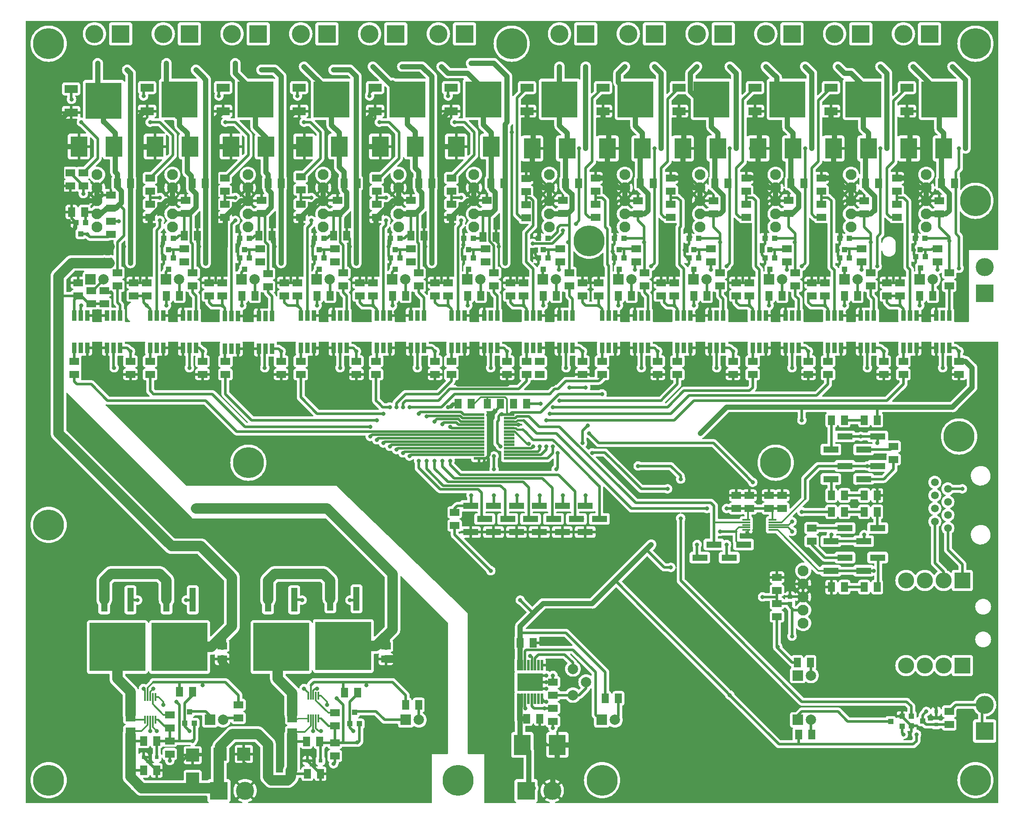
<source format=gtl>
G04 #@! TF.GenerationSoftware,KiCad,Pcbnew,7.0.9*
G04 #@! TF.CreationDate,2023-12-21T14:40:27+01:00*
G04 #@! TF.ProjectId,zone-controller,7a6f6e65-2d63-46f6-9e74-726f6c6c6572,v2.0*
G04 #@! TF.SameCoordinates,Original*
G04 #@! TF.FileFunction,Copper,L1,Top*
G04 #@! TF.FilePolarity,Positive*
%FSLAX46Y46*%
G04 Gerber Fmt 4.6, Leading zero omitted, Abs format (unit mm)*
G04 Created by KiCad (PCBNEW 7.0.9) date 2023-12-21 14:40:27*
%MOMM*%
%LPD*%
G01*
G04 APERTURE LIST*
G04 Aperture macros list*
%AMOutline4P*
0 Free polygon, 4 corners , with rotation*
0 The origin of the aperture is its center*
0 number of corners: always 4*
0 $1 to $8 corner X, Y*
0 $9 Rotation angle, in degrees counterclockwise*
0 create outline with 4 corners*
4,1,4,$1,$2,$3,$4,$5,$6,$7,$8,$1,$2,$9*%
G04 Aperture macros list end*
G04 #@! TA.AperFunction,SMDPad,CuDef*
%ADD10Outline4P,-0.650000X-0.900000X0.650000X-0.900000X0.650000X0.900000X-0.650000X0.900000X270.000000*%
G04 #@! TD*
G04 #@! TA.AperFunction,ComponentPad*
%ADD11C,6.000000*%
G04 #@! TD*
G04 #@! TA.AperFunction,SMDPad,CuDef*
%ADD12R,0.900000X2.000000*%
G04 #@! TD*
G04 #@! TA.AperFunction,SMDPad,CuDef*
%ADD13Outline4P,-0.650000X-0.900000X0.650000X-0.900000X0.650000X0.900000X-0.650000X0.900000X90.000000*%
G04 #@! TD*
G04 #@! TA.AperFunction,ComponentPad*
%ADD14C,0.800000*%
G04 #@! TD*
G04 #@! TA.AperFunction,SMDPad,CuDef*
%ADD15Outline4P,-0.650000X-0.900000X0.650000X-0.900000X0.650000X0.900000X-0.650000X0.900000X0.000000*%
G04 #@! TD*
G04 #@! TA.AperFunction,SMDPad,CuDef*
%ADD16R,2.500000X1.500000*%
G04 #@! TD*
G04 #@! TA.AperFunction,SMDPad,CuDef*
%ADD17R,7.000000X7.000000*%
G04 #@! TD*
G04 #@! TA.AperFunction,ComponentPad*
%ADD18R,3.500000X3.500000*%
G04 #@! TD*
G04 #@! TA.AperFunction,ComponentPad*
%ADD19C,3.500000*%
G04 #@! TD*
G04 #@! TA.AperFunction,SMDPad,CuDef*
%ADD20Outline4P,-0.650000X-0.900000X0.650000X-0.900000X0.650000X0.900000X-0.650000X0.900000X180.000000*%
G04 #@! TD*
G04 #@! TA.AperFunction,SMDPad,CuDef*
%ADD21R,3.000000X1.250000*%
G04 #@! TD*
G04 #@! TA.AperFunction,SMDPad,CuDef*
%ADD22R,1.000000X1.000000*%
G04 #@! TD*
G04 #@! TA.AperFunction,SMDPad,CuDef*
%ADD23R,1.250000X4.600000*%
G04 #@! TD*
G04 #@! TA.AperFunction,SMDPad,CuDef*
%ADD24R,10.800000X9.400000*%
G04 #@! TD*
G04 #@! TA.AperFunction,SMDPad,CuDef*
%ADD25R,2.500000X2.500000*%
G04 #@! TD*
G04 #@! TA.AperFunction,SMDPad,CuDef*
%ADD26R,0.800000X0.800000*%
G04 #@! TD*
G04 #@! TA.AperFunction,SMDPad,CuDef*
%ADD27R,3.300000X4.000000*%
G04 #@! TD*
G04 #@! TA.AperFunction,ComponentPad*
%ADD28R,3.100000X3.100000*%
G04 #@! TD*
G04 #@! TA.AperFunction,ComponentPad*
%ADD29O,3.100000X3.100000*%
G04 #@! TD*
G04 #@! TA.AperFunction,ComponentPad*
%ADD30C,1.500000*%
G04 #@! TD*
G04 #@! TA.AperFunction,ComponentPad*
%ADD31C,2.000000*%
G04 #@! TD*
G04 #@! TA.AperFunction,SMDPad,CuDef*
%ADD32R,2.000000X0.500000*%
G04 #@! TD*
G04 #@! TA.AperFunction,SMDPad,CuDef*
%ADD33R,0.900000X0.900000*%
G04 #@! TD*
G04 #@! TA.AperFunction,SMDPad,CuDef*
%ADD34R,0.350000X1.500000*%
G04 #@! TD*
G04 #@! TA.AperFunction,SMDPad,CuDef*
%ADD35R,0.500000X2.000000*%
G04 #@! TD*
G04 #@! TA.AperFunction,SMDPad,CuDef*
%ADD36R,5.000000X3.400000*%
G04 #@! TD*
G04 #@! TA.AperFunction,SMDPad,CuDef*
%ADD37R,1.500000X0.350000*%
G04 #@! TD*
G04 #@! TA.AperFunction,ComponentPad*
%ADD38C,2.100000*%
G04 #@! TD*
G04 #@! TA.AperFunction,ComponentPad*
%ADD39R,2.000000X2.000000*%
G04 #@! TD*
G04 #@! TA.AperFunction,ViaPad*
%ADD40C,0.800000*%
G04 #@! TD*
G04 #@! TA.AperFunction,Conductor*
%ADD41C,0.500000*%
G04 #@! TD*
G04 #@! TA.AperFunction,Conductor*
%ADD42C,1.000000*%
G04 #@! TD*
G04 #@! TA.AperFunction,Conductor*
%ADD43C,0.350000*%
G04 #@! TD*
G04 #@! TA.AperFunction,Conductor*
%ADD44C,0.250000*%
G04 #@! TD*
G04 #@! TA.AperFunction,Conductor*
%ADD45C,0.400000*%
G04 #@! TD*
G04 #@! TA.AperFunction,Conductor*
%ADD46C,2.000000*%
G04 #@! TD*
G04 #@! TA.AperFunction,Conductor*
%ADD47C,1.500000*%
G04 #@! TD*
G04 #@! TA.AperFunction,Conductor*
%ADD48C,0.450000*%
G04 #@! TD*
G04 APERTURE END LIST*
D10*
X149860000Y-123317000D03*
X149860000Y-125857000D03*
D11*
X234950000Y-99949000D03*
D10*
X142240000Y-91059000D03*
X142240000Y-93599000D03*
D12*
X252095000Y-120752000D03*
X253365000Y-120752000D03*
X254635000Y-120752000D03*
X254635000Y-114452000D03*
X253365000Y-114452000D03*
X252095000Y-114452000D03*
D10*
X193802000Y-87757000D03*
X193802000Y-90297000D03*
D13*
X258572000Y-104013000D03*
X258572000Y-101473000D03*
D14*
X186690000Y-72517000D03*
D12*
X202946000Y-114452000D03*
X201676000Y-114452000D03*
X200406000Y-114452000D03*
X200406000Y-120752000D03*
X201676000Y-120752000D03*
X202946000Y-120752000D03*
D14*
X179070000Y-175387000D03*
X139700000Y-175387000D03*
D15*
X240665000Y-110617000D03*
X243205000Y-110617000D03*
D14*
X229235000Y-70612000D03*
D16*
X296595000Y-70237000D03*
X296595000Y-74797000D03*
D17*
X302895000Y-72517000D03*
D14*
X140970000Y-74422000D03*
D18*
X184150000Y-59817000D03*
D19*
X179070000Y-59817000D03*
D13*
X266065000Y-110617000D03*
X266065000Y-108077000D03*
D10*
X200406000Y-92075000D03*
X200406000Y-94615000D03*
D20*
X182753000Y-197104000D03*
X180213000Y-197104000D03*
D14*
X147320000Y-175387000D03*
X184785000Y-72517000D03*
X182880000Y-72517000D03*
D13*
X265430000Y-95377000D03*
X265430000Y-92837000D03*
D21*
X281835000Y-163957000D03*
X284585000Y-161417000D03*
X234210000Y-156464000D03*
X236960000Y-153924000D03*
X234210000Y-151384000D03*
D14*
X142875000Y-70612000D03*
D13*
X227965000Y-193167000D03*
X227965000Y-190627000D03*
D22*
X300162000Y-103013000D03*
X298262000Y-103013000D03*
X299212000Y-105213000D03*
D13*
X236220000Y-90297000D03*
X236220000Y-87757000D03*
D22*
X198308000Y-99457000D03*
X196408000Y-99457000D03*
X197358000Y-101657000D03*
D18*
X287655000Y-59817000D03*
D19*
X282575000Y-59817000D03*
D15*
X200406000Y-98933000D03*
X202946000Y-98933000D03*
D13*
X295275000Y-110617000D03*
X295275000Y-108077000D03*
D16*
X252399000Y-70237000D03*
X252399000Y-74797000D03*
D17*
X258699000Y-72517000D03*
D13*
X158115000Y-108712000D03*
X158115000Y-106172000D03*
D15*
X221615000Y-177927000D03*
X224155000Y-177927000D03*
D20*
X290830000Y-134747000D03*
X288290000Y-134747000D03*
D12*
X246380000Y-114452000D03*
X245110000Y-114452000D03*
X243840000Y-114452000D03*
X243840000Y-120752000D03*
X245110000Y-120752000D03*
X246380000Y-120752000D03*
D14*
X139065000Y-70612000D03*
D13*
X208915000Y-155194000D03*
X208915000Y-152654000D03*
D21*
X259185000Y-158877000D03*
X256435000Y-161417000D03*
D15*
X187579000Y-187579000D03*
X190119000Y-187579000D03*
D14*
X302895000Y-70612000D03*
X259080000Y-74422000D03*
X212725000Y-70612000D03*
X187325000Y-178562000D03*
X241935000Y-72517000D03*
X257175000Y-72517000D03*
D12*
X164338000Y-120879000D03*
X165608000Y-120879000D03*
X166878000Y-120879000D03*
X166878000Y-114579000D03*
X165608000Y-114579000D03*
X164338000Y-114579000D03*
D16*
X164007000Y-70237000D03*
X164007000Y-74797000D03*
D17*
X170307000Y-72517000D03*
D10*
X292100000Y-123317000D03*
X292100000Y-125857000D03*
D14*
X260985000Y-74422000D03*
X179070000Y-181737000D03*
D10*
X164338000Y-92837000D03*
X164338000Y-95377000D03*
X288290000Y-92202000D03*
X288290000Y-94742000D03*
D15*
X214376000Y-99187000D03*
X216916000Y-99187000D03*
D14*
X231140000Y-74422000D03*
D13*
X236220000Y-95377000D03*
X236220000Y-92837000D03*
D14*
X184785000Y-70612000D03*
X229235000Y-72517000D03*
D10*
X163830000Y-178562000D03*
X163830000Y-181102000D03*
D23*
X189865000Y-169412000D03*
X184785000Y-169412000D03*
D24*
X187325000Y-178562000D03*
D14*
X155575000Y-72517000D03*
X139700000Y-178562000D03*
X260985000Y-70612000D03*
X288290000Y-70612000D03*
D20*
X218440000Y-88773000D03*
X215900000Y-88773000D03*
X212090000Y-131572000D03*
X209550000Y-131572000D03*
D22*
X295640000Y-194117000D03*
X295640000Y-192217000D03*
X293440000Y-193167000D03*
D13*
X250825000Y-95377000D03*
X250825000Y-92837000D03*
D22*
X227010000Y-99441000D03*
X225110000Y-99441000D03*
X226060000Y-101641000D03*
D13*
X200406000Y-104013000D03*
X200406000Y-101473000D03*
D10*
X156718000Y-92075000D03*
X156718000Y-94615000D03*
X237490000Y-123317000D03*
X237490000Y-125857000D03*
D14*
X171450000Y-175387000D03*
X214630000Y-70612000D03*
D10*
X142240000Y-96139000D03*
X142240000Y-98679000D03*
D21*
X288185000Y-158242000D03*
X290935000Y-155702000D03*
D12*
X231775000Y-114452000D03*
X230505000Y-114452000D03*
X229235000Y-114452000D03*
X229235000Y-120752000D03*
X230505000Y-120752000D03*
X231775000Y-120752000D03*
D14*
X140970000Y-70612000D03*
X142875000Y-72517000D03*
D13*
X163830000Y-110617000D03*
X163830000Y-108077000D03*
D25*
X163435000Y-199517000D03*
X168035000Y-199517000D03*
D22*
X241742000Y-99457000D03*
X239842000Y-99457000D03*
X240792000Y-101657000D03*
D13*
X161290000Y-110617000D03*
X161290000Y-108077000D03*
D22*
X285430000Y-99457000D03*
X283530000Y-99457000D03*
X284480000Y-101657000D03*
D14*
X273685000Y-74422000D03*
D22*
X256220000Y-103267000D03*
X254320000Y-103267000D03*
X255270000Y-105467000D03*
D14*
X212725000Y-72517000D03*
D26*
X148590000Y-200152000D03*
X151130000Y-200152000D03*
D12*
X295910000Y-120752000D03*
X297180000Y-120752000D03*
X298450000Y-120752000D03*
X298450000Y-114452000D03*
X297180000Y-114452000D03*
X295910000Y-114452000D03*
D27*
X274545000Y-82042000D03*
X267745000Y-82042000D03*
D18*
X197485000Y-59817000D03*
D19*
X192405000Y-59817000D03*
D14*
X245745000Y-70612000D03*
D27*
X215998000Y-81661000D03*
X209198000Y-81661000D03*
D14*
X200025000Y-70612000D03*
D22*
X212532000Y-103267000D03*
X210632000Y-103267000D03*
X211582000Y-105467000D03*
D14*
X151765000Y-178562000D03*
X143510000Y-178562000D03*
X200025000Y-74422000D03*
D11*
X309880000Y-204597000D03*
D14*
X302895000Y-72517000D03*
X151765000Y-181737000D03*
D22*
X300096000Y-99441000D03*
X298196000Y-99441000D03*
X299146000Y-101641000D03*
D13*
X143510000Y-108712000D03*
X143510000Y-106172000D03*
D15*
X180340000Y-203327000D03*
X182880000Y-203327000D03*
D16*
X149275000Y-70237000D03*
X149275000Y-74797000D03*
D17*
X155575000Y-72517000D03*
D21*
X290935000Y-143637000D03*
X288185000Y-146177000D03*
D14*
X151765000Y-175387000D03*
D10*
X259080000Y-92202000D03*
X259080000Y-94742000D03*
D12*
X179070000Y-120752000D03*
X180340000Y-120752000D03*
X181610000Y-120752000D03*
X181610000Y-114452000D03*
X180340000Y-114452000D03*
X179070000Y-114452000D03*
D10*
X177419000Y-192659000D03*
X177419000Y-195199000D03*
X306705000Y-123317000D03*
X306705000Y-125857000D03*
D27*
X186534000Y-81661000D03*
X179734000Y-81661000D03*
D15*
X238125000Y-188722000D03*
X240665000Y-188722000D03*
X167640000Y-110617000D03*
X170180000Y-110617000D03*
D10*
X164465000Y-123317000D03*
X164465000Y-125857000D03*
D14*
X227330000Y-74422000D03*
D15*
X226060000Y-110617000D03*
X228600000Y-110617000D03*
D14*
X157480000Y-72517000D03*
X198120000Y-70612000D03*
X139700000Y-181737000D03*
X275590000Y-74422000D03*
D13*
X250825000Y-90297000D03*
X250825000Y-87757000D03*
D10*
X266700000Y-123317000D03*
X266700000Y-125857000D03*
D22*
X154366000Y-103267000D03*
X152466000Y-103267000D03*
X153416000Y-105467000D03*
D14*
X288290000Y-72517000D03*
D20*
X276606000Y-88773000D03*
X274066000Y-88773000D03*
D14*
X304800000Y-72517000D03*
D26*
X180340000Y-200787000D03*
X182880000Y-200787000D03*
D14*
X170180000Y-72517000D03*
X153670000Y-70612000D03*
D13*
X140970000Y-112141000D03*
X140970000Y-109601000D03*
X185674000Y-199898000D03*
X185674000Y-197358000D03*
D22*
X183576000Y-103267000D03*
X181676000Y-103267000D03*
X182626000Y-105467000D03*
D12*
X135128000Y-120752000D03*
X136398000Y-120752000D03*
X137668000Y-120752000D03*
X137668000Y-114452000D03*
X136398000Y-114452000D03*
X135128000Y-114452000D03*
D13*
X244094000Y-104013000D03*
X244094000Y-101473000D03*
X265430000Y-90297000D03*
X265430000Y-87757000D03*
D10*
X179070000Y-87503000D03*
X179070000Y-90043000D03*
D13*
X219710000Y-110617000D03*
X219710000Y-108077000D03*
D14*
X275590000Y-72517000D03*
D10*
X134366000Y-86741000D03*
X134366000Y-89281000D03*
D14*
X191135000Y-175387000D03*
X216535000Y-74422000D03*
D13*
X135890000Y-110617000D03*
X135890000Y-108077000D03*
D21*
X216430000Y-156464000D03*
X219180000Y-153924000D03*
X216430000Y-151384000D03*
D22*
X156530000Y-193532000D03*
X158430000Y-193532000D03*
X157480000Y-191332000D03*
D14*
X200025000Y-72517000D03*
D11*
X309880000Y-92202000D03*
D10*
X222885000Y-123317000D03*
X222885000Y-125857000D03*
D13*
X214884000Y-104013000D03*
X214884000Y-101473000D03*
D10*
X215138000Y-92075000D03*
X215138000Y-94615000D03*
D13*
X263525000Y-110617000D03*
X263525000Y-108077000D03*
D10*
X208280000Y-87757000D03*
X208280000Y-90297000D03*
D22*
X270952000Y-99441000D03*
X269052000Y-99441000D03*
X270002000Y-101641000D03*
D23*
X146050000Y-169612000D03*
X140970000Y-169612000D03*
D24*
X143510000Y-178762000D03*
D16*
X237667000Y-70237000D03*
X237667000Y-74797000D03*
D17*
X243967000Y-72517000D03*
D10*
X208280000Y-123317000D03*
X208280000Y-125857000D03*
X171450000Y-92075000D03*
X171450000Y-94615000D03*
D13*
X248920000Y-110617000D03*
X248920000Y-108077000D03*
D14*
X286385000Y-72517000D03*
X155575000Y-181737000D03*
D18*
X311658000Y-195072000D03*
D19*
X311658000Y-189992000D03*
D14*
X184150000Y-175387000D03*
X155575000Y-74422000D03*
D10*
X175260000Y-123317000D03*
X175260000Y-125857000D03*
D18*
X144145000Y-59817000D03*
D19*
X139065000Y-59817000D03*
D14*
X259080000Y-70612000D03*
X175260000Y-178562000D03*
X304800000Y-74422000D03*
D22*
X183576000Y-99457000D03*
X181676000Y-99457000D03*
X182626000Y-101657000D03*
D14*
X184150000Y-181737000D03*
D28*
X307340000Y-165862000D03*
D29*
X303700000Y-165862000D03*
X300060000Y-165862000D03*
X296420000Y-165862000D03*
D14*
X170180000Y-74422000D03*
D22*
X256220000Y-99457000D03*
X254320000Y-99457000D03*
X255270000Y-101657000D03*
D20*
X222885000Y-131572000D03*
X220345000Y-131572000D03*
D11*
X237490000Y-204597000D03*
D13*
X193040000Y-110617000D03*
X193040000Y-108077000D03*
X149225000Y-110617000D03*
X149225000Y-108077000D03*
X251460000Y-110617000D03*
X251460000Y-108077000D03*
D15*
X288290000Y-149352000D03*
X290830000Y-149352000D03*
D14*
X212725000Y-74422000D03*
X153670000Y-72517000D03*
D11*
X130175000Y-204597000D03*
D20*
X247396000Y-88773000D03*
X244856000Y-88773000D03*
D13*
X294640000Y-90297000D03*
X294640000Y-87757000D03*
D10*
X146050000Y-123317000D03*
X146050000Y-125857000D03*
D15*
X170942000Y-98933000D03*
X173482000Y-98933000D03*
D13*
X172720000Y-108839000D03*
X172720000Y-106299000D03*
X175895000Y-110617000D03*
X175895000Y-108077000D03*
D18*
X300990000Y-59817000D03*
D19*
X295910000Y-59817000D03*
D14*
X182880000Y-74422000D03*
D22*
X241742000Y-103267000D03*
X239842000Y-103267000D03*
X240792000Y-105467000D03*
D14*
X147320000Y-178562000D03*
X198120000Y-74422000D03*
X143510000Y-175387000D03*
D13*
X146685000Y-110617000D03*
X146685000Y-108077000D03*
D14*
X290195000Y-70612000D03*
D22*
X297434000Y-192156000D03*
X297434000Y-194056000D03*
X299634000Y-193106000D03*
D13*
X222758000Y-90424000D03*
X222758000Y-87884000D03*
D10*
X233680000Y-123317000D03*
X233680000Y-125857000D03*
D18*
X210820000Y-59817000D03*
D19*
X205740000Y-59817000D03*
D14*
X159385000Y-181737000D03*
D10*
X248285000Y-123317000D03*
X248285000Y-125857000D03*
D13*
X222758000Y-95504000D03*
X222758000Y-92964000D03*
X269875000Y-151892000D03*
X269875000Y-149352000D03*
D10*
X149860000Y-87757000D03*
X149860000Y-90297000D03*
X295910000Y-123317000D03*
X295910000Y-125857000D03*
D27*
X245335000Y-82042000D03*
X238535000Y-82042000D03*
D14*
X155575000Y-70612000D03*
D27*
X142846000Y-81661000D03*
X136046000Y-81661000D03*
D22*
X227010000Y-103267000D03*
X225110000Y-103267000D03*
X226060000Y-105467000D03*
D18*
X170815000Y-59817000D03*
D19*
X165735000Y-59817000D03*
D14*
X155575000Y-178562000D03*
X273685000Y-72517000D03*
D23*
X158115000Y-169612000D03*
X153035000Y-169612000D03*
D24*
X155575000Y-178762000D03*
D14*
X271780000Y-70612000D03*
D20*
X189992000Y-88773000D03*
X187452000Y-88773000D03*
D15*
X284480000Y-110617000D03*
X287020000Y-110617000D03*
D20*
X204470000Y-88773000D03*
X201930000Y-88773000D03*
D30*
X304546000Y-155701000D03*
X302006000Y-154431000D03*
X304546000Y-153161000D03*
X302006000Y-151891000D03*
X304546000Y-150621000D03*
X302006000Y-149351000D03*
X304546000Y-148081000D03*
X302006000Y-146811000D03*
D14*
X201930000Y-70612000D03*
D10*
X229870000Y-92075000D03*
X229870000Y-94615000D03*
D14*
X172085000Y-74422000D03*
X170180000Y-70612000D03*
D20*
X146050000Y-88773000D03*
X143510000Y-88773000D03*
D14*
X184785000Y-74422000D03*
D12*
X290195000Y-114452000D03*
X288925000Y-114452000D03*
X287655000Y-114452000D03*
X287655000Y-120752000D03*
X288925000Y-120752000D03*
X290195000Y-120752000D03*
D14*
X142875000Y-74422000D03*
X227330000Y-72517000D03*
D12*
X144018000Y-114452000D03*
X142748000Y-114452000D03*
X141478000Y-114452000D03*
X141478000Y-120752000D03*
X142748000Y-120752000D03*
X144018000Y-120752000D03*
D13*
X287782000Y-104013000D03*
X287782000Y-101473000D03*
D14*
X175260000Y-175387000D03*
X243840000Y-72517000D03*
X187325000Y-181737000D03*
D21*
X225320000Y-156464000D03*
X228070000Y-153924000D03*
X225320000Y-151384000D03*
D13*
X280035000Y-95377000D03*
X280035000Y-92837000D03*
D25*
X158115000Y-204357000D03*
X158115000Y-199757000D03*
D14*
X191135000Y-178562000D03*
X245745000Y-72517000D03*
D10*
X278130000Y-155702000D03*
X278130000Y-158242000D03*
D16*
X222935000Y-70237000D03*
X222935000Y-74797000D03*
D17*
X229235000Y-72517000D03*
D13*
X222250000Y-110617000D03*
X222250000Y-108077000D03*
D11*
X168910000Y-143002000D03*
D12*
X217170000Y-114452000D03*
X215900000Y-114452000D03*
X214630000Y-114452000D03*
X214630000Y-120752000D03*
X215900000Y-120752000D03*
X217170000Y-120752000D03*
D27*
X259940000Y-82042000D03*
X253140000Y-82042000D03*
D14*
X304800000Y-70612000D03*
D15*
X281940000Y-152527000D03*
X284480000Y-152527000D03*
D31*
X231838500Y-188087000D03*
X234391200Y-185547000D03*
X231838500Y-183007000D03*
D10*
X160020000Y-123317000D03*
X160020000Y-125857000D03*
D14*
X275590000Y-70612000D03*
X198120000Y-72517000D03*
D12*
X266700000Y-120752000D03*
X267970000Y-120752000D03*
X269240000Y-120752000D03*
X269240000Y-114452000D03*
X267970000Y-114452000D03*
X266700000Y-114452000D03*
D14*
X231140000Y-70612000D03*
D12*
X187960000Y-114452000D03*
X186690000Y-114452000D03*
X185420000Y-114452000D03*
X185420000Y-120752000D03*
X186690000Y-120752000D03*
X187960000Y-120752000D03*
D27*
X172310000Y-81661000D03*
X165510000Y-81661000D03*
D15*
X211455000Y-110617000D03*
X213995000Y-110617000D03*
D13*
X304800000Y-108712000D03*
X304800000Y-106172000D03*
D14*
X168275000Y-70612000D03*
D10*
X244475000Y-92202000D03*
X244475000Y-94742000D03*
D14*
X300990000Y-70612000D03*
D21*
X288185000Y-140462000D03*
X290935000Y-137922000D03*
D15*
X269875000Y-110617000D03*
X272415000Y-110617000D03*
D14*
X259080000Y-72517000D03*
D18*
X163195000Y-206629000D03*
D19*
X168275000Y-206629000D03*
D26*
X302260000Y-193802000D03*
X302260000Y-191262000D03*
D32*
X213632500Y-133697000D03*
X213632500Y-134347000D03*
X213632500Y-134997000D03*
X213632500Y-135647000D03*
X213632500Y-136297000D03*
X213632500Y-136947000D03*
X213632500Y-137597000D03*
X213632500Y-138247000D03*
X213632500Y-138897000D03*
X213632500Y-139547000D03*
X213632500Y-140197000D03*
X213632500Y-140847000D03*
X213632500Y-141497000D03*
X213632500Y-142147000D03*
X219437500Y-142147000D03*
X219437500Y-141497000D03*
X219437500Y-140847000D03*
X219437500Y-140197000D03*
X219437500Y-139547000D03*
X219437500Y-138897000D03*
X219437500Y-138247000D03*
X219437500Y-137597000D03*
X219437500Y-136947000D03*
X219437500Y-136297000D03*
X219437500Y-135647000D03*
X219437500Y-134997000D03*
X219437500Y-134347000D03*
X219437500Y-133697000D03*
D10*
X153670000Y-191897000D03*
X153670000Y-194437000D03*
D13*
X292735000Y-110617000D03*
X292735000Y-108077000D03*
D11*
X306705000Y-137922000D03*
D28*
X307340000Y-182372000D03*
D29*
X303700000Y-182372000D03*
X300060000Y-182372000D03*
X296420000Y-182372000D03*
D14*
X300990000Y-74422000D03*
X139192000Y-74422000D03*
D18*
X274320000Y-59817000D03*
D19*
X269240000Y-59817000D03*
D33*
X273939000Y-170397000D03*
X273939000Y-168947000D03*
D12*
X193802000Y-120752000D03*
X195072000Y-120752000D03*
X196342000Y-120752000D03*
X196342000Y-114452000D03*
X195072000Y-114452000D03*
X193802000Y-114452000D03*
D13*
X216535000Y-108712000D03*
X216535000Y-106172000D03*
X278130000Y-110617000D03*
X278130000Y-108077000D03*
D22*
X169098000Y-99457000D03*
X167198000Y-99457000D03*
X168148000Y-101657000D03*
D13*
X260350000Y-108712000D03*
X260350000Y-106172000D03*
D20*
X291084000Y-88773000D03*
X288544000Y-88773000D03*
X284480000Y-134747000D03*
X281940000Y-134747000D03*
D14*
X290195000Y-72517000D03*
D27*
X303755000Y-82042000D03*
X296955000Y-82042000D03*
D21*
X211985000Y-156464000D03*
X214735000Y-153924000D03*
X211985000Y-151384000D03*
D14*
X271780000Y-74422000D03*
D13*
X273304000Y-104013000D03*
X273304000Y-101473000D03*
D34*
X148860000Y-192827000D03*
X149360000Y-192827000D03*
X149860000Y-192827000D03*
X150360000Y-192827000D03*
X150860000Y-192827000D03*
X150860000Y-188427000D03*
X150360000Y-188427000D03*
X149860000Y-188427000D03*
X149360000Y-188427000D03*
X148860000Y-188427000D03*
D10*
X164338000Y-87757000D03*
X164338000Y-90297000D03*
D14*
X257175000Y-74422000D03*
D13*
X271399000Y-172847000D03*
X271399000Y-170307000D03*
D14*
X229235000Y-74422000D03*
D21*
X229765000Y-156464000D03*
X232515000Y-153924000D03*
X229765000Y-151384000D03*
D15*
X215265000Y-131572000D03*
X217805000Y-131572000D03*
D10*
X208280000Y-92837000D03*
X208280000Y-95377000D03*
D14*
X241935000Y-70612000D03*
D21*
X284585000Y-137922000D03*
X281835000Y-140462000D03*
D13*
X274955000Y-108712000D03*
X274955000Y-106172000D03*
D18*
X234315000Y-59817000D03*
D19*
X229235000Y-59817000D03*
D14*
X231140000Y-72517000D03*
D10*
X195580000Y-178562000D03*
X195580000Y-181102000D03*
D14*
X143510000Y-181737000D03*
X159385000Y-175387000D03*
D10*
X277495000Y-123317000D03*
X277495000Y-125857000D03*
D15*
X275336000Y-181737000D03*
X277876000Y-181737000D03*
D18*
X222758000Y-206629000D03*
D19*
X227838000Y-206629000D03*
D14*
X214630000Y-72517000D03*
X157480000Y-74422000D03*
D11*
X219964000Y-61722000D03*
D12*
X304800000Y-114452000D03*
X303530000Y-114452000D03*
X302260000Y-114452000D03*
X302260000Y-120752000D03*
X303530000Y-120752000D03*
X304800000Y-120752000D03*
D16*
X281863000Y-70237000D03*
X281863000Y-74797000D03*
D17*
X288163000Y-72517000D03*
D14*
X227330000Y-70612000D03*
D12*
X237490000Y-120752000D03*
X238760000Y-120752000D03*
X240030000Y-120752000D03*
X240030000Y-114452000D03*
X238760000Y-114452000D03*
X237490000Y-114452000D03*
X149860000Y-120752000D03*
X151130000Y-120752000D03*
X152400000Y-120752000D03*
X152400000Y-114452000D03*
X151130000Y-114452000D03*
X149860000Y-114452000D03*
D13*
X272415000Y-151892000D03*
X272415000Y-149352000D03*
D14*
X157480000Y-70612000D03*
D35*
X221245000Y-188797000D03*
X221895000Y-188797000D03*
X222545000Y-188797000D03*
X223195000Y-188797000D03*
X223845000Y-188797000D03*
X224495000Y-188797000D03*
X225145000Y-188797000D03*
X225795000Y-188797000D03*
X225795000Y-182297000D03*
X225145000Y-182297000D03*
X224495000Y-182297000D03*
X223845000Y-182297000D03*
X223195000Y-182297000D03*
X222545000Y-182297000D03*
X221895000Y-182297000D03*
X221245000Y-182297000D03*
D36*
X223520000Y-185547000D03*
D13*
X201930000Y-108712000D03*
X201930000Y-106172000D03*
D14*
X201930000Y-72517000D03*
D10*
X193675000Y-123317000D03*
X193675000Y-125857000D03*
X281305000Y-123317000D03*
X281305000Y-125857000D03*
D13*
X231140000Y-108712000D03*
X231140000Y-106172000D03*
D22*
X212532000Y-99457000D03*
X210632000Y-99457000D03*
X211582000Y-101657000D03*
D14*
X302895000Y-74422000D03*
X271780000Y-72517000D03*
D16*
X267131000Y-70237000D03*
X267131000Y-74797000D03*
D17*
X273431000Y-72517000D03*
D14*
X171450000Y-181737000D03*
D37*
X265430000Y-154067000D03*
X265430000Y-154567000D03*
X265430000Y-155067000D03*
X265430000Y-155567000D03*
X265430000Y-156067000D03*
X270510000Y-156067000D03*
X270510000Y-155567000D03*
X270510000Y-155067000D03*
X270510000Y-154567000D03*
X270510000Y-154067000D03*
D12*
X275590000Y-114452000D03*
X274320000Y-114452000D03*
X273050000Y-114452000D03*
X273050000Y-120752000D03*
X274320000Y-120752000D03*
X275590000Y-120752000D03*
D20*
X175260000Y-88773000D03*
X172720000Y-88773000D03*
D10*
X252095000Y-123317000D03*
X252095000Y-125857000D03*
D13*
X205105000Y-110617000D03*
X205105000Y-108077000D03*
D10*
X149860000Y-92837000D03*
X149860000Y-95377000D03*
D14*
X168275000Y-74422000D03*
D10*
X205105000Y-123317000D03*
X205105000Y-125857000D03*
D22*
X198308000Y-103267000D03*
X196408000Y-103267000D03*
X197358000Y-105467000D03*
D20*
X261874000Y-88773000D03*
X259334000Y-88773000D03*
D10*
X179070000Y-92837000D03*
X179070000Y-95377000D03*
D16*
X193471000Y-70237000D03*
X193471000Y-74797000D03*
D17*
X199771000Y-72517000D03*
D18*
X260985000Y-59817000D03*
D19*
X255905000Y-59817000D03*
D16*
X178739000Y-70237000D03*
X178739000Y-74797000D03*
D17*
X185039000Y-72517000D03*
D14*
X245745000Y-74422000D03*
D21*
X290935000Y-161417000D03*
X288185000Y-163957000D03*
D15*
X153035000Y-110617000D03*
X155575000Y-110617000D03*
D27*
X157578000Y-81661000D03*
X150778000Y-81661000D03*
D10*
X262890000Y-123317000D03*
X262890000Y-125857000D03*
D22*
X137348000Y-96409000D03*
X135448000Y-96409000D03*
X136398000Y-98609000D03*
D14*
X155575000Y-175387000D03*
D10*
X193802000Y-92837000D03*
X193802000Y-95377000D03*
D20*
X305816000Y-88773000D03*
X303276000Y-88773000D03*
D15*
X299085000Y-110617000D03*
X301625000Y-110617000D03*
D13*
X236855000Y-110617000D03*
X236855000Y-108077000D03*
D10*
X294005000Y-139827000D03*
X294005000Y-142367000D03*
D22*
X270952000Y-103267000D03*
X269052000Y-103267000D03*
X270002000Y-105467000D03*
D27*
X222025000Y-197739000D03*
X228825000Y-197739000D03*
D13*
X187325000Y-108712000D03*
X187325000Y-106172000D03*
D10*
X302895000Y-92202000D03*
X302895000Y-94742000D03*
D12*
X158750000Y-114452000D03*
X157480000Y-114452000D03*
X156210000Y-114452000D03*
X156210000Y-120752000D03*
X157480000Y-120752000D03*
X158750000Y-120752000D03*
D21*
X281835000Y-146177000D03*
X284585000Y-143637000D03*
D22*
X285430000Y-103267000D03*
X283530000Y-103267000D03*
X284480000Y-105467000D03*
D14*
X201930000Y-74422000D03*
D13*
X289560000Y-108712000D03*
X289560000Y-106172000D03*
D15*
X281940000Y-149352000D03*
X284480000Y-149352000D03*
D14*
X260985000Y-72517000D03*
D12*
X208280000Y-120752000D03*
X209550000Y-120752000D03*
X210820000Y-120752000D03*
X210820000Y-114452000D03*
X209550000Y-114452000D03*
X208280000Y-114452000D03*
X222885000Y-120752000D03*
X224155000Y-120752000D03*
X225425000Y-120752000D03*
X225425000Y-114452000D03*
X224155000Y-114452000D03*
X222885000Y-114452000D03*
D13*
X294640000Y-95377000D03*
X294640000Y-92837000D03*
X156464000Y-104013000D03*
X156464000Y-101473000D03*
D12*
X173482000Y-114579000D03*
X172212000Y-114579000D03*
X170942000Y-114579000D03*
X170942000Y-120879000D03*
X172212000Y-120879000D03*
X173482000Y-120879000D03*
D16*
X208203000Y-70237000D03*
X208203000Y-74797000D03*
D17*
X214503000Y-72517000D03*
D18*
X311658000Y-110109000D03*
D19*
X311658000Y-105029000D03*
D14*
X179070000Y-178562000D03*
X300990000Y-72517000D03*
D12*
X260985000Y-114452000D03*
X259715000Y-114452000D03*
X258445000Y-114452000D03*
X258445000Y-120752000D03*
X259715000Y-120752000D03*
X260985000Y-120752000D03*
D13*
X271399000Y-167767000D03*
X271399000Y-165227000D03*
D21*
X264900000Y-158877000D03*
X262150000Y-161417000D03*
D14*
X288290000Y-74422000D03*
D21*
X220875000Y-156464000D03*
X223625000Y-153924000D03*
X220875000Y-151384000D03*
D15*
X275590000Y-195707000D03*
X278130000Y-195707000D03*
D14*
X286385000Y-74422000D03*
D10*
X135128000Y-123317000D03*
X135128000Y-125857000D03*
D18*
X157480000Y-59817000D03*
D19*
X152400000Y-59817000D03*
D14*
X186690000Y-74422000D03*
X243840000Y-70612000D03*
X257175000Y-70612000D03*
D13*
X266065000Y-151892000D03*
X266065000Y-149352000D03*
D10*
X136906000Y-86741000D03*
X136906000Y-89281000D03*
D14*
X175260000Y-181737000D03*
D22*
X169098000Y-103267000D03*
X167198000Y-103267000D03*
X168148000Y-105467000D03*
D15*
X199390000Y-189992000D03*
X201930000Y-189992000D03*
D20*
X160528000Y-88773000D03*
X157988000Y-88773000D03*
D22*
X188534000Y-193659000D03*
X190434000Y-193659000D03*
X189484000Y-191459000D03*
D13*
X233680000Y-110617000D03*
X233680000Y-108077000D03*
D14*
X182880000Y-70612000D03*
X171450000Y-178562000D03*
D12*
X281305000Y-120752000D03*
X282575000Y-120752000D03*
X283845000Y-120752000D03*
X283845000Y-114452000D03*
X282575000Y-114452000D03*
X281305000Y-114452000D03*
D15*
X255270000Y-110617000D03*
X257810000Y-110617000D03*
D13*
X280035000Y-90297000D03*
X280035000Y-87757000D03*
D15*
X148590000Y-202692000D03*
X151130000Y-202692000D03*
D10*
X304800000Y-191262000D03*
X304800000Y-193802000D03*
D20*
X232918000Y-88773000D03*
X230378000Y-88773000D03*
D34*
X180499000Y-192614000D03*
X180999000Y-192614000D03*
X181499000Y-192614000D03*
X181999000Y-192614000D03*
X182499000Y-192614000D03*
X182499000Y-188214000D03*
X181999000Y-188214000D03*
X181499000Y-188214000D03*
X180999000Y-188214000D03*
X180499000Y-188214000D03*
D20*
X151130000Y-196977000D03*
X148590000Y-196977000D03*
D21*
X284585000Y-155702000D03*
X281835000Y-158242000D03*
D14*
X168207000Y-72517000D03*
D27*
X201266000Y-81661000D03*
X194466000Y-81661000D03*
D13*
X190500000Y-110617000D03*
X190500000Y-108077000D03*
D15*
X155575000Y-187452000D03*
X158115000Y-187452000D03*
D10*
X167005000Y-189992000D03*
X167005000Y-192532000D03*
D18*
X247650000Y-59817000D03*
D19*
X242570000Y-59817000D03*
D20*
X137160000Y-94361000D03*
X134620000Y-94361000D03*
D10*
X186182000Y-92075000D03*
X186182000Y-94615000D03*
X227965000Y-185547000D03*
X227965000Y-188087000D03*
X185674000Y-191516000D03*
X185674000Y-194056000D03*
D16*
X134543000Y-70491000D03*
X134543000Y-75051000D03*
D17*
X140843000Y-72771000D03*
D11*
X130175000Y-155067000D03*
D27*
X230730000Y-82042000D03*
X223930000Y-82042000D03*
D14*
X172085000Y-70612000D03*
D13*
X229362000Y-104013000D03*
X229362000Y-101473000D03*
D14*
X140970000Y-72517000D03*
D13*
X178435000Y-110617000D03*
X178435000Y-108077000D03*
X302514000Y-104013000D03*
X302514000Y-101473000D03*
D15*
X222885000Y-192659000D03*
X225425000Y-192659000D03*
X288290000Y-152527000D03*
X290830000Y-152527000D03*
D13*
X245745000Y-108712000D03*
X245745000Y-106172000D03*
D14*
X191135000Y-181737000D03*
X216535000Y-70612000D03*
D10*
X189865000Y-123317000D03*
X189865000Y-125857000D03*
D11*
X209550000Y-204597000D03*
D14*
X290195000Y-74422000D03*
D10*
X146050000Y-192532000D03*
X146050000Y-195072000D03*
D15*
X156464000Y-98933000D03*
X159004000Y-98933000D03*
D20*
X290830000Y-167132000D03*
X288290000Y-167132000D03*
D13*
X153670000Y-199517000D03*
X153670000Y-196977000D03*
D14*
X243840000Y-74422000D03*
D13*
X207645000Y-110617000D03*
X207645000Y-108077000D03*
D11*
X130175000Y-61722000D03*
D13*
X263525000Y-151892000D03*
X263525000Y-149352000D03*
D15*
X185420000Y-98933000D03*
X187960000Y-98933000D03*
D14*
X172085000Y-72517000D03*
X241935000Y-74422000D03*
D20*
X284480000Y-167132000D03*
X281940000Y-167132000D03*
D14*
X159385000Y-178562000D03*
X214630000Y-74422000D03*
D13*
X280670000Y-110617000D03*
X280670000Y-108077000D03*
D14*
X286385000Y-70612000D03*
D10*
X179070000Y-123317000D03*
X179070000Y-125857000D03*
D14*
X184150000Y-178562000D03*
D15*
X196850000Y-110617000D03*
X199390000Y-110617000D03*
D14*
X273685000Y-70612000D03*
X187325000Y-175387000D03*
D13*
X138430000Y-112141000D03*
X138430000Y-109601000D03*
D15*
X182245000Y-110617000D03*
X184785000Y-110617000D03*
D14*
X147320000Y-181737000D03*
X139065000Y-72517000D03*
X153670000Y-74422000D03*
D13*
X171196000Y-104013000D03*
X171196000Y-101473000D03*
D14*
X186690000Y-70612000D03*
D23*
X177800000Y-169612000D03*
X172720000Y-169612000D03*
D24*
X175260000Y-178762000D03*
D22*
X154366000Y-99457000D03*
X152466000Y-99457000D03*
X153416000Y-101657000D03*
D10*
X219075000Y-123317000D03*
X219075000Y-125857000D03*
X273685000Y-92075000D03*
X273685000Y-94615000D03*
D11*
X271145000Y-143002000D03*
D27*
X289150000Y-82042000D03*
X282350000Y-82042000D03*
D13*
X185674000Y-104013000D03*
X185674000Y-101473000D03*
D11*
X309880000Y-61722000D03*
D14*
X216535000Y-72517000D03*
D10*
X225425000Y-123317000D03*
X225425000Y-125857000D03*
D38*
X168806091Y-97282000D03*
X168806091Y-94742000D03*
X168806091Y-92202000D03*
X168806091Y-89662000D03*
X168806091Y-87122000D03*
X212655727Y-97282000D03*
X212655727Y-94742000D03*
X212655727Y-92202000D03*
X212655727Y-89662000D03*
X212655727Y-87122000D03*
X227272273Y-97282000D03*
X227272273Y-94742000D03*
X227272273Y-92202000D03*
X227272273Y-89662000D03*
X227272273Y-87122000D03*
D39*
X161444000Y-192897000D03*
D31*
X163984000Y-192897000D03*
D38*
X271121909Y-97282000D03*
X271121909Y-94742000D03*
X271121909Y-92202000D03*
X271121909Y-89662000D03*
X271121909Y-87122000D03*
X198039182Y-97282000D03*
X198039182Y-94742000D03*
X198039182Y-92202000D03*
X198039182Y-89662000D03*
X198039182Y-87122000D03*
D39*
X237444000Y-192897000D03*
D31*
X239984000Y-192897000D03*
D39*
X167536091Y-107442000D03*
D31*
X170076091Y-107442000D03*
D39*
X226002273Y-107442000D03*
D31*
X228542273Y-107442000D03*
D38*
X241888818Y-97282000D03*
X241888818Y-94742000D03*
X241888818Y-92202000D03*
X241888818Y-89662000D03*
X241888818Y-87122000D03*
D39*
X275444000Y-192897000D03*
D31*
X277984000Y-192897000D03*
D39*
X138303000Y-107442000D03*
D31*
X140843000Y-107442000D03*
D39*
X299085000Y-107442000D03*
D31*
X301625000Y-107442000D03*
D38*
X154189540Y-97282000D03*
X154189540Y-94742000D03*
X154189540Y-92202000D03*
X154189540Y-89662000D03*
X154189540Y-87122000D03*
X300355000Y-97282000D03*
X300355000Y-94742000D03*
X300355000Y-92202000D03*
X300355000Y-89662000D03*
X300355000Y-87122000D03*
D39*
X255235364Y-107442000D03*
D31*
X257775364Y-107442000D03*
D39*
X275444000Y-184277000D03*
D31*
X277984000Y-184277000D03*
D39*
X269851909Y-107442000D03*
D31*
X272391909Y-107442000D03*
D38*
X183422636Y-97282000D03*
X183422636Y-94742000D03*
X183422636Y-92202000D03*
X183422636Y-89662000D03*
X183422636Y-87122000D03*
X139573000Y-97282000D03*
X139573000Y-94742000D03*
X139573000Y-92202000D03*
X139573000Y-89662000D03*
X139573000Y-87122000D03*
D39*
X182152636Y-107442000D03*
D31*
X184692636Y-107442000D03*
D39*
X196769182Y-107442000D03*
D31*
X199309182Y-107442000D03*
D38*
X256505364Y-97282000D03*
X256505364Y-94742000D03*
X256505364Y-92202000D03*
X256505364Y-89662000D03*
X256505364Y-87122000D03*
X285738455Y-97282000D03*
X285738455Y-94742000D03*
X285738455Y-92202000D03*
X285738455Y-89662000D03*
X285738455Y-87122000D03*
D39*
X152919540Y-107442000D03*
D31*
X155459540Y-107442000D03*
D38*
X276479000Y-174117000D03*
X276479000Y-171577000D03*
X276479000Y-169037000D03*
X276479000Y-166497000D03*
X276479000Y-163957000D03*
D39*
X284468455Y-107442000D03*
D31*
X287008455Y-107442000D03*
D39*
X199444000Y-192897000D03*
D31*
X201984000Y-192897000D03*
D39*
X211385727Y-107442000D03*
D31*
X213925727Y-107442000D03*
D39*
X240618818Y-107442000D03*
D31*
X243158818Y-107442000D03*
D40*
X286385000Y-148082000D03*
X189865000Y-127762000D03*
X182880000Y-145542000D03*
X207645000Y-132207000D03*
X196850000Y-127762000D03*
X224155000Y-127762000D03*
X294005000Y-207772000D03*
X311150000Y-151511000D03*
X262890000Y-127762000D03*
X246380000Y-207772000D03*
X279400000Y-136652000D03*
X257175000Y-141097000D03*
X213360000Y-185547000D03*
X292100000Y-127762000D03*
X269875000Y-127762000D03*
X267589000Y-165227000D03*
X306705000Y-127762000D03*
X209550000Y-127762000D03*
X168275000Y-120777000D03*
X311150000Y-162179000D03*
X283972000Y-182753000D03*
X183515000Y-120777000D03*
X198120000Y-120777000D03*
X160020000Y-127762000D03*
X255905000Y-207772000D03*
X311150000Y-138049000D03*
X175895000Y-145542000D03*
X246380000Y-192913000D03*
X213360000Y-195072000D03*
X313055000Y-179197000D03*
X313055000Y-186182000D03*
X153035000Y-127762000D03*
X313055000Y-198882000D03*
X271145000Y-120777000D03*
X212725000Y-120777000D03*
X219075000Y-127762000D03*
X227330000Y-120777000D03*
X265176000Y-182753000D03*
X239395000Y-127762000D03*
X215900000Y-207772000D03*
X285115000Y-127762000D03*
X215392000Y-133731000D03*
X303530000Y-207772000D03*
X232156000Y-163957000D03*
X265430000Y-207772000D03*
X241935000Y-120777000D03*
X221234000Y-135636000D03*
X313055000Y-169037000D03*
X150495000Y-138557000D03*
X145415000Y-133477000D03*
X241300000Y-141097000D03*
X189865000Y-148717000D03*
X300355000Y-127762000D03*
X155575000Y-143637000D03*
X285750000Y-120777000D03*
X246380000Y-183515000D03*
X210185000Y-168402000D03*
X160655000Y-145542000D03*
X297180000Y-187452000D03*
X295910000Y-190627000D03*
X255270000Y-149352000D03*
X256540000Y-120777000D03*
X265176000Y-192913000D03*
X175260000Y-127762000D03*
X239268000Y-158115000D03*
X205105000Y-127762000D03*
X274955000Y-207772000D03*
X284480000Y-207772000D03*
X229870000Y-184277000D03*
X300355000Y-120777000D03*
X231775000Y-197612000D03*
X254635000Y-127762000D03*
X227965000Y-127762000D03*
X196215000Y-155702000D03*
X226060000Y-177927000D03*
X279400000Y-141732000D03*
X255778000Y-183515000D03*
X255778000Y-192913000D03*
X220345000Y-131572000D03*
X290576000Y-182753000D03*
X214630000Y-143002000D03*
X243840000Y-155575000D03*
X213360000Y-176022000D03*
X231775000Y-207772000D03*
X248285000Y-127762000D03*
X146050000Y-127762000D03*
X182245000Y-127762000D03*
X277495000Y-127762000D03*
X154305000Y-120777000D03*
X267716000Y-137541000D03*
X203200000Y-162052000D03*
X167005000Y-127762000D03*
X256540000Y-137287000D03*
X250190000Y-148082000D03*
X175260000Y-121412000D03*
X298450000Y-195707000D03*
X215900000Y-163957000D03*
X219075000Y-121412000D03*
X276225000Y-134747000D03*
X292100000Y-121412000D03*
X146050000Y-121412000D03*
X262890000Y-121412000D03*
X221615000Y-169672000D03*
X225425000Y-123317000D03*
X234696000Y-135763000D03*
X235585000Y-141097000D03*
X233680000Y-121412000D03*
X189865000Y-121412000D03*
X233680000Y-139192000D03*
X205105000Y-121412000D03*
X217805000Y-139827000D03*
X247015000Y-158877000D03*
X271526000Y-178689000D03*
X160020000Y-121412000D03*
X277495000Y-121412000D03*
X237490000Y-129667000D03*
X262255000Y-188087000D03*
X250825000Y-163322000D03*
X261620000Y-151892000D03*
X218059000Y-133604000D03*
X306705000Y-121412000D03*
X248285000Y-121412000D03*
X276225000Y-152527000D03*
X175260000Y-104267000D03*
X167640000Y-112522000D03*
X185420000Y-66802000D03*
X171450000Y-66802000D03*
X163830000Y-112522000D03*
X142240000Y-103632000D03*
X158750000Y-66802000D03*
X214884000Y-104013000D03*
X212090000Y-65532000D03*
X198755000Y-66167000D03*
X153035000Y-112522000D03*
X146050000Y-68072000D03*
X140970000Y-103632000D03*
X193040000Y-112522000D03*
X178435000Y-112522000D03*
X182245000Y-112522000D03*
X146050000Y-96139000D03*
X171196000Y-104013000D03*
X160655000Y-104267000D03*
X146050000Y-104267000D03*
X145415000Y-66802000D03*
X185674000Y-104013000D03*
X213360000Y-65532000D03*
X160020000Y-68072000D03*
X156464000Y-104013000D03*
X196850000Y-112522000D03*
X140970000Y-104902000D03*
X149225000Y-112522000D03*
X204470000Y-104267000D03*
X211455000Y-112522000D03*
X200025000Y-66167000D03*
X207645000Y-112522000D03*
X200406000Y-104013000D03*
X189865000Y-104267000D03*
X172720000Y-66802000D03*
X186690000Y-66802000D03*
X142240000Y-104902000D03*
X218694000Y-104267000D03*
X143764000Y-96139000D03*
X306705000Y-105283000D03*
X247650000Y-82042000D03*
X307975000Y-82042000D03*
X164465000Y-151892000D03*
X255270000Y-112522000D03*
X263525000Y-67437000D03*
X234315000Y-66167000D03*
X263525000Y-82042000D03*
X290830000Y-104902000D03*
X158750000Y-151892000D03*
X240665000Y-112522000D03*
X248920000Y-82042000D03*
X305435000Y-66167000D03*
X278130000Y-82042000D03*
X266065000Y-112522000D03*
X226060000Y-112522000D03*
X284480000Y-112522000D03*
X229870000Y-97917000D03*
X229108000Y-105537000D03*
X291465000Y-66167000D03*
X262255000Y-66167000D03*
X291465000Y-82042000D03*
X278130000Y-67437000D03*
X273304000Y-105537000D03*
X160655000Y-151892000D03*
X233045000Y-82042000D03*
X243840000Y-105537000D03*
X306705000Y-67437000D03*
X299085000Y-112522000D03*
X236855000Y-112522000D03*
X262255000Y-82042000D03*
X234315000Y-82042000D03*
X295275000Y-112522000D03*
X222250000Y-112522000D03*
X248920000Y-67437000D03*
X280670000Y-112522000D03*
X292735000Y-82042000D03*
X269875000Y-112522000D03*
X306705000Y-82042000D03*
X232410000Y-96647000D03*
X224028000Y-100457000D03*
X234315000Y-67437000D03*
X258572000Y-105537000D03*
X287782000Y-105537000D03*
X292735000Y-67437000D03*
X276860000Y-66167000D03*
X261620000Y-104902000D03*
X247015000Y-104902000D03*
X247650000Y-66167000D03*
X302514000Y-105537000D03*
X276225000Y-104902000D03*
X276860000Y-82042000D03*
X251460000Y-112522000D03*
X162560000Y-151892000D03*
X141605000Y-152527000D03*
X173990000Y-101092000D03*
X159385000Y-101092000D03*
X154940000Y-155067000D03*
X188595000Y-58547000D03*
X160655000Y-155067000D03*
X153670000Y-113792000D03*
X224155000Y-78867000D03*
X142240000Y-100457000D03*
X135890000Y-207772000D03*
X219964000Y-78867000D03*
X238760000Y-58547000D03*
X126365000Y-199517000D03*
X152146000Y-100965000D03*
X132715000Y-143637000D03*
X184785000Y-203327000D03*
X160020000Y-106172000D03*
X197485000Y-113792000D03*
X175260000Y-58547000D03*
X295402000Y-101092000D03*
X202565000Y-170307000D03*
X140970000Y-101727000D03*
X191770000Y-101092000D03*
X161925000Y-58547000D03*
X313690000Y-100457000D03*
X196088000Y-101092000D03*
X172085000Y-155067000D03*
X208280000Y-101092000D03*
X283210000Y-101727000D03*
X160655000Y-199517000D03*
X146685000Y-157607000D03*
X253492000Y-101727000D03*
X292100000Y-58547000D03*
X179070000Y-101092000D03*
X140970000Y-100457000D03*
X283845000Y-99187000D03*
X182880000Y-113792000D03*
X255905000Y-113792000D03*
X168275000Y-201422000D03*
X177800000Y-155067000D03*
X252095000Y-58547000D03*
X264795000Y-101092000D03*
X127000000Y-94742000D03*
X144780000Y-101092000D03*
X127000000Y-85217000D03*
X241300000Y-113792000D03*
X238760000Y-78867000D03*
X203200000Y-207772000D03*
X226695000Y-113792000D03*
X127000000Y-104267000D03*
X240030000Y-98933000D03*
X162560000Y-101092000D03*
X164465000Y-101092000D03*
X264795000Y-106172000D03*
X126365000Y-132842000D03*
X165100000Y-183007000D03*
X127000000Y-123317000D03*
X168275000Y-113792000D03*
X279400000Y-106172000D03*
X126365000Y-142367000D03*
X137160000Y-148082000D03*
X278765000Y-58547000D03*
X146685000Y-207772000D03*
X206375000Y-101092000D03*
X189230000Y-106172000D03*
X174625000Y-106172000D03*
X313690000Y-71882000D03*
X194945000Y-207772000D03*
X210566000Y-100711000D03*
X254635000Y-99187000D03*
X181356000Y-100965000D03*
X224536000Y-101727000D03*
X173990000Y-195072000D03*
X234950000Y-106172000D03*
X294005000Y-106172000D03*
X201930000Y-58547000D03*
X203200000Y-101092000D03*
X126365000Y-189992000D03*
X149860000Y-101092000D03*
X205105000Y-181102000D03*
X127000000Y-113792000D03*
X297180000Y-78867000D03*
X127000000Y-66167000D03*
X225298000Y-99187000D03*
X265430000Y-58547000D03*
X188595000Y-101092000D03*
X250190000Y-101092000D03*
X270510000Y-113792000D03*
X185420000Y-207772000D03*
X239522000Y-101981000D03*
X148590000Y-58547000D03*
X300355000Y-113792000D03*
X297942000Y-101727000D03*
X269240000Y-99187000D03*
X134620000Y-58547000D03*
X298450000Y-99187000D03*
X268478000Y-101727000D03*
X135636000Y-108077000D03*
X267970000Y-78867000D03*
X145415000Y-106172000D03*
X253365000Y-78867000D03*
X183515000Y-155067000D03*
X206375000Y-185547000D03*
X193675000Y-101092000D03*
X313690000Y-85217000D03*
X166878000Y-100965000D03*
X279400000Y-101092000D03*
X177165000Y-101092000D03*
X307975000Y-112522000D03*
X126365000Y-151892000D03*
X206375000Y-195072000D03*
X128905000Y-139827000D03*
X142240000Y-101727000D03*
X250190000Y-106172000D03*
X166370000Y-155067000D03*
X313690000Y-78232000D03*
X203200000Y-200787000D03*
X212090000Y-113792000D03*
X217424000Y-101092000D03*
X285115000Y-113792000D03*
X127000000Y-75692000D03*
X142240000Y-109982000D03*
X206375000Y-176022000D03*
X313690000Y-65532000D03*
X139573000Y-113792000D03*
X282575000Y-78867000D03*
X147955000Y-101092000D03*
X173990000Y-188722000D03*
X203835000Y-106172000D03*
X154940000Y-189357000D03*
X158115000Y-196977000D03*
X268605000Y-169037000D03*
X274320000Y-176657000D03*
X266700000Y-146812000D03*
X234950000Y-137287000D03*
X186055000Y-188722000D03*
X189992000Y-197231000D03*
X221615000Y-192532000D03*
X226695000Y-184277000D03*
X226695000Y-185547000D03*
X226695000Y-189357000D03*
X226695000Y-186817000D03*
X227965000Y-184277000D03*
X223520000Y-180467000D03*
X177165000Y-198882000D03*
X146050000Y-198882000D03*
X152400000Y-189992000D03*
X184150000Y-189992000D03*
X300355000Y-191262000D03*
X295910000Y-195707000D03*
X216535000Y-149352000D03*
X229870000Y-149352000D03*
X234315000Y-149352000D03*
X225425000Y-149352000D03*
X212090000Y-149352000D03*
X220980000Y-149352000D03*
X201930000Y-142621000D03*
X201930000Y-133477000D03*
X203454000Y-133985000D03*
X203454000Y-142621000D03*
X204978000Y-142621000D03*
X204978000Y-135001000D03*
X206502000Y-142621000D03*
X206502000Y-135509000D03*
X208026000Y-136017000D03*
X208026000Y-142621000D03*
X261620000Y-158877000D03*
X255905000Y-158877000D03*
X252730000Y-153797000D03*
X252730000Y-146177000D03*
X244475000Y-143637000D03*
X156845000Y-169672000D03*
X148590000Y-186817000D03*
X147447000Y-169672000D03*
X216535000Y-144272000D03*
X216535000Y-141732000D03*
X228600000Y-144272000D03*
X228854000Y-141097000D03*
X290195000Y-163957000D03*
X288290000Y-156972000D03*
X281940000Y-156972000D03*
X274320000Y-156337000D03*
X288925000Y-143637000D03*
X290830000Y-139192000D03*
X287655000Y-137922000D03*
X274320000Y-154432000D03*
X188595000Y-169672000D03*
X179324000Y-169672000D03*
X179705000Y-186817000D03*
X307340000Y-148082000D03*
X257810000Y-151892000D03*
X260350000Y-156337000D03*
X136525000Y-76962000D03*
X134620000Y-72517000D03*
X149860000Y-76962000D03*
X148590000Y-71882000D03*
X163195000Y-71882000D03*
X164465000Y-76962000D03*
X179705000Y-76962000D03*
X178435000Y-71882000D03*
X192405000Y-71882000D03*
X194310000Y-76962000D03*
X207645000Y-71882000D03*
X208915000Y-76962000D03*
X153035000Y-165862000D03*
X160020000Y-186182000D03*
X137668000Y-98679000D03*
X157480000Y-195072000D03*
X150495000Y-186817000D03*
X184785000Y-165862000D03*
X191770000Y-186182000D03*
X189230000Y-195072000D03*
X182245000Y-186817000D03*
X256286000Y-102997000D03*
X223266000Y-139319000D03*
X225552000Y-131572000D03*
X227965000Y-194437000D03*
X222631000Y-190627000D03*
X226314000Y-190627000D03*
X151130000Y-195072000D03*
X149860000Y-195072000D03*
X153670000Y-200787000D03*
X183007000Y-195072000D03*
X181483000Y-195072000D03*
X185420000Y-201422000D03*
X229235000Y-67437000D03*
X230886000Y-100203000D03*
X229235000Y-66167000D03*
X139700000Y-65532000D03*
X139700000Y-66802000D03*
X136906000Y-90805000D03*
X136525000Y-112522000D03*
X153035000Y-66802000D03*
X153035000Y-65532000D03*
X151765000Y-96012000D03*
X151765000Y-91567000D03*
X166370000Y-66802000D03*
X166370000Y-65532000D03*
X180975000Y-67437000D03*
X179705000Y-66167000D03*
X193040000Y-66167000D03*
X194310000Y-67437000D03*
X206375000Y-66167000D03*
X207645000Y-67437000D03*
X240665000Y-67437000D03*
X245618000Y-100203000D03*
X241935000Y-66167000D03*
X260350000Y-100203000D03*
X255905000Y-66167000D03*
X254635000Y-67437000D03*
X270510000Y-67437000D03*
X274828000Y-100203000D03*
X269240000Y-66167000D03*
X283210000Y-66167000D03*
X284480000Y-67437000D03*
X289560000Y-100203000D03*
X304800000Y-99949000D03*
X297815000Y-66167000D03*
X299085000Y-67437000D03*
X192532000Y-137922000D03*
X192532000Y-136017000D03*
X193802000Y-138557000D03*
X193802000Y-134747000D03*
X195072000Y-139192000D03*
X195072000Y-133477000D03*
X196342000Y-139827000D03*
X196342000Y-132207000D03*
X197612000Y-132207000D03*
X197612000Y-140462000D03*
X166370000Y-91567000D03*
X166370000Y-96012000D03*
X181102000Y-96012000D03*
X181102000Y-91567000D03*
X195580000Y-91567000D03*
X195580000Y-96012000D03*
X210185000Y-91567000D03*
X210185000Y-96012000D03*
X198882000Y-141097000D03*
X198882000Y-132207000D03*
X200152000Y-132207000D03*
X200152000Y-141732000D03*
X227965000Y-139827000D03*
X229235000Y-130937000D03*
X227965000Y-132207000D03*
X226695000Y-139827000D03*
X225425000Y-139827000D03*
X227330000Y-133477000D03*
X226695000Y-134747000D03*
X224155000Y-139827000D03*
X142875000Y-124587000D03*
X157480000Y-124587000D03*
X172085000Y-124587000D03*
X186690000Y-124587000D03*
X201676000Y-124587000D03*
X215900000Y-124587000D03*
X230505000Y-124587000D03*
X225425000Y-125857000D03*
X245110000Y-124587000D03*
X234315000Y-128397000D03*
X231140000Y-128397000D03*
X259715000Y-124587000D03*
X274320000Y-124587000D03*
X288925000Y-124587000D03*
X303530000Y-124587000D03*
D41*
X269875000Y-149352000D02*
X272415000Y-149352000D01*
X229796484Y-125857000D02*
X227965000Y-127688484D01*
X219437500Y-135647000D02*
X221230967Y-135647000D01*
X285750000Y-120777000D02*
X285750000Y-127762000D01*
X276479000Y-169037000D02*
X276479000Y-166497000D01*
X216027000Y-133731000D02*
X217805000Y-131953000D01*
D42*
X276225000Y-127762000D02*
X277495000Y-127762000D01*
D41*
X266065000Y-156972000D02*
X266700000Y-156972000D01*
X229870000Y-184277000D02*
X227801000Y-182297000D01*
X271170000Y-120752000D02*
X271145000Y-120777000D01*
D42*
X219075000Y-127762000D02*
X212725000Y-127762000D01*
X227965000Y-206121000D02*
X227965000Y-203962000D01*
D41*
X166878000Y-120879000D02*
X170942000Y-120879000D01*
X183490000Y-120777000D02*
X183515000Y-120752000D01*
X219437500Y-135647000D02*
X220712502Y-135647000D01*
X175260000Y-127762000D02*
X175260000Y-125857000D01*
X266065000Y-149352000D02*
X267970000Y-149352000D01*
X290195000Y-147447000D02*
X287020000Y-147447000D01*
X239268000Y-158115000D02*
X237617000Y-156464000D01*
D42*
X228825000Y-203102000D02*
X228825000Y-197739000D01*
D41*
X225425000Y-120752000D02*
X229235000Y-120752000D01*
D42*
X183515000Y-127762000D02*
X187960000Y-127762000D01*
X212725000Y-127762000D02*
X209550000Y-127762000D01*
D41*
X212725000Y-120777000D02*
X212725000Y-127762000D01*
X248285000Y-125857000D02*
X248285000Y-127762000D01*
X224155000Y-177927000D02*
X226060000Y-177927000D01*
X302260000Y-190627000D02*
X299085000Y-187452000D01*
D42*
X285115000Y-127762000D02*
X285750000Y-127762000D01*
D41*
X267589000Y-157861000D02*
X266700000Y-156972000D01*
D42*
X203200000Y-127762000D02*
X202565000Y-127762000D01*
D41*
X189865000Y-125857000D02*
X189865000Y-127127000D01*
D42*
X227965000Y-127688484D02*
X227928242Y-127725242D01*
D41*
X208915000Y-131572000D02*
X209550000Y-131572000D01*
D42*
X153670000Y-127762000D02*
X154305000Y-127762000D01*
X146050000Y-127762000D02*
X141605000Y-127762000D01*
D41*
X300355000Y-127762000D02*
X300355000Y-120777000D01*
X175260000Y-125857000D02*
X175260000Y-127127000D01*
D42*
X262890000Y-127762000D02*
X260985000Y-127762000D01*
D41*
X230505000Y-125857000D02*
X229870000Y-125857000D01*
X205105000Y-127127000D02*
X205105000Y-125857000D01*
X290830000Y-148082000D02*
X290195000Y-147447000D01*
X185420000Y-120752000D02*
X183540000Y-120752000D01*
X273939000Y-168947000D02*
X276389000Y-168947000D01*
D42*
X228825000Y-197739000D02*
X231648000Y-197739000D01*
D41*
X215646000Y-135001000D02*
X215646000Y-133985000D01*
D42*
X139700000Y-125857000D02*
X139700000Y-120777000D01*
X300355000Y-127762000D02*
X306705000Y-127762000D01*
D41*
X297180000Y-187452000D02*
X298450000Y-187452000D01*
X214630000Y-143002000D02*
X214630000Y-142367000D01*
D42*
X227330000Y-127762000D02*
X227965000Y-127762000D01*
D41*
X183515000Y-120777000D02*
X183515000Y-127762000D01*
X219075000Y-125857000D02*
X219075000Y-127762000D01*
D42*
X198120000Y-127762000D02*
X202565000Y-127762000D01*
D41*
X203200000Y-127762000D02*
X204470000Y-127762000D01*
X225425000Y-196342000D02*
X226822000Y-197739000D01*
X226822000Y-197739000D02*
X228825000Y-197739000D01*
X227801000Y-182297000D02*
X225795000Y-182297000D01*
X267970000Y-149352000D02*
X269875000Y-149352000D01*
D42*
X168275000Y-127762000D02*
X173355000Y-127762000D01*
D41*
X241300000Y-141097000D02*
X257175000Y-141097000D01*
X137668000Y-120752000D02*
X139675000Y-120752000D01*
D42*
X182245000Y-127762000D02*
X183515000Y-127762000D01*
D41*
X213632500Y-142147000D02*
X214850000Y-142147000D01*
X298450000Y-120752000D02*
X302260000Y-120752000D01*
X262890000Y-127762000D02*
X262890000Y-125857000D01*
X230505000Y-125857000D02*
X233680000Y-125857000D01*
X154305000Y-120777000D02*
X154305000Y-127762000D01*
X256540000Y-120777000D02*
X256540000Y-127762000D01*
X198120000Y-120777000D02*
X198120000Y-127762000D01*
D42*
X224155000Y-127762000D02*
X227330000Y-127762000D01*
D41*
X174625000Y-127762000D02*
X173990000Y-127762000D01*
D42*
X196850000Y-127762000D02*
X198120000Y-127762000D01*
X271145000Y-127762000D02*
X276225000Y-127762000D01*
D41*
X181610000Y-120777000D02*
X183490000Y-120777000D01*
X155550000Y-120777000D02*
X155575000Y-120752000D01*
X214977000Y-142147000D02*
X215646000Y-141478000D01*
X265770000Y-156677000D02*
X266065000Y-156972000D01*
X240030000Y-120752000D02*
X243840000Y-120752000D01*
X283845000Y-120752000D02*
X287589990Y-120752000D01*
X263525000Y-149352000D02*
X266065000Y-149352000D01*
X302260000Y-191262000D02*
X302260000Y-190627000D01*
X139675000Y-120752000D02*
X141478000Y-120752000D01*
X211985000Y-156464000D02*
X235480000Y-156464000D01*
D42*
X239395000Y-127762000D02*
X241935000Y-127762000D01*
D41*
X274574000Y-166497000D02*
X276479000Y-166497000D01*
X156185000Y-120777000D02*
X156210000Y-120752000D01*
X215392000Y-133731000D02*
X216027000Y-133731000D01*
X152400000Y-120752000D02*
X153645000Y-120752000D01*
D42*
X167005000Y-127762000D02*
X168275000Y-127762000D01*
X154305000Y-127762000D02*
X160020000Y-127762000D01*
D41*
X225425000Y-192659000D02*
X225425000Y-196342000D01*
D42*
X227965000Y-203962000D02*
X228825000Y-203102000D01*
D41*
X210820000Y-120752000D02*
X214630000Y-120752000D01*
X214850000Y-142147000D02*
X214977000Y-142147000D01*
X217805000Y-131953000D02*
X217805000Y-131572000D01*
X273050000Y-120752000D02*
X271170000Y-120752000D01*
X146050000Y-125857000D02*
X146050000Y-127762000D01*
D42*
X175260000Y-127762000D02*
X173355000Y-127762000D01*
D41*
X273304000Y-165227000D02*
X274574000Y-166497000D01*
X215646000Y-133985000D02*
X215392000Y-133731000D01*
X183540000Y-120752000D02*
X183515000Y-120777000D01*
X181585000Y-120752000D02*
X181610000Y-120777000D01*
D43*
X265770000Y-156067000D02*
X265770000Y-156677000D01*
D41*
X295640000Y-190897000D02*
X295910000Y-190627000D01*
X168275000Y-120777000D02*
X168275000Y-127762000D01*
X196342000Y-120752000D02*
X200406000Y-120752000D01*
D42*
X231648000Y-197739000D02*
X231775000Y-197612000D01*
D41*
X263525000Y-149352000D02*
X255270000Y-149352000D01*
X270764000Y-165227000D02*
X267589000Y-165227000D01*
X277495000Y-125857000D02*
X277495000Y-127762000D01*
X241935000Y-120777000D02*
X241935000Y-127762000D01*
X271399000Y-165227000D02*
X273304000Y-165227000D01*
X295640000Y-192217000D02*
X295640000Y-192262000D01*
X207645000Y-132207000D02*
X208280000Y-132207000D01*
D42*
X153035000Y-127762000D02*
X153670000Y-127762000D01*
D41*
X254635000Y-120752000D02*
X258445000Y-120752000D01*
X160020000Y-125857000D02*
X160020000Y-127762000D01*
D42*
X205105000Y-127762000D02*
X202565000Y-127762000D01*
D41*
X230505000Y-125857000D02*
X229796484Y-125857000D01*
X306705000Y-125857000D02*
X306705000Y-127762000D01*
X295640000Y-192262000D02*
X297434000Y-194056000D01*
D42*
X256540000Y-127762000D02*
X260985000Y-127762000D01*
X189865000Y-127762000D02*
X187960000Y-127762000D01*
D41*
X267589000Y-165227000D02*
X267589000Y-157861000D01*
X292100000Y-125857000D02*
X292100000Y-127762000D01*
D42*
X285750000Y-127762000D02*
X292100000Y-127762000D01*
D41*
X189865000Y-127762000D02*
X189865000Y-125857000D01*
X290830000Y-149352000D02*
X290830000Y-148082000D01*
X279400000Y-141732000D02*
X279400000Y-136652000D01*
D43*
X221230967Y-135647000D02*
X221296872Y-135581095D01*
D42*
X269875000Y-127762000D02*
X271145000Y-127762000D01*
D41*
X277114000Y-167132000D02*
X276479000Y-166497000D01*
X205105000Y-125857000D02*
X205105000Y-127762000D01*
X286385000Y-148082000D02*
X287020000Y-147447000D01*
X295640000Y-192217000D02*
X295640000Y-190897000D01*
D42*
X254635000Y-127762000D02*
X256540000Y-127762000D01*
D41*
X299085000Y-187452000D02*
X298450000Y-187452000D01*
X214630000Y-142367000D02*
X214850000Y-142147000D01*
X215646000Y-135001000D02*
X215646000Y-141478000D01*
X153645000Y-120752000D02*
X153670000Y-120777000D01*
X153670000Y-120777000D02*
X156185000Y-120777000D01*
X269240000Y-120752000D02*
X272060037Y-120752000D01*
X276389000Y-168947000D02*
X276479000Y-169037000D01*
D43*
X217805000Y-130937000D02*
X217805000Y-131572000D01*
D41*
X227330000Y-120777000D02*
X227330000Y-127762000D01*
D42*
X245110000Y-127762000D02*
X248285000Y-127762000D01*
D41*
X237617000Y-156464000D02*
X234210000Y-156464000D01*
X271145000Y-120777000D02*
X271145000Y-127762000D01*
X189230000Y-127762000D02*
X187960000Y-127762000D01*
X208280000Y-132207000D02*
X208915000Y-131572000D01*
X281940000Y-167132000D02*
X277114000Y-167132000D01*
D42*
X167640000Y-127762000D02*
X168275000Y-127762000D01*
X141605000Y-127762000D02*
X139700000Y-125857000D01*
X173355000Y-127762000D02*
X173990000Y-127762000D01*
X241935000Y-127762000D02*
X245110000Y-127762000D01*
D41*
X237490000Y-129667000D02*
X229616000Y-129667000D01*
X205105000Y-121412000D02*
X205105000Y-123317000D01*
X263525000Y-151892000D02*
X266065000Y-151892000D01*
X173482000Y-120879000D02*
X174523000Y-120879000D01*
D44*
X270170000Y-152187000D02*
X269875000Y-151892000D01*
D42*
X309245000Y-124587000D02*
X307975000Y-123317000D01*
X290830000Y-132207000D02*
X305435000Y-132207000D01*
D43*
X212725000Y-131572000D02*
X214000010Y-130296990D01*
D41*
X241300000Y-144272000D02*
X245110000Y-148082000D01*
X217805000Y-139827000D02*
X217170000Y-139192000D01*
X231775000Y-120752000D02*
X233020000Y-120752000D01*
X144018000Y-120752000D02*
X145390000Y-120752000D01*
X233680000Y-139192000D02*
X233680000Y-137541000D01*
D43*
X218313000Y-130302000D02*
X218694000Y-130302000D01*
D41*
X219437500Y-133697000D02*
X218220000Y-133697000D01*
D42*
X221594999Y-179143484D02*
X221594999Y-180736999D01*
D41*
X229108000Y-129667000D02*
X229616000Y-129667000D01*
X219490000Y-133697000D02*
X219964000Y-133223000D01*
X238125000Y-183642000D02*
X230505000Y-176022000D01*
D44*
X265770000Y-152187000D02*
X266065000Y-151892000D01*
D42*
X276860000Y-132207000D02*
X290830000Y-132207000D01*
D41*
X238057082Y-141029082D02*
X235458000Y-141029082D01*
X221615000Y-176022000D02*
X227330000Y-176022000D01*
X262230000Y-120752000D02*
X262890000Y-121412000D01*
X294005000Y-197612000D02*
X275590000Y-197612000D01*
X304800000Y-120752000D02*
X306045000Y-120752000D01*
X145390000Y-120752000D02*
X146050000Y-121412000D01*
X269875000Y-151892000D02*
X272415000Y-151892000D01*
X248285000Y-123317000D02*
X248285000Y-121412000D01*
X260985000Y-120752000D02*
X262230000Y-120752000D01*
X224282000Y-133223000D02*
X225552000Y-133223000D01*
D42*
X245427500Y-160464500D02*
X246062500Y-159829500D01*
D41*
X250825000Y-163322000D02*
X249555000Y-163322000D01*
X272415000Y-151892000D02*
X273050000Y-151892000D01*
D43*
X218694000Y-130302000D02*
X219075000Y-130683000D01*
D41*
X281940000Y-152527000D02*
X280035000Y-152527000D01*
D42*
X227330000Y-170307000D02*
X226060000Y-170307000D01*
D41*
X297815000Y-197612000D02*
X294005000Y-197612000D01*
D43*
X215265000Y-130296990D02*
X218307990Y-130296990D01*
D42*
X235585000Y-170307000D02*
X227330000Y-170307000D01*
D41*
X233020000Y-120752000D02*
X233680000Y-121412000D01*
X262255000Y-188087000D02*
X261620000Y-187452000D01*
X217424000Y-134747000D02*
X217424000Y-133985000D01*
X217424000Y-133985000D02*
X217805000Y-133604000D01*
X269875000Y-151892000D02*
X266065000Y-151892000D01*
D42*
X240030000Y-165862000D02*
X235585000Y-170307000D01*
D41*
X290830000Y-135382000D02*
X290830000Y-132207000D01*
X275590000Y-120752000D02*
X276835000Y-120752000D01*
D43*
X219075000Y-133334500D02*
X219437500Y-133697000D01*
D41*
X219437500Y-133697000D02*
X219490000Y-133697000D01*
X234696000Y-135763000D02*
X233680000Y-136779000D01*
X208915000Y-156972000D02*
X215900000Y-163957000D01*
X247625000Y-120752000D02*
X248285000Y-121412000D01*
D42*
X221615000Y-177927000D02*
X221615000Y-176022000D01*
D41*
X189205000Y-120752000D02*
X187960000Y-120752000D01*
X189865000Y-121412000D02*
X189205000Y-120752000D01*
X146050000Y-121412000D02*
X146050000Y-123317000D01*
X280035000Y-152527000D02*
X276225000Y-152527000D01*
X246380000Y-120752000D02*
X247625000Y-120752000D01*
X233680000Y-121412000D02*
X233680000Y-123317000D01*
X241300000Y-144272000D02*
X238057082Y-141029082D01*
D43*
X218307990Y-130296990D02*
X218313000Y-130302000D01*
D41*
X275590000Y-197612000D02*
X271780000Y-197612000D01*
X160020000Y-123317000D02*
X160020000Y-121412000D01*
X276225000Y-133477000D02*
X276225000Y-132842000D01*
X276225000Y-134747000D02*
X276225000Y-133477000D01*
D43*
X212090000Y-131572000D02*
X212725000Y-131572000D01*
D42*
X305435000Y-132207000D02*
X305752500Y-131889500D01*
D41*
X276225000Y-133477000D02*
X276225000Y-132207000D01*
D42*
X221615000Y-179123483D02*
X221594999Y-179143484D01*
D41*
X217805000Y-133604000D02*
X218059000Y-133604000D01*
X292100000Y-123317000D02*
X292100000Y-121412000D01*
D42*
X226060000Y-170307000D02*
X224472500Y-171894500D01*
D41*
X261620000Y-187452000D02*
X245745000Y-171577000D01*
X290195000Y-120752000D02*
X291440000Y-120752000D01*
X225552000Y-133223000D02*
X229108000Y-129667000D01*
X277495000Y-123317000D02*
X277495000Y-121412000D01*
D43*
X214000010Y-130296990D02*
X215265000Y-130296990D01*
D42*
X309245000Y-128397000D02*
X309245000Y-124587000D01*
D43*
X215265000Y-131572000D02*
X215265000Y-130296990D01*
D41*
X291440000Y-120752000D02*
X292100000Y-121412000D01*
X159360000Y-120752000D02*
X160020000Y-121412000D01*
X204445000Y-120752000D02*
X205105000Y-121412000D01*
D43*
X270510000Y-154067000D02*
X270510000Y-152527000D01*
D42*
X307975000Y-123317000D02*
X306705000Y-123317000D01*
X224155000Y-172212000D02*
X221615000Y-174752000D01*
D41*
X274320000Y-181737000D02*
X271399000Y-178816000D01*
D42*
X276225000Y-132207000D02*
X276860000Y-132207000D01*
D41*
X275590000Y-195707000D02*
X275590000Y-197612000D01*
D42*
X221615000Y-177927000D02*
X221615000Y-179123483D01*
X261620000Y-132207000D02*
X276225000Y-132207000D01*
D41*
X221615000Y-169672000D02*
X224155000Y-172212000D01*
D42*
X244475000Y-161417000D02*
X245427500Y-160464500D01*
D41*
X306705000Y-121412000D02*
X306705000Y-123317000D01*
D43*
X219075000Y-130683000D02*
X219075000Y-133334500D01*
D41*
X245745000Y-171577000D02*
X240030000Y-165862000D01*
X218415000Y-120752000D02*
X219075000Y-121412000D01*
X238125000Y-188722000D02*
X238125000Y-183642000D01*
X189865000Y-123317000D02*
X189865000Y-121412000D01*
X249555000Y-163322000D02*
X246062500Y-159829500D01*
X219964000Y-133223000D02*
X224282000Y-133223000D01*
X158750000Y-120752000D02*
X159360000Y-120752000D01*
X276835000Y-120752000D02*
X277495000Y-121412000D01*
X219075000Y-121412000D02*
X219075000Y-123317000D01*
X262890000Y-121412000D02*
X262890000Y-123317000D01*
X202946000Y-120752000D02*
X204445000Y-120752000D01*
X217170000Y-135001000D02*
X217170000Y-139192000D01*
D42*
X305752500Y-131889500D02*
X309245000Y-128397000D01*
D41*
X298450000Y-196977000D02*
X297815000Y-197612000D01*
X271780000Y-197612000D02*
X262255000Y-188087000D01*
D42*
X221615000Y-176022000D02*
X221615000Y-174752000D01*
D45*
X221615000Y-176403000D02*
X221615000Y-177927000D01*
D41*
X261620000Y-151892000D02*
X263525000Y-151892000D01*
X175260000Y-123317000D02*
X175260000Y-121412000D01*
X173482000Y-120879000D02*
X174727000Y-120879000D01*
X245110000Y-148082000D02*
X250190000Y-148082000D01*
X217170000Y-120752000D02*
X218415000Y-120752000D01*
D42*
X224472500Y-171894500D02*
X224155000Y-172212000D01*
X246062500Y-159829500D02*
X247015000Y-158877000D01*
X256540000Y-137287000D02*
X261620000Y-132207000D01*
D43*
X270510000Y-152527000D02*
X269875000Y-151892000D01*
D41*
X208915000Y-155194000D02*
X208915000Y-156972000D01*
X275336000Y-181737000D02*
X274320000Y-181737000D01*
X271399000Y-178816000D02*
X271399000Y-172847000D01*
X217170000Y-135001000D02*
X217424000Y-134747000D01*
D45*
X219437500Y-133697000D02*
X218025000Y-133697000D01*
D41*
X174727000Y-120879000D02*
X175260000Y-121412000D01*
D43*
X265770000Y-154067000D02*
X265770000Y-152187000D01*
D42*
X244475000Y-161417000D02*
X240030000Y-165862000D01*
D41*
X306045000Y-120752000D02*
X306705000Y-121412000D01*
X230505000Y-176022000D02*
X227330000Y-176022000D01*
D42*
X221594999Y-180482999D02*
X221594999Y-182753000D01*
D41*
X298450000Y-195707000D02*
X298450000Y-196977000D01*
X233680000Y-136779000D02*
X233680000Y-137541000D01*
X231838500Y-188087000D02*
X233045000Y-188087000D01*
X227330000Y-188087000D02*
X231838500Y-188087000D01*
X234391200Y-186740800D02*
X234391200Y-185547000D01*
X233045000Y-188087000D02*
X234391200Y-186740800D01*
D45*
X227965000Y-188087000D02*
X227965000Y-188150500D01*
D41*
X205105000Y-111887000D02*
X205740000Y-112522000D01*
X138430000Y-112141000D02*
X138049000Y-112141000D01*
D42*
X219075000Y-76962000D02*
X219075000Y-68072000D01*
D41*
X135890000Y-110617000D02*
X132715000Y-110617000D01*
X167640000Y-110617000D02*
X167640000Y-112522000D01*
X191135000Y-112522000D02*
X193040000Y-112522000D01*
D42*
X215265000Y-65532000D02*
X216535000Y-65532000D01*
D41*
X149860000Y-114452000D02*
X149860000Y-113157000D01*
X138049000Y-112141000D02*
X136525000Y-110617000D01*
D42*
X143510000Y-59817000D02*
X143510000Y-60452000D01*
D41*
X163830000Y-112522000D02*
X161925000Y-112522000D01*
D46*
X153987500Y-159194500D02*
X159702500Y-159194500D01*
D41*
X205740000Y-112522000D02*
X207645000Y-112522000D01*
X196850000Y-110617000D02*
X196850000Y-112522000D01*
D42*
X189865000Y-68072000D02*
X189865000Y-75057000D01*
D41*
X163830000Y-112522000D02*
X163830000Y-110617000D01*
D42*
X213995000Y-65532000D02*
X215265000Y-65532000D01*
D41*
X161290000Y-111887000D02*
X161290000Y-110617000D01*
D42*
X171577000Y-59817000D02*
X171577000Y-59944000D01*
D41*
X179070000Y-114452000D02*
X179070000Y-113157000D01*
D42*
X160020000Y-68072000D02*
X160655000Y-68707000D01*
D41*
X148590000Y-110617000D02*
X146050000Y-110617000D01*
X211455000Y-110617000D02*
X211455000Y-112522000D01*
X148590000Y-111887000D02*
X149225000Y-112522000D01*
D42*
X218694000Y-77343000D02*
X219075000Y-76962000D01*
X173990000Y-66802000D02*
X175260000Y-68072000D01*
D41*
X135128000Y-114452000D02*
X135128000Y-111379000D01*
X190500000Y-111887000D02*
X190500000Y-110617000D01*
D42*
X213360000Y-65532000D02*
X213995000Y-65532000D01*
D46*
X165735000Y-165227000D02*
X165735000Y-174752000D01*
D41*
X153035000Y-110617000D02*
X153035000Y-111887000D01*
D46*
X134620000Y-104267000D02*
X132080000Y-106807000D01*
D42*
X204470000Y-68072000D02*
X202565000Y-66167000D01*
D41*
X191135000Y-112522000D02*
X190500000Y-111887000D01*
D42*
X204470000Y-104267000D02*
X204470000Y-68072000D01*
X202565000Y-66167000D02*
X198755000Y-66167000D01*
X186690000Y-66802000D02*
X187584002Y-66802000D01*
D41*
X136525000Y-110617000D02*
X135890000Y-110617000D01*
X153035000Y-112522000D02*
X153035000Y-111887000D01*
D42*
X145415000Y-66802000D02*
X146050000Y-67437000D01*
D41*
X193040000Y-110617000D02*
X193040000Y-112522000D01*
D42*
X189865000Y-75057000D02*
X189865000Y-104267000D01*
D41*
X132715000Y-110617000D02*
X132080000Y-111252000D01*
D46*
X141986000Y-104267000D02*
X134620000Y-104267000D01*
D41*
X179070000Y-113157000D02*
X178435000Y-112522000D01*
D42*
X172720000Y-66802000D02*
X173990000Y-66802000D01*
D41*
X164338000Y-114579000D02*
X164338000Y-113030000D01*
D42*
X175260000Y-104267000D02*
X175260000Y-97282000D01*
X185420000Y-66802000D02*
X187325000Y-66802000D01*
X172720000Y-66802000D02*
X171450000Y-66802000D01*
X146050000Y-67437000D02*
X146050000Y-69977000D01*
D46*
X132080000Y-106807000D02*
X132080000Y-111252000D01*
D41*
X207645000Y-110617000D02*
X207645000Y-112522000D01*
X135128000Y-111379000D02*
X135890000Y-110617000D01*
X140970000Y-112141000D02*
X138430000Y-112141000D01*
D42*
X219075000Y-68072000D02*
X216535000Y-65532000D01*
D46*
X159702500Y-159194500D02*
X165735000Y-165227000D01*
D41*
X176530000Y-112522000D02*
X175895000Y-111887000D01*
X161925000Y-112522000D02*
X161290000Y-111887000D01*
X164338000Y-113030000D02*
X163830000Y-112522000D01*
D42*
X212090000Y-65532000D02*
X213995000Y-65532000D01*
D41*
X178435000Y-112522000D02*
X176530000Y-112522000D01*
X193802000Y-114452000D02*
X193802000Y-113284000D01*
D46*
X155575000Y-178762000D02*
X161725000Y-178762000D01*
D41*
X182179990Y-110682010D02*
X182179990Y-110617000D01*
D42*
X160655000Y-68707000D02*
X160655000Y-104267000D01*
D46*
X163512500Y-176974500D02*
X165735000Y-174752000D01*
D41*
X148590000Y-110617000D02*
X148590000Y-111887000D01*
D42*
X175260000Y-68072000D02*
X175260000Y-97282000D01*
D41*
X208280000Y-114452000D02*
X208280000Y-113157000D01*
D46*
X132080000Y-137287000D02*
X153987500Y-159194500D01*
D41*
X208280000Y-113157000D02*
X207645000Y-112522000D01*
X149860000Y-113157000D02*
X149225000Y-112522000D01*
X181845001Y-111016999D02*
X182179990Y-110682010D01*
D47*
X163830000Y-178562000D02*
X163830000Y-177292000D01*
D41*
X193802000Y-113284000D02*
X193040000Y-112522000D01*
D46*
X161725000Y-178762000D02*
X163512500Y-176974500D01*
D41*
X143764000Y-96139000D02*
X142240000Y-96139000D01*
D42*
X146050000Y-69977000D02*
X146050000Y-104267000D01*
X187584002Y-66802000D02*
X188595000Y-66802000D01*
D46*
X132080000Y-111252000D02*
X132080000Y-137287000D01*
D42*
X218694000Y-104267000D02*
X218694000Y-77343000D01*
D41*
X178435000Y-110617000D02*
X178435000Y-112522000D01*
D42*
X198755000Y-66167000D02*
X200660000Y-66167000D01*
X160020000Y-68072000D02*
X158750000Y-66802000D01*
X188595000Y-66802000D02*
X189865000Y-68072000D01*
D41*
X182245000Y-112522000D02*
X182245000Y-110617000D01*
X175895000Y-111887000D02*
X175895000Y-110617000D01*
X205105000Y-110617000D02*
X205105000Y-111887000D01*
X247650000Y-89027000D02*
X247650000Y-104267000D01*
X264160000Y-112522000D02*
X266065000Y-112522000D01*
X233045000Y-94742000D02*
X233045000Y-96012000D01*
X233680000Y-111887000D02*
X234315000Y-112522000D01*
X299085000Y-112522000D02*
X299085000Y-110617000D01*
X222885000Y-113157000D02*
X222250000Y-112522000D01*
X249555000Y-110617000D02*
X249555000Y-111887000D01*
D42*
X307975000Y-68707000D02*
X306705000Y-67437000D01*
D46*
X164465000Y-151892000D02*
X158750000Y-151892000D01*
D41*
X222250000Y-112522000D02*
X220345000Y-112522000D01*
X243840000Y-104267000D02*
X244094000Y-104013000D01*
X258572000Y-105537000D02*
X258572000Y-104013000D01*
X306705000Y-99187000D02*
X306705000Y-105283000D01*
X291465000Y-88900000D02*
X291465000Y-82042000D01*
D46*
X195580000Y-176657000D02*
X196850000Y-175387000D01*
D41*
X226060000Y-110617000D02*
X226060000Y-112522000D01*
X243840000Y-105537000D02*
X243840000Y-104267000D01*
X263525000Y-110617000D02*
X263525000Y-111887000D01*
X236855000Y-110617000D02*
X236855000Y-112522000D01*
X249555000Y-111887000D02*
X250190000Y-112522000D01*
X255270000Y-112522000D02*
X255270000Y-110617000D01*
X269875000Y-110617000D02*
X269875000Y-112522000D01*
X292735000Y-110617000D02*
X295275000Y-110617000D01*
D42*
X234315000Y-77597000D02*
X234315000Y-82042000D01*
D41*
X227838000Y-100457000D02*
X229870000Y-98425000D01*
X278130000Y-112522000D02*
X277495000Y-111887000D01*
D42*
X248920000Y-75692000D02*
X248920000Y-82042000D01*
X234315000Y-76327000D02*
X234315000Y-76962000D01*
D41*
X306705000Y-85852000D02*
X306070000Y-86487000D01*
D42*
X234315000Y-76327000D02*
X234315000Y-77597000D01*
D41*
X273304000Y-104013000D02*
X273304000Y-105537000D01*
X232410000Y-96647000D02*
X233045000Y-96012000D01*
X220345000Y-112522000D02*
X219710000Y-111887000D01*
X295910000Y-114452000D02*
X295910000Y-113157000D01*
D42*
X305435000Y-66167000D02*
X306705000Y-67437000D01*
D41*
X295910000Y-113157000D02*
X295275000Y-112522000D01*
D42*
X248920000Y-67437000D02*
X247650000Y-66167000D01*
X292735000Y-67437000D02*
X291465000Y-66167000D01*
D41*
X233045000Y-94742000D02*
X233045000Y-82042000D01*
D42*
X263525000Y-67437000D02*
X262255000Y-66167000D01*
D41*
X280670000Y-110617000D02*
X280670000Y-112522000D01*
D42*
X234315000Y-66802000D02*
X234315000Y-76327000D01*
D41*
X252095000Y-114452000D02*
X252095000Y-113157000D01*
X252095000Y-113157000D02*
X251460000Y-112522000D01*
X222250000Y-110617000D02*
X222250000Y-112522000D01*
X262128000Y-88773000D02*
X262255000Y-88900000D01*
X229870000Y-98425000D02*
X229870000Y-97917000D01*
X240665000Y-112522000D02*
X240665000Y-110617000D01*
X292735000Y-111887000D02*
X292735000Y-110617000D01*
X306070000Y-88773000D02*
X306070000Y-98552000D01*
D42*
X248920000Y-67437000D02*
X248920000Y-75692000D01*
X263525000Y-82042000D02*
X263525000Y-67437000D01*
D41*
X276860000Y-88773000D02*
X276860000Y-104267000D01*
X240665000Y-112522000D02*
X240665000Y-111606963D01*
X290830000Y-99187000D02*
X291465000Y-98552000D01*
D42*
X234315000Y-66167000D02*
X234315000Y-66802000D01*
D41*
X222885000Y-114452000D02*
X222885000Y-113157000D01*
D46*
X193675000Y-178562000D02*
X195580000Y-176657000D01*
D41*
X237490000Y-113157000D02*
X236855000Y-112522000D01*
X219710000Y-111887000D02*
X219710000Y-110617000D01*
D42*
X278130000Y-67437000D02*
X276860000Y-66167000D01*
D41*
X229108000Y-105537000D02*
X229108000Y-104267000D01*
X291465000Y-98552000D02*
X291465000Y-88900000D01*
X229235000Y-104267000D02*
X229870000Y-104267000D01*
X266700000Y-113157000D02*
X266065000Y-112522000D01*
X235585000Y-112522000D02*
X234315000Y-112522000D01*
X281305000Y-113157000D02*
X280670000Y-112522000D01*
X261874000Y-88773000D02*
X262128000Y-88773000D01*
X306070000Y-98552000D02*
X306705000Y-99187000D01*
X266065000Y-112522000D02*
X266065000Y-110617000D01*
D46*
X184150000Y-151892000D02*
X163830000Y-151892000D01*
D41*
X276860000Y-104267000D02*
X276225000Y-104902000D01*
X290830000Y-104902000D02*
X290830000Y-99187000D01*
X236855000Y-112522000D02*
X235585000Y-112522000D01*
X251460000Y-110617000D02*
X251460000Y-112522000D01*
X266700000Y-114452000D02*
X266700000Y-113157000D01*
X281305000Y-114452000D02*
X281305000Y-113157000D01*
X306705000Y-82042000D02*
X306705000Y-85852000D01*
X229108000Y-104267000D02*
X229362000Y-104013000D01*
X305816000Y-88773000D02*
X306070000Y-88773000D01*
X295275000Y-112522000D02*
X293370000Y-112522000D01*
X262255000Y-104267000D02*
X261620000Y-104902000D01*
X293370000Y-112522000D02*
X292735000Y-111887000D01*
X237490000Y-114452000D02*
X237490000Y-113157000D01*
X276860000Y-82042000D02*
X276860000Y-88773000D01*
D42*
X278130000Y-82042000D02*
X278130000Y-67437000D01*
D46*
X196850000Y-164592000D02*
X196850000Y-171577000D01*
D41*
X247650000Y-82042000D02*
X247650000Y-89027000D01*
X262255000Y-82042000D02*
X262255000Y-88900000D01*
D46*
X196850000Y-164592000D02*
X184150000Y-151892000D01*
D41*
X306070000Y-86487000D02*
X306070000Y-88773000D01*
X291084000Y-88773000D02*
X291338000Y-88773000D01*
X291338000Y-88773000D02*
X291465000Y-88900000D01*
D46*
X187325000Y-178562000D02*
X193675000Y-178562000D01*
D41*
X251460000Y-112522000D02*
X250190000Y-112522000D01*
X280670000Y-112522000D02*
X278130000Y-112522000D01*
X295275000Y-111887000D02*
X295275000Y-112522000D01*
X277495000Y-111887000D02*
X277495000Y-110617000D01*
X263525000Y-111887000D02*
X264160000Y-112522000D01*
D46*
X196850000Y-175387000D02*
X196850000Y-171577000D01*
D41*
X302514000Y-105537000D02*
X302514000Y-104013000D01*
X284480000Y-112522000D02*
X284480000Y-110617000D01*
X262255000Y-88900000D02*
X262255000Y-104267000D01*
X247095010Y-104982010D02*
X247015000Y-104902000D01*
D47*
X195580000Y-178562000D02*
X195580000Y-176657000D01*
D41*
X247650000Y-104267000D02*
X247015000Y-104902000D01*
X287782000Y-105537000D02*
X287782000Y-104013000D01*
X233680000Y-110617000D02*
X233680000Y-111887000D01*
D42*
X307975000Y-82042000D02*
X307975000Y-68707000D01*
X292735000Y-82042000D02*
X292735000Y-67437000D01*
D41*
X224028000Y-100457000D02*
X227838000Y-100457000D01*
X276606000Y-88773000D02*
X276860000Y-88773000D01*
X236220000Y-112522000D02*
X235585000Y-112522000D01*
X295275000Y-110617000D02*
X295275000Y-111887000D01*
X247396000Y-88773000D02*
X247650000Y-89027000D01*
D42*
X266700000Y-87757000D02*
X265430000Y-87757000D01*
X177165000Y-82042000D02*
X177165000Y-97282000D01*
X267745000Y-82042000D02*
X267745000Y-87532000D01*
X252399000Y-77901000D02*
X253365000Y-78867000D01*
D41*
X264795000Y-106172000D02*
X264795000Y-108077000D01*
D42*
X296955000Y-84172000D02*
X296955000Y-82042000D01*
D41*
X254320000Y-103267000D02*
X254016000Y-103267000D01*
D42*
X164465000Y-101092000D02*
X164465000Y-95504000D01*
X253365000Y-81817000D02*
X253140000Y-82042000D01*
X285738455Y-89662000D02*
X284480000Y-89662000D01*
D46*
X146685000Y-157607000D02*
X128905000Y-139827000D01*
D41*
X191770000Y-106172000D02*
X191770000Y-101092000D01*
X158990000Y-199517000D02*
X158750000Y-199757000D01*
X210312000Y-102947000D02*
X210632000Y-103267000D01*
X132842000Y-89281000D02*
X132715000Y-89154000D01*
X268478000Y-102693000D02*
X269052000Y-103267000D01*
D42*
X208280000Y-98552000D02*
X208280000Y-95377000D01*
X139573000Y-92202000D02*
X139065000Y-92202000D01*
D41*
X160655000Y-199517000D02*
X158990000Y-199517000D01*
D42*
X132969000Y-81661000D02*
X132715000Y-81407000D01*
D41*
X159385000Y-101092000D02*
X159385000Y-104902000D01*
X302260000Y-114452000D02*
X300330000Y-114452000D01*
D42*
X223930000Y-84172000D02*
X223930000Y-82042000D01*
X254000000Y-88392000D02*
X253365000Y-87757000D01*
X266475000Y-87728000D02*
X266446000Y-87757000D01*
D41*
X226695000Y-113792000D02*
X226695000Y-114427000D01*
D42*
X282575000Y-82902000D02*
X281715000Y-82042000D01*
D41*
X278765000Y-108077000D02*
X279400000Y-108077000D01*
X171323000Y-92202000D02*
X171450000Y-92075000D01*
X233045000Y-108077000D02*
X234315000Y-108077000D01*
D42*
X223930000Y-82042000D02*
X223930000Y-87532000D01*
X209198000Y-81661000D02*
X206756000Y-81661000D01*
X132715000Y-76327000D02*
X132715000Y-81407000D01*
D46*
X134493000Y-101092000D02*
X132715000Y-101092000D01*
D42*
X206375000Y-76327000D02*
X206375000Y-82042000D01*
D41*
X152466000Y-99457000D02*
X152466000Y-99883000D01*
D42*
X271121909Y-92202000D02*
X271121909Y-89662000D01*
X253365000Y-78867000D02*
X253365000Y-81817000D01*
X198039182Y-89662000D02*
X198039182Y-92202000D01*
X239712500Y-88709500D02*
X238760000Y-87757000D01*
D41*
X166878000Y-99777000D02*
X167198000Y-99457000D01*
D42*
X196977000Y-92202000D02*
X194117010Y-95061990D01*
D41*
X277495000Y-108077000D02*
X278765000Y-108077000D01*
D42*
X162814000Y-81661000D02*
X162560000Y-81407000D01*
X297815000Y-82902000D02*
X296955000Y-82042000D01*
D41*
X279400000Y-106172000D02*
X279400000Y-108077000D01*
X153695000Y-114452000D02*
X155575000Y-114452000D01*
D42*
X222935000Y-77012000D02*
X222935000Y-74797000D01*
D41*
X145415000Y-105410000D02*
X144780000Y-104775000D01*
D42*
X224155000Y-81817000D02*
X223930000Y-82042000D01*
X164465000Y-95504000D02*
X164338000Y-95377000D01*
D41*
X269875000Y-92202000D02*
X269240000Y-92837000D01*
D42*
X267335000Y-82902000D02*
X266475000Y-82042000D01*
X269875000Y-89662000D02*
X268605000Y-88392000D01*
D41*
X139548000Y-114452000D02*
X140843000Y-114452000D01*
X220980000Y-108077000D02*
X222250000Y-108077000D01*
X181635000Y-113817000D02*
X181610000Y-113792000D01*
D42*
X268605000Y-88392000D02*
X267970000Y-87757000D01*
X132715000Y-89154000D02*
X132715000Y-91948000D01*
X224155000Y-78232000D02*
X222935000Y-77012000D01*
D41*
X239522000Y-101981000D02*
X239522000Y-102357000D01*
D42*
X154189540Y-89662000D02*
X154189540Y-92202000D01*
X298132500Y-88709500D02*
X297180000Y-87757000D01*
D41*
X225425000Y-92964000D02*
X226187000Y-92202000D01*
D42*
X208280000Y-101092000D02*
X208280000Y-98552000D01*
X132969000Y-92202000D02*
X132715000Y-91948000D01*
D41*
X145415000Y-106172000D02*
X145415000Y-105410000D01*
D42*
X255270000Y-89662000D02*
X254000000Y-88392000D01*
X208203000Y-74797000D02*
X207905000Y-74797000D01*
D41*
X186182000Y-92075000D02*
X183549636Y-92075000D01*
D42*
X267131000Y-74797000D02*
X267131000Y-77393000D01*
D41*
X181610000Y-114452000D02*
X182855000Y-114452000D01*
D42*
X193675000Y-101092000D02*
X193675000Y-95504000D01*
D41*
X183549636Y-92075000D02*
X183422636Y-92202000D01*
X241888818Y-92202000D02*
X240665000Y-92202000D01*
D42*
X212655727Y-92202000D02*
X212655727Y-89662000D01*
X299085000Y-89662000D02*
X298132500Y-88709500D01*
X211455000Y-92202000D02*
X212655727Y-92202000D01*
D41*
X210566000Y-99523000D02*
X210632000Y-99457000D01*
X191770000Y-108077000D02*
X193040000Y-108077000D01*
D42*
X267970000Y-81817000D02*
X267745000Y-82042000D01*
X148336000Y-81661000D02*
X147955000Y-82042000D01*
D41*
X248920000Y-108077000D02*
X250190000Y-108077000D01*
X241275000Y-114452000D02*
X243840000Y-114452000D01*
X181356000Y-100965000D02*
X181356000Y-99777000D01*
X139700000Y-91059000D02*
X139573000Y-90932000D01*
X197485000Y-114427000D02*
X197510000Y-114452000D01*
X162560000Y-106172000D02*
X162560000Y-101092000D01*
X139378000Y-89467000D02*
X139573000Y-89662000D01*
X240030000Y-98171000D02*
X240030000Y-93853000D01*
X142240000Y-91059000D02*
X139700000Y-91059000D01*
X215138000Y-92075000D02*
X212782727Y-92075000D01*
X250190000Y-108077000D02*
X250190000Y-106172000D01*
X234950000Y-108077000D02*
X234950000Y-106172000D01*
X283210000Y-102947000D02*
X283530000Y-103267000D01*
D42*
X149860000Y-95377000D02*
X153035000Y-92202000D01*
D41*
X285115000Y-113792000D02*
X285115000Y-114427000D01*
X147955000Y-108077000D02*
X148590000Y-108077000D01*
X240030000Y-114452000D02*
X241275000Y-114452000D01*
D42*
X153035000Y-92202000D02*
X154189540Y-92202000D01*
D41*
X166878000Y-102947000D02*
X167198000Y-103267000D01*
D42*
X267970000Y-78232000D02*
X267970000Y-78867000D01*
D41*
X168035000Y-201182000D02*
X168275000Y-201422000D01*
X196088000Y-101092000D02*
X196088000Y-99777000D01*
X174625000Y-106172000D02*
X174625000Y-105410000D01*
X134620000Y-95581000D02*
X135448000Y-96409000D01*
X268478000Y-101727000D02*
X268478000Y-102693000D01*
X269240000Y-92837000D02*
X269240000Y-99187000D01*
D42*
X162560000Y-81407000D02*
X162560000Y-100457000D01*
D41*
X150270000Y-82042000D02*
X147955000Y-82042000D01*
D42*
X297180000Y-81817000D02*
X296955000Y-82042000D01*
D41*
X219964000Y-101346000D02*
X220154500Y-101536500D01*
X177165000Y-106172000D02*
X177165000Y-101092000D01*
X203200000Y-101092000D02*
X203200000Y-99187000D01*
X151130000Y-202692000D02*
X154305000Y-202692000D01*
X300330000Y-114452000D02*
X298450000Y-114452000D01*
X298450000Y-92837000D02*
X299085000Y-92202000D01*
D42*
X193675000Y-95504000D02*
X193802000Y-95377000D01*
D41*
X300330000Y-113817000D02*
X300355000Y-113792000D01*
D42*
X250825000Y-87757000D02*
X253365000Y-87757000D01*
X300355000Y-89662000D02*
X299085000Y-89662000D01*
D41*
X168035000Y-199517000D02*
X168035000Y-201182000D01*
X263525000Y-108077000D02*
X264795000Y-108077000D01*
X154305000Y-202692000D02*
X157240000Y-199757000D01*
X168806091Y-92202000D02*
X171323000Y-92202000D01*
X285115000Y-114427000D02*
X285140000Y-114452000D01*
X205105000Y-108077000D02*
X206375000Y-108077000D01*
D42*
X295910000Y-87757000D02*
X294640000Y-87757000D01*
X282575000Y-77597000D02*
X281863000Y-76885000D01*
D41*
X225425000Y-99187000D02*
X225425000Y-93980000D01*
X182880000Y-113792000D02*
X182880000Y-114427000D01*
D42*
X147955000Y-101092000D02*
X147955000Y-75692000D01*
X133991000Y-75051000D02*
X132715000Y-76327000D01*
X139573000Y-92202000D02*
X138049000Y-92202000D01*
D41*
X200406000Y-92075000D02*
X198166182Y-92075000D01*
X234950000Y-108077000D02*
X236855000Y-108077000D01*
X141478000Y-114452000D02*
X140843000Y-114452000D01*
X168427000Y-114579000D02*
X168427000Y-113944000D01*
D46*
X138303000Y-101092000D02*
X137287000Y-101092000D01*
D41*
X182880000Y-203327000D02*
X184785000Y-203327000D01*
D42*
X282350000Y-82042000D02*
X282350000Y-87532000D01*
X227272273Y-92202000D02*
X227272273Y-89662000D01*
D41*
X181356000Y-99777000D02*
X181676000Y-99457000D01*
X200406000Y-114452000D02*
X197510000Y-114452000D01*
X163830000Y-108077000D02*
X162560000Y-108077000D01*
D42*
X194466000Y-81661000D02*
X192151000Y-81661000D01*
D41*
X173990000Y-101092000D02*
X173990000Y-104775000D01*
X191770000Y-108077000D02*
X191770000Y-106172000D01*
X139548000Y-114452000D02*
X139548000Y-113817000D01*
D42*
X177546000Y-81661000D02*
X177165000Y-82042000D01*
X297180000Y-78867000D02*
X297180000Y-77597000D01*
D41*
X279400000Y-108077000D02*
X280035000Y-108077000D01*
X135128000Y-97155000D02*
X135128000Y-97917000D01*
X141351000Y-109982000D02*
X140970000Y-109601000D01*
D42*
X267131000Y-77393000D02*
X267970000Y-78232000D01*
D41*
X135890000Y-108077000D02*
X135675000Y-108077000D01*
X160020000Y-105537000D02*
X159385000Y-104902000D01*
D42*
X178739000Y-74797000D02*
X178060000Y-74797000D01*
D41*
X139700000Y-92075000D02*
X139573000Y-92202000D01*
X196088000Y-99777000D02*
X196408000Y-99457000D01*
D42*
X139573000Y-92202000D02*
X139573000Y-90932000D01*
X238535000Y-87532000D02*
X239712500Y-88709500D01*
X162560000Y-76244000D02*
X162560000Y-81407000D01*
D41*
X210312000Y-101473000D02*
X210312000Y-102947000D01*
X214630000Y-114452000D02*
X212115000Y-114452000D01*
X135128000Y-100457000D02*
X134493000Y-101092000D01*
D42*
X282575000Y-78867000D02*
X282575000Y-77597000D01*
D41*
X255905000Y-114427000D02*
X255880000Y-114452000D01*
D42*
X225425000Y-89027000D02*
X226060000Y-89662000D01*
D41*
X206375000Y-108077000D02*
X206375000Y-106172000D01*
D42*
X183422636Y-92202000D02*
X183422636Y-89662000D01*
D41*
X285140000Y-114452000D02*
X287655000Y-114452000D01*
D42*
X134537000Y-75057000D02*
X134543000Y-75051000D01*
D41*
X162560000Y-108077000D02*
X161290000Y-108077000D01*
X147955000Y-106172000D02*
X147955000Y-108077000D01*
X166878000Y-100965000D02*
X166878000Y-102947000D01*
X255905000Y-92202000D02*
X256505364Y-92202000D01*
D42*
X178060000Y-74797000D02*
X177165000Y-75692000D01*
D41*
X153695000Y-113817000D02*
X153670000Y-113792000D01*
D42*
X285738455Y-89662000D02*
X285738455Y-92202000D01*
X253140000Y-82042000D02*
X253140000Y-87532000D01*
X253140000Y-87532000D02*
X254000000Y-88392000D01*
X192151000Y-81661000D02*
X191770000Y-82042000D01*
D41*
X196088000Y-101092000D02*
X196088000Y-102947000D01*
X157240000Y-199757000D02*
X158750000Y-199757000D01*
X227272273Y-92202000D02*
X229743000Y-92202000D01*
D42*
X253140000Y-84172000D02*
X253140000Y-82042000D01*
D41*
X273558000Y-92202000D02*
X273685000Y-92075000D01*
D42*
X179734000Y-81661000D02*
X177546000Y-81661000D01*
D41*
X135448000Y-96409000D02*
X135448000Y-96835000D01*
X142240000Y-109982000D02*
X141351000Y-109982000D01*
X212090000Y-113792000D02*
X212090000Y-114427000D01*
D42*
X281863000Y-76885000D02*
X281863000Y-74797000D01*
D41*
X254635000Y-99187000D02*
X254635000Y-93472000D01*
X299085000Y-92202000D02*
X300355000Y-92202000D01*
X152466000Y-102809000D02*
X152146000Y-102489000D01*
D42*
X267970000Y-78867000D02*
X267970000Y-81817000D01*
D41*
X264795000Y-108077000D02*
X266065000Y-108077000D01*
X283845000Y-114452000D02*
X285140000Y-114452000D01*
X203835000Y-106172000D02*
X203835000Y-105606315D01*
X226695000Y-114427000D02*
X226720000Y-114452000D01*
X216916000Y-99187000D02*
X216916000Y-99949000D01*
X189230000Y-105606315D02*
X188595000Y-104971315D01*
X212090000Y-114427000D02*
X212115000Y-114452000D01*
D42*
X282575000Y-78867000D02*
X282575000Y-81817000D01*
D41*
X189230000Y-106172000D02*
X189230000Y-105606315D01*
X271121909Y-92202000D02*
X273558000Y-92202000D01*
D42*
X267970000Y-87757000D02*
X266700000Y-87757000D01*
D41*
X151130000Y-202692000D02*
X153670000Y-202692000D01*
X219710000Y-108077000D02*
X220980000Y-108077000D01*
D42*
X149860000Y-95377000D02*
X149860000Y-101092000D01*
X238535000Y-82042000D02*
X238535000Y-87532000D01*
D41*
X152146000Y-102489000D02*
X152146000Y-100965000D01*
D42*
X240665000Y-89662000D02*
X239712500Y-88709500D01*
D41*
X160020000Y-106172000D02*
X160020000Y-105537000D01*
X197485000Y-113792000D02*
X197485000Y-114427000D01*
X244475000Y-92202000D02*
X241888818Y-92202000D01*
D42*
X237667000Y-74797000D02*
X237667000Y-77139000D01*
D41*
X254660000Y-113817000D02*
X254635000Y-113792000D01*
D42*
X252399000Y-74797000D02*
X252399000Y-77901000D01*
D41*
X270510000Y-113792000D02*
X270510000Y-114427000D01*
D42*
X300355000Y-92202000D02*
X300355000Y-89662000D01*
D41*
X240030000Y-92837000D02*
X240030000Y-93853000D01*
D42*
X283527500Y-88709500D02*
X282575000Y-87757000D01*
D41*
X300355000Y-92202000D02*
X302895000Y-92202000D01*
X134620000Y-94361000D02*
X134620000Y-95581000D01*
D42*
X238760000Y-81817000D02*
X238535000Y-82042000D01*
D41*
X136300000Y-82042000D02*
X135890000Y-82042000D01*
X206375000Y-101092000D02*
X206375000Y-106172000D01*
D42*
X206375000Y-82042000D02*
X206375000Y-101092000D01*
D41*
X294005000Y-108077000D02*
X292735000Y-108077000D01*
X269240000Y-114452000D02*
X270535000Y-114452000D01*
D46*
X128905000Y-139827000D02*
X128905000Y-104902000D01*
D42*
X191770000Y-76498000D02*
X193471000Y-74797000D01*
D41*
X177165000Y-108077000D02*
X178435000Y-108077000D01*
X152466000Y-103267000D02*
X152466000Y-102809000D01*
X137668000Y-114452000D02*
X139548000Y-114452000D01*
D42*
X132715000Y-94996000D02*
X132715000Y-101092000D01*
X241888818Y-89662000D02*
X240665000Y-89662000D01*
D41*
X210566000Y-101219000D02*
X210312000Y-101473000D01*
X224536000Y-102693000D02*
X225110000Y-103267000D01*
X220980000Y-108077000D02*
X220980000Y-102362000D01*
D42*
X208280000Y-95377000D02*
X211455000Y-92202000D01*
D41*
X166878000Y-100965000D02*
X166878000Y-99777000D01*
D42*
X256505364Y-89662000D02*
X255270000Y-89662000D01*
D41*
X188595000Y-99568000D02*
X187960000Y-98933000D01*
D42*
X162560000Y-101092000D02*
X162560000Y-100457000D01*
D41*
X233680000Y-108077000D02*
X234950000Y-108077000D01*
D42*
X139573000Y-90932000D02*
X139573000Y-89662000D01*
X284480000Y-89662000D02*
X283527500Y-88709500D01*
X267745000Y-82042000D02*
X267745000Y-84172000D01*
D41*
X197510000Y-114452000D02*
X196342000Y-114452000D01*
X288290000Y-92202000D02*
X285738455Y-92202000D01*
X239522000Y-102357000D02*
X239842000Y-102677000D01*
X152146000Y-100203000D02*
X152146000Y-100965000D01*
X182880000Y-114427000D02*
X182855000Y-114452000D01*
X241300000Y-113792000D02*
X241300000Y-114427000D01*
X241300000Y-114427000D02*
X241275000Y-114452000D01*
D42*
X182245000Y-92202000D02*
X183422636Y-92202000D01*
D41*
X239842000Y-103267000D02*
X239842000Y-102677000D01*
D46*
X135890000Y-101092000D02*
X134493000Y-101092000D01*
D41*
X210566000Y-101092000D02*
X210566000Y-101219000D01*
D42*
X267745000Y-87532000D02*
X268605000Y-88392000D01*
X168933091Y-92075000D02*
X168806091Y-92202000D01*
D46*
X128905000Y-104902000D02*
X132715000Y-101092000D01*
D42*
X297180000Y-77597000D02*
X296595000Y-77012000D01*
D41*
X159385000Y-101092000D02*
X159385000Y-99314000D01*
X173990000Y-99441000D02*
X173482000Y-98933000D01*
X203200000Y-104971315D02*
X203200000Y-101092000D01*
D47*
X163830000Y-181102000D02*
X163830000Y-181737000D01*
D41*
X147955000Y-101092000D02*
X147955000Y-107442000D01*
X226720000Y-114452000D02*
X229235000Y-114452000D01*
X254635000Y-93472000D02*
X255905000Y-92202000D01*
X188595000Y-104971315D02*
X188595000Y-101092000D01*
D42*
X208280000Y-99187000D02*
X208280000Y-98552000D01*
X177165000Y-75692000D02*
X177165000Y-82042000D01*
D41*
X283845000Y-99187000D02*
X283845000Y-92837000D01*
X283210000Y-101727000D02*
X283210000Y-102947000D01*
X225425000Y-114452000D02*
X226720000Y-114452000D01*
X220980000Y-102362000D02*
X220154500Y-101536500D01*
D42*
X224155000Y-78867000D02*
X224155000Y-78232000D01*
D41*
X135128000Y-97917000D02*
X135128000Y-100457000D01*
D42*
X256505364Y-89662000D02*
X256505364Y-92202000D01*
D41*
X225425000Y-93980000D02*
X225425000Y-92964000D01*
D42*
X206756000Y-81661000D02*
X206375000Y-82042000D01*
D41*
X181635000Y-114452000D02*
X181635000Y-113817000D01*
X212115000Y-114452000D02*
X210820000Y-114452000D01*
D42*
X153670000Y-92202000D02*
X153035000Y-92202000D01*
X168806091Y-89662000D02*
X168806091Y-92202000D01*
D41*
X196088000Y-102947000D02*
X196408000Y-103267000D01*
X203200000Y-99187000D02*
X202946000Y-98933000D01*
X168427000Y-114579000D02*
X170942000Y-114579000D01*
X270535000Y-114452000D02*
X273050000Y-114452000D01*
D42*
X238535000Y-84172000D02*
X238535000Y-82042000D01*
D41*
X298450000Y-99187000D02*
X298450000Y-92837000D01*
X156845000Y-92075000D02*
X153797000Y-92075000D01*
X210566000Y-101092000D02*
X210566000Y-99523000D01*
X175895000Y-108077000D02*
X177165000Y-108077000D01*
D42*
X282350000Y-87532000D02*
X283527500Y-88709500D01*
D41*
X253492000Y-102743000D02*
X253492000Y-101727000D01*
X239842000Y-99457000D02*
X239842000Y-99121000D01*
X156210000Y-114452000D02*
X152400000Y-114452000D01*
X270510000Y-114427000D02*
X270535000Y-114452000D01*
D47*
X195580000Y-181102000D02*
X205105000Y-181102000D01*
D42*
X136046000Y-81661000D02*
X132969000Y-81661000D01*
X237667000Y-77139000D02*
X238760000Y-78232000D01*
X177165000Y-97282000D02*
X177165000Y-97917000D01*
D41*
X168427000Y-113944000D02*
X168275000Y-113792000D01*
D42*
X147955000Y-75692000D02*
X148850000Y-74797000D01*
X296545000Y-74847000D02*
X296595000Y-74797000D01*
D41*
X173990000Y-101092000D02*
X173990000Y-99441000D01*
X295275000Y-108077000D02*
X292735000Y-108077000D01*
D42*
X179070000Y-95377000D02*
X179070000Y-101092000D01*
D41*
X240030000Y-93853000D02*
X240030000Y-94107000D01*
X229743000Y-92202000D02*
X229870000Y-92075000D01*
X135448000Y-96835000D02*
X135128000Y-97155000D01*
D42*
X224282000Y-87884000D02*
X225425000Y-89027000D01*
D41*
X159385000Y-99314000D02*
X159004000Y-98933000D01*
X259080000Y-92202000D02*
X256505364Y-92202000D01*
X148590000Y-200152000D02*
X151130000Y-202692000D01*
D42*
X132715000Y-81407000D02*
X132715000Y-89154000D01*
X296955000Y-82042000D02*
X296955000Y-87532000D01*
D41*
X283845000Y-92837000D02*
X284480000Y-92202000D01*
D42*
X177165000Y-101092000D02*
X177165000Y-97282000D01*
D41*
X294005000Y-106172000D02*
X294005000Y-108077000D01*
X180340000Y-200787000D02*
X182880000Y-203327000D01*
D42*
X132715000Y-91948000D02*
X132715000Y-93218000D01*
D41*
X216916000Y-99949000D02*
X217424000Y-100457000D01*
X190500000Y-108077000D02*
X191770000Y-108077000D01*
D42*
X222758000Y-87884000D02*
X224282000Y-87884000D01*
D41*
X217424000Y-100457000D02*
X217424000Y-101092000D01*
X203835000Y-105606315D02*
X203200000Y-104971315D01*
X162560000Y-108077000D02*
X162560000Y-106172000D01*
D42*
X282350000Y-82042000D02*
X282350000Y-84172000D01*
X139573000Y-92202000D02*
X132969000Y-92202000D01*
X296955000Y-87532000D02*
X298132500Y-88709500D01*
X226060000Y-89662000D02*
X227272273Y-89662000D01*
X296595000Y-77012000D02*
X296595000Y-74797000D01*
D46*
X141986000Y-101092000D02*
X138303000Y-101092000D01*
D42*
X179070000Y-95377000D02*
X182245000Y-92202000D01*
D41*
X226187000Y-92202000D02*
X227272273Y-92202000D01*
D42*
X150778000Y-81661000D02*
X148336000Y-81661000D01*
D41*
X297942000Y-102693000D02*
X298262000Y-103013000D01*
D42*
X297180000Y-87757000D02*
X295910000Y-87757000D01*
X167513000Y-92202000D02*
X168806091Y-92202000D01*
D41*
X224536000Y-101727000D02*
X224536000Y-102693000D01*
D42*
X282575000Y-87757000D02*
X281940000Y-87757000D01*
X132715000Y-93218000D02*
X132715000Y-94996000D01*
X241888818Y-92202000D02*
X241888818Y-89662000D01*
D41*
X188595000Y-101092000D02*
X188595000Y-99568000D01*
X136906000Y-100711000D02*
X137287000Y-101092000D01*
X198166182Y-92075000D02*
X198039182Y-92202000D01*
D42*
X191770000Y-101092000D02*
X191770000Y-82042000D01*
D41*
X146050000Y-108077000D02*
X147955000Y-108077000D01*
D42*
X236220000Y-87757000D02*
X238760000Y-87757000D01*
D41*
X166878000Y-114579000D02*
X168427000Y-114579000D01*
D42*
X191770000Y-82042000D02*
X191770000Y-76498000D01*
X165510000Y-81661000D02*
X162814000Y-81661000D01*
D41*
X240665000Y-92202000D02*
X240030000Y-92837000D01*
D46*
X137287000Y-101092000D02*
X135890000Y-101092000D01*
D41*
X206375000Y-108077000D02*
X207645000Y-108077000D01*
D42*
X271121909Y-89662000D02*
X269875000Y-89662000D01*
D41*
X135890000Y-82042000D02*
X135572500Y-81724500D01*
X177165000Y-108077000D02*
X177165000Y-106172000D01*
X285140000Y-113817000D02*
X285115000Y-113792000D01*
D42*
X238760000Y-78232000D02*
X238760000Y-78867000D01*
X207905000Y-74797000D02*
X206375000Y-76327000D01*
D41*
X258445000Y-114452000D02*
X255880000Y-114452000D01*
D42*
X281940000Y-87757000D02*
X280035000Y-87757000D01*
X223930000Y-87532000D02*
X224282000Y-87884000D01*
D41*
X174625000Y-105410000D02*
X173990000Y-104775000D01*
D42*
X224155000Y-78867000D02*
X224155000Y-81817000D01*
D47*
X163830000Y-181737000D02*
X165100000Y-183007000D01*
D41*
X300330000Y-114452000D02*
X300330000Y-113817000D01*
X144780000Y-101092000D02*
X144780000Y-104775000D01*
D42*
X164338000Y-95377000D02*
X167513000Y-92202000D01*
D41*
X181356000Y-100965000D02*
X181356000Y-102947000D01*
X219964000Y-78867000D02*
X219964000Y-101346000D01*
D42*
X134543000Y-75051000D02*
X133991000Y-75051000D01*
D41*
X152466000Y-99883000D02*
X152146000Y-100203000D01*
X255880000Y-114452000D02*
X254635000Y-114452000D01*
X212782727Y-92075000D02*
X212655727Y-92202000D01*
D42*
X281940000Y-87757000D02*
X281305000Y-87757000D01*
X297180000Y-78867000D02*
X297180000Y-81817000D01*
X198039182Y-92202000D02*
X196977000Y-92202000D01*
X282575000Y-81817000D02*
X282350000Y-82042000D01*
D41*
X181356000Y-102947000D02*
X181676000Y-103267000D01*
X250190000Y-108077000D02*
X251460000Y-108077000D01*
D42*
X238760000Y-78867000D02*
X238760000Y-81817000D01*
D41*
X134366000Y-89281000D02*
X132842000Y-89281000D01*
X297942000Y-101727000D02*
X297942000Y-102693000D01*
X239842000Y-99121000D02*
X240030000Y-98933000D01*
X153695000Y-114452000D02*
X153695000Y-113817000D01*
X240030000Y-98933000D02*
X240030000Y-98171000D01*
X271121909Y-92202000D02*
X269875000Y-92202000D01*
X139548000Y-113817000D02*
X139573000Y-113792000D01*
D42*
X164007000Y-74797000D02*
X162560000Y-76244000D01*
D41*
X153797000Y-92075000D02*
X153670000Y-92202000D01*
X254016000Y-103267000D02*
X253492000Y-102743000D01*
X182855000Y-114452000D02*
X185420000Y-114452000D01*
X284480000Y-92202000D02*
X285738455Y-92202000D01*
D42*
X297815000Y-81182000D02*
X296955000Y-82042000D01*
D41*
X138684000Y-100711000D02*
X138303000Y-101092000D01*
X255905000Y-113792000D02*
X255905000Y-114427000D01*
X154940000Y-189357000D02*
X155575000Y-189992000D01*
D43*
X150860000Y-192827000D02*
X151425000Y-192827000D01*
D41*
X155575000Y-189992000D02*
X155575000Y-196977000D01*
X153670000Y-194437000D02*
X153670000Y-196977000D01*
D45*
X151425000Y-192827000D02*
X153670000Y-195072000D01*
D41*
X151130000Y-196977000D02*
X151765000Y-196977000D01*
X158115000Y-196977000D02*
X155575000Y-196977000D01*
X153670000Y-196977000D02*
X155575000Y-196977000D01*
X151130000Y-196977000D02*
X153670000Y-196977000D01*
X158430000Y-196662000D02*
X158115000Y-196977000D01*
X151130000Y-200152000D02*
X151130000Y-196977000D01*
X158430000Y-193532000D02*
X158430000Y-196662000D01*
X265430000Y-145542000D02*
X266065000Y-146177000D01*
X271399000Y-169037000D02*
X268605000Y-169037000D01*
X274256500Y-171259500D02*
X273939000Y-170942000D01*
X274574000Y-171577000D02*
X274256500Y-171259500D01*
X266065000Y-146177000D02*
X266700000Y-146812000D01*
X273849000Y-170307000D02*
X273939000Y-170397000D01*
X271399000Y-169037000D02*
X271399000Y-170307000D01*
X274320000Y-171323000D02*
X274256500Y-171259500D01*
X273939000Y-170942000D02*
X273939000Y-170397000D01*
X274320000Y-176657000D02*
X274320000Y-171323000D01*
X265430000Y-145542000D02*
X259080000Y-139192000D01*
X234950000Y-137287000D02*
X236855000Y-139192000D01*
X271399000Y-170307000D02*
X273849000Y-170307000D01*
X271399000Y-167767000D02*
X271399000Y-169037000D01*
X276479000Y-171577000D02*
X274574000Y-171577000D01*
X236855000Y-139192000D02*
X259080000Y-139192000D01*
D45*
X184404000Y-194056000D02*
X185674000Y-194056000D01*
D41*
X185674000Y-197358000D02*
X187071000Y-197358000D01*
D45*
X182962000Y-192614000D02*
X184404000Y-194056000D01*
D41*
X185674000Y-197358000D02*
X183007000Y-197358000D01*
X182880000Y-200787000D02*
X182880000Y-197231000D01*
X182880000Y-197231000D02*
X182753000Y-197104000D01*
X185674000Y-197358000D02*
X185674000Y-194056000D01*
X190119000Y-197358000D02*
X190434000Y-197043000D01*
X187071000Y-197358000D02*
X190119000Y-197358000D01*
X185928000Y-197612000D02*
X185674000Y-197358000D01*
X190434000Y-197043000D02*
X190434000Y-193659000D01*
X187325000Y-189992000D02*
X187325000Y-197104000D01*
D43*
X182499000Y-192614000D02*
X182962000Y-192614000D01*
D41*
X186055000Y-188722000D02*
X187325000Y-189992000D01*
X187325000Y-197104000D02*
X187071000Y-197358000D01*
X183007000Y-197358000D02*
X182753000Y-197104000D01*
X221701998Y-197739000D02*
X221594999Y-197632001D01*
D42*
X221594999Y-189103000D02*
X221594999Y-188393000D01*
X223295000Y-199009000D02*
X223295000Y-205261000D01*
X221594999Y-190357001D02*
X221594999Y-188797000D01*
D41*
X221245000Y-190997000D02*
X221245000Y-191632000D01*
D42*
X221594999Y-190647001D02*
X221594999Y-197632001D01*
D41*
X222025000Y-197739000D02*
X221701998Y-197739000D01*
D42*
X221594999Y-190647001D02*
X221594999Y-190357001D01*
D41*
X221510000Y-192659000D02*
X221245000Y-192924000D01*
D42*
X223295000Y-205261000D02*
X224155000Y-206121000D01*
X224155000Y-206121000D02*
X223774000Y-206121000D01*
D41*
X221245000Y-189432000D02*
X221245000Y-190997000D01*
D45*
X221895000Y-190347000D02*
X221245000Y-190997000D01*
X221895000Y-188797000D02*
X221895000Y-190347000D01*
D41*
X221245000Y-189432000D02*
X221245000Y-188162000D01*
D42*
X222250000Y-192659000D02*
X221510000Y-192659000D01*
D41*
X221245000Y-191632000D02*
X221245000Y-192902000D01*
X221245000Y-192394000D02*
X221245000Y-192924000D01*
D45*
X226101000Y-189103000D02*
X225795000Y-188797000D01*
D41*
X226695000Y-185547000D02*
X227965000Y-185547000D01*
X226355000Y-189357000D02*
X225795000Y-188797000D01*
X226695000Y-186817000D02*
X224790000Y-186817000D01*
X226695000Y-189357000D02*
X226355000Y-189357000D01*
X224790000Y-184277000D02*
X223520000Y-185547000D01*
X223520000Y-185547000D02*
X226695000Y-185547000D01*
X224790000Y-186817000D02*
X223520000Y-185547000D01*
X226695000Y-184277000D02*
X224790000Y-184277000D01*
X227965000Y-185547000D02*
X227965000Y-184277000D01*
D45*
X223845000Y-182297000D02*
X223845000Y-180665000D01*
D43*
X180999000Y-194032000D02*
X179832000Y-195199000D01*
D46*
X146050000Y-202692000D02*
X146050000Y-203962000D01*
D41*
X148590000Y-202692000D02*
X147955000Y-202692000D01*
X177927000Y-197104000D02*
X177419000Y-197612000D01*
D46*
X163195000Y-202057000D02*
X163195000Y-199757000D01*
X163195000Y-204597000D02*
X163195000Y-202057000D01*
X163195000Y-202057000D02*
X163195000Y-206121000D01*
X172720000Y-203962000D02*
X172720000Y-200152000D01*
X165789990Y-195652010D02*
X170760010Y-195652010D01*
X176530000Y-204597000D02*
X173355000Y-204597000D01*
X146050000Y-195707000D02*
X146050000Y-198882000D01*
X158496000Y-206121000D02*
X148209000Y-206121000D01*
X158750000Y-205867000D02*
X158496000Y-206121000D01*
D43*
X148150588Y-195072000D02*
X148590000Y-194632588D01*
D41*
X180594000Y-197104000D02*
X178562000Y-197104000D01*
D46*
X163435000Y-198007000D02*
X165789990Y-195652010D01*
X148209000Y-206121000D02*
X147320000Y-205232000D01*
X177165000Y-202692000D02*
X177165000Y-203962000D01*
X158115000Y-204357000D02*
X158115000Y-205740000D01*
X173355000Y-204597000D02*
X172720000Y-203962000D01*
D43*
X148590000Y-194632588D02*
X149360000Y-193862588D01*
D46*
X163195000Y-206121000D02*
X158496000Y-206121000D01*
D41*
X148590000Y-202692000D02*
X146050000Y-202692000D01*
D46*
X146050000Y-200787000D02*
X146050000Y-202692000D01*
D43*
X146050000Y-195072000D02*
X148150588Y-195072000D01*
D41*
X180340000Y-203327000D02*
X178054000Y-203327000D01*
D43*
X149360000Y-193837002D02*
X149360000Y-192827000D01*
D46*
X146050000Y-203962000D02*
X147320000Y-205232000D01*
D43*
X180999000Y-192614000D02*
X180999000Y-194032000D01*
D46*
X163435000Y-199517000D02*
X163435000Y-198007000D01*
D41*
X177546000Y-202819000D02*
X177419000Y-202692000D01*
X178054000Y-203327000D02*
X177419000Y-202692000D01*
D46*
X177419000Y-197612000D02*
X177419000Y-198628000D01*
D41*
X180213000Y-197104000D02*
X178562000Y-197104000D01*
D46*
X170760010Y-195652010D02*
X172720000Y-197612000D01*
D43*
X179832000Y-195199000D02*
X177419000Y-195199000D01*
D46*
X177165000Y-203962000D02*
X176530000Y-204597000D01*
X172720000Y-197612000D02*
X172720000Y-200152000D01*
X163195000Y-199757000D02*
X163435000Y-199517000D01*
D41*
X178562000Y-197104000D02*
X177927000Y-197104000D01*
X146685000Y-196977000D02*
X146050000Y-196342000D01*
D46*
X177419000Y-198628000D02*
X177419000Y-202692000D01*
X158115000Y-205740000D02*
X158496000Y-206121000D01*
X172720000Y-200152000D02*
X172720000Y-202057000D01*
X177419000Y-195707000D02*
X177419000Y-197612000D01*
D41*
X148590000Y-196977000D02*
X146685000Y-196977000D01*
D46*
X146050000Y-198882000D02*
X146050000Y-200787000D01*
D43*
X152400000Y-189357000D02*
X152400000Y-189992000D01*
D44*
X150860000Y-188427000D02*
X151470000Y-188427000D01*
D43*
X151470000Y-188427000D02*
X152400000Y-189357000D01*
X150860000Y-188427000D02*
X151425000Y-188427000D01*
X184150000Y-189357000D02*
X184150000Y-189992000D01*
X182499000Y-188214000D02*
X183007000Y-188214000D01*
X183007000Y-188214000D02*
X184150000Y-189357000D01*
D41*
X299634000Y-193106000D02*
X299634000Y-191983000D01*
X302260000Y-193802000D02*
X300330000Y-193802000D01*
X304800000Y-193802000D02*
X302260000Y-193802000D01*
X295640000Y-195437000D02*
X295910000Y-195707000D01*
X295640000Y-194117000D02*
X295640000Y-195437000D01*
X300330000Y-193802000D02*
X299634000Y-193106000D01*
X299634000Y-191983000D02*
X300355000Y-191262000D01*
X225425000Y-149352000D02*
X225425000Y-151279000D01*
X229870000Y-149352000D02*
X229870000Y-151279000D01*
X234315000Y-151279000D02*
X234210000Y-151384000D01*
X229870000Y-151279000D02*
X229765000Y-151384000D01*
X209423000Y-151384000D02*
X208915000Y-151892000D01*
X216535000Y-151279000D02*
X216430000Y-151384000D01*
X216535000Y-149352000D02*
X216535000Y-151279000D01*
X212090000Y-149352000D02*
X212090000Y-151279000D01*
X220980000Y-149352000D02*
X220980000Y-151279000D01*
X208915000Y-151892000D02*
X208915000Y-152654000D01*
X234315000Y-149352000D02*
X234315000Y-151279000D01*
X225425000Y-151279000D02*
X225320000Y-151384000D01*
X211985000Y-151384000D02*
X209423000Y-151384000D01*
X212090000Y-151279000D02*
X211985000Y-151384000D01*
X220980000Y-151279000D02*
X220875000Y-151384000D01*
X214122000Y-153311000D02*
X214122000Y-151384000D01*
X201930000Y-142621000D02*
X201930000Y-144018000D01*
X214735000Y-153924000D02*
X214122000Y-153311000D01*
X210177251Y-133184999D02*
X202222001Y-133184999D01*
X213632500Y-133697000D02*
X210689252Y-133697000D01*
X201930000Y-144018000D02*
X205232000Y-147320000D01*
X206059010Y-148147010D02*
X205232000Y-147320000D01*
X214122000Y-151384000D02*
X214122000Y-148844000D01*
X213425010Y-148147010D02*
X206059010Y-148147010D01*
X210689252Y-133697000D02*
X210177251Y-133184999D01*
X202222001Y-133184999D02*
X201930000Y-133477000D01*
X214122000Y-148844000D02*
X213425010Y-148147010D01*
X213995000Y-147447000D02*
X206729962Y-147447000D01*
D45*
X203522021Y-133916979D02*
X203454000Y-133985000D01*
D41*
X210420000Y-134347000D02*
X209989979Y-133916979D01*
X203454000Y-144171038D02*
X203454000Y-142621000D01*
X218694000Y-148336000D02*
X218694000Y-148971000D01*
X217805000Y-147447000D02*
X218694000Y-148336000D01*
X206729962Y-147447000D02*
X203454000Y-144171038D01*
X213995000Y-147447000D02*
X217805000Y-147447000D01*
X219180000Y-153924000D02*
X218694000Y-153438000D01*
X209989979Y-133916979D02*
X203522021Y-133916979D01*
X218694000Y-153438000D02*
X218694000Y-150876000D01*
X213632500Y-134347000D02*
X210420000Y-134347000D01*
X218694000Y-150876000D02*
X218694000Y-148971000D01*
X207579990Y-146746990D02*
X222184990Y-146746990D01*
X204978000Y-144145000D02*
X207579990Y-146746990D01*
X213632500Y-134997000D02*
X210054000Y-134997000D01*
X222184990Y-146746990D02*
X223266000Y-147828000D01*
X209623989Y-134566989D02*
X210054000Y-134997000D01*
X223266000Y-153565000D02*
X223625000Y-153924000D01*
X204978000Y-135001000D02*
X205412011Y-134566989D01*
X224260000Y-153924000D02*
X224004999Y-153668999D01*
X205412011Y-134566989D02*
X209623989Y-134566989D01*
X223266000Y-147828000D02*
X223266000Y-153565000D01*
X204978000Y-142621000D02*
X204978000Y-144145000D01*
X227814999Y-153668999D02*
X227814999Y-150471999D01*
X227814999Y-147931999D02*
X227814999Y-149836999D01*
X209257999Y-135216999D02*
X209688000Y-135647000D01*
X225929980Y-146046980D02*
X227814999Y-147931999D01*
X228070000Y-153924000D02*
X227814999Y-153668999D01*
X208280000Y-145542000D02*
X206502000Y-143764000D01*
X206794001Y-135216999D02*
X209257999Y-135216999D01*
X228070000Y-153924000D02*
X227330000Y-153924000D01*
X227814999Y-150471999D02*
X227814999Y-149883001D01*
X209688000Y-135647000D02*
X213632500Y-135647000D01*
X206502000Y-143764000D02*
X206502000Y-142621000D01*
X208784980Y-146046980D02*
X225929980Y-146046980D01*
X206502000Y-135509000D02*
X206794001Y-135216999D01*
X208280000Y-145542000D02*
X208784980Y-146046980D01*
X213632500Y-136297000D02*
X208306000Y-136297000D01*
X209989970Y-145346970D02*
X229039970Y-145346970D01*
X231902000Y-153924000D02*
X232515000Y-153924000D01*
X229039970Y-145346970D02*
X232259999Y-148566999D01*
X233529999Y-153668999D02*
X233785000Y-153924000D01*
X208306000Y-136297000D02*
X208026000Y-136017000D01*
X232259999Y-148566999D02*
X232259999Y-153668999D01*
X232259999Y-153668999D02*
X232515000Y-153924000D01*
X208026000Y-142621000D02*
X208026000Y-143383000D01*
X208026000Y-143383000D02*
X209989970Y-145346970D01*
X236960000Y-147552000D02*
X236855000Y-147447000D01*
X224155000Y-138557000D02*
X222669667Y-137071667D01*
X236960000Y-150092000D02*
X236960000Y-147552000D01*
X229340000Y-139932000D02*
X227965000Y-138557000D01*
X227965000Y-138557000D02*
X224790000Y-138557000D01*
D43*
X220065000Y-136297000D02*
X220089999Y-136321999D01*
D48*
X221004664Y-136525000D02*
X222123000Y-136525000D01*
D41*
X229340000Y-139932000D02*
X236855000Y-147447000D01*
D43*
X219437500Y-136297000D02*
X220065000Y-136297000D01*
D41*
X236960000Y-153924000D02*
X236960000Y-150092000D01*
D48*
X220776664Y-136297000D02*
X221004664Y-136525000D01*
D41*
X222123000Y-136525000D02*
X222669667Y-137071667D01*
X224790000Y-138557000D02*
X224155000Y-138557000D01*
D48*
X219437500Y-136297000D02*
X220776664Y-136297000D01*
D41*
X261620000Y-160887000D02*
X262150000Y-161417000D01*
X261620000Y-158877000D02*
X261620000Y-160887000D01*
X255905000Y-158877000D02*
X255905000Y-160887000D01*
X255905000Y-160887000D02*
X256435000Y-161417000D01*
X138783588Y-109601000D02*
X140843000Y-107541588D01*
X140843000Y-107541588D02*
X140843000Y-107442000D01*
X138430000Y-109601000D02*
X138783588Y-109601000D01*
X250825000Y-143637000D02*
X252730000Y-145542000D01*
X261620000Y-174752000D02*
X276225000Y-189357000D01*
X276225000Y-189357000D02*
X292100000Y-189357000D01*
X244475000Y-143637000D02*
X250825000Y-143637000D01*
X297434000Y-192156000D02*
X297434000Y-190246000D01*
X261620000Y-174752000D02*
X253682500Y-166814500D01*
X252730000Y-153797000D02*
X252730000Y-165862000D01*
X296545000Y-189357000D02*
X292100000Y-189357000D01*
X252730000Y-165862000D02*
X253682500Y-166814500D01*
X297434000Y-190246000D02*
X296545000Y-189357000D01*
X252730000Y-145542000D02*
X252730000Y-146177000D01*
X138303000Y-107442000D02*
X138303000Y-107188000D01*
X155575000Y-110617000D02*
X155575000Y-107557460D01*
X155575000Y-107557460D02*
X155459540Y-107442000D01*
X152919540Y-105963460D02*
X153416000Y-105467000D01*
X152919540Y-107442000D02*
X152919540Y-105963460D01*
X170180000Y-107545909D02*
X170076091Y-107442000D01*
X170180000Y-110617000D02*
X170180000Y-107545909D01*
X167536091Y-107442000D02*
X167536091Y-106078909D01*
X167536091Y-106078909D02*
X168148000Y-105467000D01*
X184785000Y-110617000D02*
X184785000Y-107534364D01*
X184785000Y-107534364D02*
X184692636Y-107442000D01*
X182152636Y-105940364D02*
X182626000Y-105467000D01*
X182152636Y-107442000D02*
X182152636Y-105940364D01*
X199390000Y-110617000D02*
X199390000Y-107522818D01*
X199390000Y-107522818D02*
X199309182Y-107442000D01*
X196769182Y-107442000D02*
X196769182Y-106055818D01*
X196769182Y-106055818D02*
X197358000Y-105467000D01*
X213995000Y-107511273D02*
X213925727Y-107442000D01*
X213995000Y-110617000D02*
X213995000Y-107511273D01*
X211385727Y-107442000D02*
X211385727Y-105663273D01*
X211385727Y-105663273D02*
X211582000Y-105467000D01*
X240665000Y-188722000D02*
X240665000Y-192216000D01*
X240665000Y-192216000D02*
X239984000Y-192897000D01*
X237444000Y-192897000D02*
X237220000Y-192897000D01*
X222804990Y-179277010D02*
X222545000Y-179537000D01*
X236220000Y-191897000D02*
X236220000Y-189992000D01*
X236220000Y-189992000D02*
X236220000Y-183642000D01*
X222545000Y-179537000D02*
X222545000Y-182297000D01*
X236220000Y-183642000D02*
X231855010Y-179277010D01*
X237220000Y-192897000D02*
X236220000Y-191897000D01*
X231855010Y-179277010D02*
X222804990Y-179277010D01*
X228600000Y-107499727D02*
X228542273Y-107442000D01*
X228600000Y-110617000D02*
X228600000Y-107499727D01*
X226002273Y-105524727D02*
X226060000Y-105467000D01*
X226002273Y-107442000D02*
X226002273Y-105524727D01*
X243158818Y-107442000D02*
X243158818Y-110570818D01*
X243158818Y-110570818D02*
X243205000Y-110617000D01*
X240618818Y-105640182D02*
X240792000Y-105467000D01*
X240618818Y-107442000D02*
X240618818Y-105640182D01*
X257810000Y-107476636D02*
X257775364Y-107442000D01*
X257810000Y-110617000D02*
X257810000Y-107476636D01*
X255235364Y-105501636D02*
X255270000Y-105467000D01*
X255235364Y-107442000D02*
X255235364Y-105501636D01*
X272415000Y-107465091D02*
X272391909Y-107442000D01*
X272415000Y-110617000D02*
X272415000Y-107465091D01*
X269851909Y-105617091D02*
X270002000Y-105467000D01*
X269851909Y-107442000D02*
X269851909Y-105617091D01*
X287020000Y-110617000D02*
X287020000Y-107453545D01*
X287020000Y-107453545D02*
X287008455Y-107442000D01*
X284468455Y-105224545D02*
X284480000Y-105213000D01*
X284468455Y-107442000D02*
X284468455Y-105224545D01*
X301625000Y-107442000D02*
X301625000Y-110617000D01*
X299085000Y-105340000D02*
X299212000Y-105213000D01*
X299085000Y-107442000D02*
X299085000Y-105340000D01*
X283210000Y-191262000D02*
X276225000Y-191262000D01*
X288925000Y-193167000D02*
X285115000Y-193167000D01*
X285115000Y-193167000D02*
X283210000Y-191262000D01*
X275444000Y-192043000D02*
X275444000Y-192897000D01*
X276225000Y-191262000D02*
X275444000Y-192043000D01*
X288925000Y-193167000D02*
X293440000Y-193167000D01*
X277984000Y-192897000D02*
X277984000Y-195561000D01*
X277984000Y-195561000D02*
X278130000Y-195707000D01*
X277984000Y-184277000D02*
X277984000Y-181845000D01*
X277984000Y-181845000D02*
X277876000Y-181737000D01*
X158055000Y-169672000D02*
X158115000Y-169612000D01*
X146050000Y-169612000D02*
X147447000Y-169672000D01*
D43*
X148860000Y-188427000D02*
X148860000Y-187087000D01*
D41*
X147447000Y-169672000D02*
X147320000Y-169672000D01*
D43*
X148860000Y-187087000D02*
X148590000Y-186817000D01*
D41*
X156845000Y-169672000D02*
X158055000Y-169672000D01*
X167005000Y-192532000D02*
X164349000Y-192532000D01*
X164349000Y-192532000D02*
X163984000Y-192897000D01*
X161925000Y-192532000D02*
X160655000Y-191262000D01*
X160655000Y-191262000D02*
X157550000Y-191262000D01*
X157695001Y-191116999D02*
X157480000Y-191332000D01*
X157550000Y-191262000D02*
X157480000Y-191332000D01*
X157480000Y-191332000D02*
X157480000Y-191262000D01*
X216535000Y-144272000D02*
X216535000Y-141732000D01*
X228854000Y-141097000D02*
X228854000Y-144018000D01*
X228854000Y-144018000D02*
X228600000Y-144272000D01*
X306070000Y-189992000D02*
X304800000Y-191262000D01*
X311150000Y-189992000D02*
X306070000Y-189992000D01*
X311150000Y-195072000D02*
X311150000Y-189992000D01*
X290195000Y-163957000D02*
X288185000Y-163957000D01*
X288185000Y-163957000D02*
X281835000Y-163957000D01*
D43*
X270170000Y-156067000D02*
X271510000Y-156067000D01*
X279400000Y-163957000D02*
X281835000Y-163957000D01*
X271510000Y-156067000D02*
X279400000Y-163957000D01*
X271280000Y-155567000D02*
X273550000Y-155567000D01*
D41*
X288290000Y-156972000D02*
X288290000Y-158137000D01*
X281835000Y-158242000D02*
X281835000Y-157077000D01*
X288185000Y-158242000D02*
X281835000Y-158242000D01*
X281835000Y-157077000D02*
X281940000Y-156972000D01*
D43*
X270170000Y-155567000D02*
X271280000Y-155567000D01*
D41*
X288290000Y-158137000D02*
X288185000Y-158242000D01*
D43*
X274320000Y-156337000D02*
X273550000Y-155567000D01*
D41*
X284585000Y-143637000D02*
X279400000Y-143637000D01*
X290935000Y-143637000D02*
X284585000Y-143637000D01*
X279400000Y-143637000D02*
X276860000Y-146177000D01*
X276860000Y-146177000D02*
X276860000Y-149987000D01*
D43*
X271010000Y-154567000D02*
X272280000Y-154567000D01*
X272280000Y-154567000D02*
X276860000Y-149987000D01*
D41*
X288925000Y-143637000D02*
X290935000Y-143637000D01*
D43*
X270170000Y-154567000D02*
X271010000Y-154567000D01*
X270170000Y-155067000D02*
X271780000Y-155067000D01*
D41*
X284585000Y-137922000D02*
X287655000Y-137922000D01*
D43*
X271780000Y-155067000D02*
X273685000Y-155067000D01*
X274320000Y-154432000D02*
X273760010Y-154991990D01*
D41*
X287655000Y-137922000D02*
X290935000Y-137922000D01*
X290935000Y-139087000D02*
X290830000Y-139192000D01*
X290935000Y-137922000D02*
X290935000Y-139087000D01*
D44*
X180499000Y-188214000D02*
X180499000Y-187611000D01*
D41*
X188595000Y-169672000D02*
X189605000Y-169672000D01*
X177800000Y-169612000D02*
X179010000Y-169612000D01*
D43*
X180499000Y-187611000D02*
X179705000Y-186817000D01*
D41*
X179010000Y-169612000D02*
X179324000Y-169672000D01*
X189605000Y-169672000D02*
X189865000Y-169412000D01*
X201930000Y-192951000D02*
X201984000Y-192897000D01*
X201984000Y-190046000D02*
X201930000Y-189992000D01*
X201984000Y-192897000D02*
X201984000Y-190046000D01*
X193675000Y-191262000D02*
X189681000Y-191262000D01*
X195310000Y-192897000D02*
X193675000Y-191262000D01*
X199444000Y-192897000D02*
X195310000Y-192897000D01*
X189681000Y-191262000D02*
X189484000Y-191459000D01*
X290830000Y-155597000D02*
X290935000Y-155702000D01*
X290830000Y-152527000D02*
X290830000Y-155597000D01*
X278130000Y-155702000D02*
X284585000Y-155702000D01*
X280670000Y-161417000D02*
X278130000Y-158877000D01*
X284585000Y-161417000D02*
X280670000Y-161417000D01*
X291045001Y-161527001D02*
X291045001Y-166916999D01*
X291045001Y-166916999D02*
X290830000Y-167132000D01*
X290935000Y-161417000D02*
X291045001Y-161527001D01*
X290830000Y-167132000D02*
X290830000Y-166497000D01*
X281940000Y-140357000D02*
X281835000Y-140462000D01*
X281940000Y-135382000D02*
X281940000Y-140357000D01*
X288185000Y-140462000D02*
X293370000Y-140462000D01*
X293370000Y-140462000D02*
X294005000Y-139827000D01*
X292100000Y-146177000D02*
X294005000Y-144272000D01*
X294005000Y-144272000D02*
X294005000Y-142367000D01*
X288185000Y-146177000D02*
X292100000Y-146177000D01*
X281940000Y-146282000D02*
X281835000Y-146177000D01*
X281940000Y-149352000D02*
X281940000Y-146282000D01*
X284480000Y-152527000D02*
X288290000Y-152527000D01*
X288290000Y-167132000D02*
X284480000Y-167132000D01*
X288290000Y-134747000D02*
X284480000Y-134747000D01*
X284480000Y-149352000D02*
X288290000Y-149352000D01*
X307340000Y-148082000D02*
X304546000Y-148081000D01*
X302006000Y-154431000D02*
X302006000Y-162433000D01*
X302006000Y-162433000D02*
X303700000Y-164127000D01*
X303700000Y-164127000D02*
X303700000Y-167132000D01*
X307340000Y-167132000D02*
X307340000Y-165862000D01*
X304546000Y-159893000D02*
X307340000Y-162687000D01*
X307340000Y-163957000D02*
X307340000Y-167132000D01*
X307340000Y-165862000D02*
X307340000Y-162687000D01*
X304546000Y-155701000D02*
X304546000Y-159893000D01*
X222250000Y-134747000D02*
X224536000Y-137033000D01*
D48*
X220787500Y-134997000D02*
X219437500Y-134997000D01*
D44*
X264160000Y-158877000D02*
X263525000Y-158242000D01*
D41*
X224790000Y-137287000D02*
X224536000Y-137033000D01*
X234315000Y-143002000D02*
X243205000Y-151892000D01*
D43*
X263525000Y-156337000D02*
X263525000Y-156067000D01*
D44*
X264900000Y-158877000D02*
X264160000Y-158877000D01*
D41*
X228600000Y-137287000D02*
X224790000Y-137287000D01*
X260565000Y-156337000D02*
X263525000Y-156337000D01*
D43*
X263525000Y-156067000D02*
X264025000Y-155567000D01*
D48*
X220834038Y-134997000D02*
X221084038Y-134747000D01*
X221084038Y-134747000D02*
X222250000Y-134747000D01*
D43*
X263525000Y-158242000D02*
X263525000Y-156337000D01*
D41*
X231775000Y-140462000D02*
X228600000Y-137287000D01*
D43*
X219437500Y-134997000D02*
X220834038Y-134997000D01*
D41*
X231775000Y-140462000D02*
X234315000Y-143002000D01*
X243205000Y-151892000D02*
X257810000Y-151892000D01*
D43*
X265770000Y-155567000D02*
X264025000Y-155567000D01*
D41*
X224536000Y-137033000D02*
X222550010Y-135047010D01*
X220980000Y-133985000D02*
X223266000Y-133985000D01*
D43*
X259215000Y-154567000D02*
X259185000Y-154537000D01*
D41*
X259185000Y-151362000D02*
X259185000Y-154537000D01*
D43*
X265770000Y-154567000D02*
X264295000Y-154567000D01*
D41*
X223266000Y-133985000D02*
X225298000Y-136017000D01*
X220618000Y-134347000D02*
X220980000Y-133985000D01*
X225298000Y-136017000D02*
X229246998Y-136017000D01*
X229246998Y-136017000D02*
X243986998Y-150757000D01*
X243986998Y-150757000D02*
X246245000Y-150757000D01*
D43*
X264295000Y-154567000D02*
X263025000Y-154567000D01*
X263025000Y-154567000D02*
X259215000Y-154567000D01*
D41*
X219437500Y-134347000D02*
X220618000Y-134347000D01*
D43*
X259185000Y-158137000D02*
X259185000Y-158877000D01*
D41*
X246245000Y-150757000D02*
X258580000Y-150757000D01*
X258580000Y-150757000D02*
X259185000Y-151362000D01*
X259185000Y-154537000D02*
X259185000Y-158877000D01*
X136906000Y-86741000D02*
X139700000Y-83947000D01*
X134543000Y-70491000D02*
X134543000Y-72440000D01*
X139700000Y-80137000D02*
X136525000Y-76962000D01*
X139700000Y-83947000D02*
X139700000Y-80137000D01*
X134422000Y-70612000D02*
X134543000Y-70491000D01*
X134543000Y-72440000D02*
X134620000Y-72517000D01*
X149860000Y-76962000D02*
X151765000Y-76962000D01*
X154305000Y-79502000D02*
X154305000Y-83312000D01*
X154305000Y-83312000D02*
X153670000Y-83947000D01*
X148590000Y-70482000D02*
X148835000Y-70237000D01*
X153670000Y-83947000D02*
X149860000Y-87757000D01*
X148590000Y-71882000D02*
X148590000Y-70482000D01*
X151765000Y-76962000D02*
X154305000Y-79502000D01*
X164465000Y-76962000D02*
X166370000Y-76962000D01*
X166370000Y-76962000D02*
X168910000Y-79502000D01*
X164465000Y-87757000D02*
X164338000Y-87757000D01*
X168910000Y-79502000D02*
X168910000Y-83312000D01*
X168910000Y-83312000D02*
X164465000Y-87757000D01*
X163195000Y-71049000D02*
X164007000Y-70237000D01*
X163195000Y-71882000D02*
X163195000Y-71049000D01*
X182880000Y-78867000D02*
X182880000Y-83947000D01*
X180975000Y-76962000D02*
X182880000Y-78867000D01*
X182880000Y-83947000D02*
X179324000Y-87503000D01*
X178435000Y-71882000D02*
X178435000Y-70541000D01*
X178435000Y-70541000D02*
X178739000Y-70237000D01*
X179324000Y-87503000D02*
X179070000Y-87503000D01*
X179705000Y-76962000D02*
X180975000Y-76962000D01*
X192405000Y-71303000D02*
X193471000Y-70237000D01*
X192405000Y-71882000D02*
X192405000Y-71303000D01*
X194310000Y-76962000D02*
X196215000Y-76962000D01*
X194310000Y-87757000D02*
X193802000Y-87757000D01*
X198120000Y-78867000D02*
X198120000Y-83947000D01*
X196215000Y-76962000D02*
X198120000Y-78867000D01*
X198120000Y-83947000D02*
X194310000Y-87757000D01*
X212725000Y-83312000D02*
X208280000Y-87757000D01*
X212725000Y-78867000D02*
X212725000Y-83312000D01*
X207645000Y-71882000D02*
X207645000Y-70795000D01*
X208915000Y-76962000D02*
X210820000Y-76962000D01*
X207645000Y-70795000D02*
X208203000Y-70237000D01*
X210820000Y-76962000D02*
X212725000Y-78867000D01*
X220980000Y-72192000D02*
X222935000Y-70237000D01*
X221742000Y-95504000D02*
X220980000Y-94742000D01*
X220980000Y-81407000D02*
X220980000Y-72192000D01*
X220980000Y-94742000D02*
X220980000Y-81407000D01*
X222758000Y-95504000D02*
X221742000Y-95504000D01*
X235585000Y-84582000D02*
X235585000Y-72319000D01*
X234315000Y-94742000D02*
X234315000Y-85852000D01*
X234315000Y-85852000D02*
X235585000Y-84582000D01*
X236220000Y-95377000D02*
X234950000Y-95377000D01*
X234950000Y-95377000D02*
X234315000Y-94742000D01*
X235585000Y-72319000D02*
X237667000Y-70237000D01*
X250825000Y-95377000D02*
X249555000Y-95377000D01*
X248920000Y-94742000D02*
X248920000Y-85852000D01*
X250190000Y-72446000D02*
X252399000Y-70237000D01*
X248920000Y-85852000D02*
X250190000Y-84582000D01*
X249555000Y-95377000D02*
X248920000Y-94742000D01*
X250190000Y-84582000D02*
X250190000Y-72446000D01*
X263525000Y-94742000D02*
X263525000Y-85852000D01*
X263525000Y-85852000D02*
X264795000Y-84582000D01*
X264795000Y-74422000D02*
X264795000Y-72573000D01*
X264160000Y-95377000D02*
X263525000Y-94742000D01*
X265430000Y-95377000D02*
X264160000Y-95377000D01*
X264795000Y-72573000D02*
X267131000Y-70237000D01*
X264795000Y-84582000D02*
X264795000Y-74422000D01*
X278130000Y-94742000D02*
X278130000Y-85852000D01*
X279400000Y-84582000D02*
X279400000Y-72700000D01*
X278765000Y-95377000D02*
X278130000Y-94742000D01*
X279400000Y-72700000D02*
X281863000Y-70237000D01*
X280035000Y-95377000D02*
X278765000Y-95377000D01*
X278130000Y-85852000D02*
X279400000Y-84582000D01*
X293370000Y-95377000D02*
X294640000Y-95377000D01*
X294005000Y-72827000D02*
X294005000Y-84582000D01*
X292735000Y-85852000D02*
X292735000Y-94742000D01*
X296595000Y-70237000D02*
X294005000Y-72827000D01*
X294005000Y-84582000D02*
X292735000Y-85852000D01*
X292735000Y-94742000D02*
X293370000Y-95377000D01*
D46*
X146050000Y-191897000D02*
X146050000Y-187452000D01*
D43*
X148860000Y-192827000D02*
X146345000Y-192827000D01*
D46*
X143510000Y-184912000D02*
X143510000Y-178762000D01*
D44*
X146345000Y-192827000D02*
X146050000Y-192532000D01*
D46*
X146050000Y-187452000D02*
X143510000Y-184912000D01*
D41*
X164465000Y-185547000D02*
X160020000Y-185547000D01*
D46*
X140970000Y-169612000D02*
X140970000Y-165862000D01*
X153035000Y-165862000D02*
X153035000Y-169612000D01*
D41*
X167005000Y-188087000D02*
X164465000Y-185547000D01*
D43*
X149360000Y-186682000D02*
X150495000Y-185547000D01*
D46*
X140970000Y-165862000D02*
X142240000Y-164592000D01*
X142240000Y-164592000D02*
X151765000Y-164592000D01*
X151765000Y-164592000D02*
X153035000Y-165862000D01*
D41*
X155575000Y-187452000D02*
X155575000Y-185547000D01*
X160020000Y-185547000D02*
X155575000Y-185547000D01*
X167005000Y-189992000D02*
X167005000Y-188087000D01*
D43*
X149360000Y-188427000D02*
X149360000Y-186682000D01*
D41*
X155575000Y-185547000D02*
X150495000Y-185547000D01*
X160020000Y-186182000D02*
X160020000Y-185547000D01*
X137668000Y-98679000D02*
X138176000Y-99187000D01*
X137598000Y-98609000D02*
X137668000Y-98679000D01*
X136398000Y-98609000D02*
X137598000Y-98609000D01*
X141732000Y-99187000D02*
X142240000Y-98679000D01*
X138176000Y-99187000D02*
X141732000Y-99187000D01*
X156530000Y-189672000D02*
X158115000Y-188087000D01*
X156530000Y-193532000D02*
X156530000Y-189672000D01*
X156530000Y-194122000D02*
X157480000Y-195072000D01*
X156530000Y-193532000D02*
X156530000Y-194122000D01*
X158115000Y-188087000D02*
X158115000Y-187452000D01*
D43*
X149860000Y-188427000D02*
X149860000Y-187452000D01*
X149860000Y-187452000D02*
X150495000Y-186817000D01*
D46*
X174625000Y-179397000D02*
X175260000Y-178762000D01*
X177419000Y-187706000D02*
X174625000Y-184912000D01*
D44*
X180499000Y-192614000D02*
X178517000Y-192614000D01*
D46*
X177419000Y-191897000D02*
X177419000Y-187706000D01*
D44*
X178517000Y-192614000D02*
X178472000Y-192659000D01*
X178472000Y-192659000D02*
X177419000Y-192659000D01*
D41*
X172085000Y-183013000D02*
X172339000Y-182759000D01*
D46*
X174625000Y-184912000D02*
X174625000Y-179397000D01*
X183515000Y-164592000D02*
X184785000Y-165862000D01*
D43*
X180999000Y-188214000D02*
X180999000Y-186158000D01*
D46*
X172720000Y-169612000D02*
X172720000Y-165862000D01*
X172720000Y-165862000D02*
X173990000Y-164592000D01*
D41*
X199390000Y-188087000D02*
X199390000Y-189992000D01*
X181610000Y-185547000D02*
X186690000Y-185547000D01*
D46*
X173990000Y-164592000D02*
X183515000Y-164592000D01*
D41*
X186690000Y-185547000D02*
X191770000Y-185547000D01*
D46*
X184785000Y-165862000D02*
X184785000Y-169412000D01*
D41*
X191770000Y-186182000D02*
X191770000Y-185547000D01*
X196850000Y-185547000D02*
X199390000Y-188087000D01*
X187325000Y-187579000D02*
X187325000Y-185547000D01*
X191770000Y-185547000D02*
X196850000Y-185547000D01*
X186690000Y-185547000D02*
X187325000Y-185547000D01*
X180999000Y-186158000D02*
X181610000Y-185547000D01*
X188534000Y-189418000D02*
X189865000Y-188087000D01*
X189865000Y-188087000D02*
X189865000Y-187579000D01*
X188534000Y-194376000D02*
X188534000Y-193659000D01*
X189230000Y-195072000D02*
X188534000Y-194376000D01*
X188534000Y-193659000D02*
X188534000Y-189418000D01*
D43*
X181499000Y-188214000D02*
X181498999Y-187203999D01*
X181498999Y-187203999D02*
X181885998Y-186817000D01*
D44*
X181885998Y-186817000D02*
X182245000Y-186817000D01*
D41*
X169094000Y-101657000D02*
X171012000Y-101657000D01*
X171012000Y-101657000D02*
X171196000Y-101473000D01*
X168148000Y-101657000D02*
X169094000Y-101657000D01*
X169098000Y-103267000D02*
X169098000Y-101661000D01*
X169098000Y-101661000D02*
X169094000Y-101657000D01*
X183458000Y-101657000D02*
X185490000Y-101657000D01*
X182626000Y-101657000D02*
X183458000Y-101657000D01*
X185490000Y-101657000D02*
X185674000Y-101473000D01*
X183576000Y-101775000D02*
X183458000Y-101657000D01*
X183576000Y-103267000D02*
X183576000Y-101775000D01*
X153416000Y-101657000D02*
X153416000Y-101727000D01*
X154366000Y-103267000D02*
X154416000Y-103267000D01*
X153416000Y-101657000D02*
X154362000Y-101657000D01*
X154362000Y-101657000D02*
X156280000Y-101657000D01*
X156210000Y-101473000D02*
X156464000Y-101473000D01*
X154366000Y-103267000D02*
X154366000Y-101661000D01*
X156280000Y-101657000D02*
X156464000Y-101473000D01*
X154366000Y-103267000D02*
X154366000Y-103439000D01*
X154366000Y-101661000D02*
X154362000Y-101657000D01*
X200222000Y-101657000D02*
X200406000Y-101473000D01*
X197358000Y-101657000D02*
X198304000Y-101657000D01*
X198308000Y-103267000D02*
X198308000Y-101661000D01*
X198304000Y-101657000D02*
X200222000Y-101657000D01*
X198308000Y-101661000D02*
X198304000Y-101657000D01*
X212532000Y-101907000D02*
X212782000Y-101657000D01*
X211582000Y-101657000D02*
X212782000Y-101657000D01*
X212532000Y-103267000D02*
X212532000Y-101907000D01*
X212782000Y-101657000D02*
X214700000Y-101657000D01*
X214700000Y-101657000D02*
X214884000Y-101473000D01*
X270952000Y-101661000D02*
X270932000Y-101641000D01*
X270952000Y-103267000D02*
X270952000Y-102809000D01*
X273136000Y-101641000D02*
X273304000Y-101473000D01*
X270932000Y-101641000D02*
X273136000Y-101641000D01*
X270952000Y-103267000D02*
X270952000Y-101661000D01*
X270002000Y-101641000D02*
X270932000Y-101641000D01*
X285430000Y-103013000D02*
X285430000Y-102809000D01*
X286766000Y-101473000D02*
X287782000Y-101473000D01*
X285430000Y-103267000D02*
X285430000Y-101661000D01*
X287782000Y-101473000D02*
X285242000Y-101473000D01*
X285242000Y-101473000D02*
X284664000Y-101473000D01*
X285430000Y-101661000D02*
X285242000Y-101473000D01*
X284664000Y-101473000D02*
X284480000Y-101657000D01*
X255270000Y-101657000D02*
X256356000Y-101657000D01*
X256220000Y-103267000D02*
X256220000Y-102809000D01*
X256356000Y-101657000D02*
X258388000Y-101657000D01*
X256286000Y-101727000D02*
X256356000Y-101657000D01*
X256286000Y-102997000D02*
X256286000Y-101727000D01*
X258388000Y-101657000D02*
X258572000Y-101473000D01*
X242062000Y-101473000D02*
X241554000Y-101473000D01*
X241742000Y-103267000D02*
X241742000Y-101661000D01*
X241554000Y-101473000D02*
X240976000Y-101473000D01*
X241742000Y-103267000D02*
X241742000Y-102809000D01*
X240976000Y-101473000D02*
X240792000Y-101657000D01*
X241742000Y-101661000D02*
X241554000Y-101473000D01*
X243926000Y-101641000D02*
X244094000Y-101473000D01*
X244094000Y-101473000D02*
X242062000Y-101473000D01*
X243078000Y-101473000D02*
X244094000Y-101473000D01*
X300162000Y-103013000D02*
X300162000Y-102809000D01*
X300142000Y-101641000D02*
X301330000Y-101641000D01*
X300162000Y-101661000D02*
X300142000Y-101641000D01*
X299146000Y-101641000D02*
X300142000Y-101641000D01*
X300162000Y-103013000D02*
X300162000Y-101661000D01*
X301498000Y-101473000D02*
X302514000Y-101473000D01*
X301330000Y-101641000D02*
X301498000Y-101473000D01*
X228600000Y-101473000D02*
X229362000Y-101473000D01*
X227076000Y-102997000D02*
X227076000Y-101727000D01*
X226060000Y-101641000D02*
X227162000Y-101641000D01*
X229194000Y-101641000D02*
X229362000Y-101473000D01*
X229686000Y-101657000D02*
X229870000Y-101473000D01*
X227076000Y-101727000D02*
X227162000Y-101641000D01*
X227162000Y-101641000D02*
X229194000Y-101641000D01*
X135128000Y-120752000D02*
X135128000Y-123317000D01*
X149860000Y-120752000D02*
X149860000Y-123317000D01*
X164338000Y-120879000D02*
X164338000Y-123190000D01*
X164338000Y-123190000D02*
X164465000Y-123317000D01*
X179070000Y-123317000D02*
X179070000Y-121106963D01*
X179070000Y-121106963D02*
X179004990Y-121041953D01*
X179004990Y-121041953D02*
X179004990Y-120752000D01*
X193802000Y-120752000D02*
X193802000Y-123190000D01*
X193802000Y-123190000D02*
X193675000Y-123317000D01*
X208280000Y-123317000D02*
X208280000Y-120752000D01*
X143510000Y-111887000D02*
X143510000Y-108712000D01*
X144018000Y-112395000D02*
X143510000Y-111887000D01*
X144018000Y-114452000D02*
X144018000Y-112395000D01*
X158750000Y-110617000D02*
X158115000Y-109982000D01*
X158750000Y-114452000D02*
X158750000Y-113157000D01*
X158115000Y-109982000D02*
X158115000Y-108712000D01*
X158750000Y-113157000D02*
X158750000Y-110617000D01*
X173482000Y-110744000D02*
X172720000Y-109982000D01*
X172720000Y-109982000D02*
X172720000Y-108839000D01*
X173482000Y-114579000D02*
X173482000Y-110744000D01*
X187325000Y-108712000D02*
X187325000Y-109982000D01*
X187960000Y-114452000D02*
X187960000Y-111887000D01*
X187325000Y-109982000D02*
X187960000Y-110617000D01*
X187960000Y-110617000D02*
X187960000Y-111887000D01*
X201930000Y-108712000D02*
X201930000Y-109982000D01*
X201930000Y-109982000D02*
X202946000Y-110998000D01*
X202946000Y-110998000D02*
X202946000Y-114452000D01*
X217170000Y-110617000D02*
X216535000Y-109982000D01*
X216535000Y-109982000D02*
X216535000Y-108712000D01*
X217170000Y-114452000D02*
X217170000Y-110617000D01*
X222885000Y-123317000D02*
X222885000Y-120752000D01*
X237490000Y-120752000D02*
X237490000Y-123317000D01*
X252095000Y-123317000D02*
X252095000Y-120752000D01*
X266700000Y-123317000D02*
X266700000Y-120752000D01*
X281305000Y-120752000D02*
X281305000Y-123317000D01*
X295910000Y-120752000D02*
X295910000Y-123317000D01*
D48*
X220610649Y-136947000D02*
X222982649Y-139319000D01*
X222982649Y-139319000D02*
X223266000Y-139319000D01*
D41*
X222885000Y-131572000D02*
X225298000Y-131572000D01*
D43*
X222885000Y-131572000D02*
X223393000Y-131572000D01*
D41*
X219437500Y-136947000D02*
X220610649Y-136947000D01*
D45*
X222545000Y-190541000D02*
X222631000Y-190627000D01*
D41*
X222545000Y-188797000D02*
X222545000Y-190541000D01*
X227965000Y-194437000D02*
X227965000Y-193167000D01*
X223845000Y-188797000D02*
X223845000Y-190197000D01*
X223845000Y-190197000D02*
X224275000Y-190627000D01*
X224275000Y-190627000D02*
X226695000Y-190627000D01*
X226695000Y-190627000D02*
X227965000Y-190627000D01*
X224495000Y-182297000D02*
X224495000Y-180897000D01*
X226949000Y-180213000D02*
X230251000Y-180213000D01*
X230251000Y-180213000D02*
X231838500Y-181800500D01*
X225179000Y-180213000D02*
X226949000Y-180213000D01*
X224495000Y-180897000D02*
X225179000Y-180213000D01*
X231838500Y-181800500D02*
X231838500Y-183007000D01*
X231140000Y-110617000D02*
X231140000Y-108712000D01*
X231775000Y-114452000D02*
X231775000Y-111252000D01*
X231775000Y-111252000D02*
X231140000Y-110617000D01*
X245745000Y-109982000D02*
X246380000Y-110617000D01*
X246380000Y-110617000D02*
X246380000Y-111887000D01*
X245745000Y-108712000D02*
X245745000Y-109982000D01*
X246380000Y-114452000D02*
X246380000Y-111887000D01*
X260985000Y-111252000D02*
X260350000Y-110617000D01*
X260350000Y-110617000D02*
X260350000Y-108712000D01*
X260985000Y-114452000D02*
X260985000Y-111252000D01*
X274955000Y-110617000D02*
X274955000Y-108712000D01*
X275590000Y-114452000D02*
X275590000Y-111252000D01*
X275590000Y-111252000D02*
X274955000Y-110617000D01*
X289560000Y-110617000D02*
X289560000Y-108712000D01*
X290195000Y-114452000D02*
X290195000Y-111252000D01*
X290195000Y-111252000D02*
X289560000Y-110617000D01*
X304800000Y-114452000D02*
X304800000Y-108712000D01*
D43*
X150360000Y-194302000D02*
X150360000Y-192827000D01*
X151130000Y-195072000D02*
X150360000Y-194302000D01*
D41*
X153670000Y-199517000D02*
X153670000Y-200787000D01*
D43*
X149860000Y-193998998D02*
X149860000Y-195072000D01*
D44*
X149769999Y-195126215D02*
X149787892Y-195144108D01*
D43*
X149860000Y-192827000D02*
X149860000Y-193998998D01*
X152400000Y-191897000D02*
X153670000Y-191897000D01*
X150360000Y-188427000D02*
X150360000Y-189857000D01*
X150360000Y-189857000D02*
X152400000Y-191897000D01*
X181999000Y-194514998D02*
X182556002Y-195072000D01*
X181999000Y-192614000D02*
X181999000Y-194514998D01*
X182556002Y-195072000D02*
X183007000Y-195072000D01*
X181499000Y-192614000D02*
X181499000Y-195056000D01*
D41*
X185674000Y-201168721D02*
X185310112Y-201532609D01*
D44*
X181499000Y-195056000D02*
X181483000Y-195072000D01*
D41*
X185674000Y-199898000D02*
X185674000Y-201168721D01*
D43*
X184404000Y-191516000D02*
X185674000Y-191516000D01*
X181999000Y-188214000D02*
X181999000Y-189111000D01*
X181999000Y-189111000D02*
X184404000Y-191516000D01*
D41*
X230886000Y-100203000D02*
X231140000Y-100203000D01*
D42*
X229235000Y-77597000D02*
X230730000Y-79092000D01*
X230378000Y-89789000D02*
X230378000Y-82394000D01*
D41*
X231140000Y-106172000D02*
X231140000Y-96901000D01*
X231140000Y-96901000D02*
X231140000Y-94107000D01*
D42*
X229870000Y-94615000D02*
X230886000Y-94615000D01*
X230886000Y-94615000D02*
X231648000Y-93853000D01*
X230730000Y-79092000D02*
X230730000Y-82042000D01*
D41*
X227010000Y-99441000D02*
X227584000Y-99441000D01*
X228854000Y-98171000D02*
X228854000Y-97409000D01*
D42*
X229743000Y-94742000D02*
X229870000Y-94615000D01*
D41*
X228854000Y-97409000D02*
X229362000Y-96901000D01*
D42*
X229235000Y-72517000D02*
X229235000Y-77597000D01*
X230378000Y-82394000D02*
X230730000Y-82042000D01*
X227272273Y-94742000D02*
X229743000Y-94742000D01*
X231648000Y-90957020D02*
X231546020Y-90957020D01*
X229870000Y-94615000D02*
X230632000Y-94615000D01*
D41*
X229362000Y-96901000D02*
X231140000Y-96901000D01*
X227584000Y-99441000D02*
X228854000Y-98171000D01*
D42*
X229235000Y-72517000D02*
X229235000Y-66167000D01*
X231546020Y-90957020D02*
X230378000Y-89789000D01*
X231648000Y-93853000D02*
X231648000Y-90957020D01*
X141478000Y-93599000D02*
X142240000Y-93599000D01*
X139700000Y-71628000D02*
X140843000Y-72771000D01*
D41*
X139319000Y-72966000D02*
X139514000Y-72771000D01*
D42*
X139700000Y-65532000D02*
X139700000Y-71628000D01*
X143100000Y-86585000D02*
X143100000Y-82042000D01*
X143510000Y-88773000D02*
X143510000Y-89535000D01*
X140843000Y-72771000D02*
X140843000Y-69850000D01*
X140843000Y-72771000D02*
X140843000Y-76835000D01*
D41*
X137348000Y-94549000D02*
X137160000Y-94361000D01*
X144780000Y-98933000D02*
X144780000Y-94869000D01*
X143837999Y-105991999D02*
X144018000Y-106172000D01*
X137348000Y-96409000D02*
X137348000Y-94549000D01*
D42*
X143891000Y-92964000D02*
X144272000Y-92583000D01*
X140335000Y-94742000D02*
X141478000Y-93599000D01*
X139700000Y-94615000D02*
X139573000Y-94742000D01*
D41*
X143510000Y-100965000D02*
X143510000Y-100203000D01*
D42*
X143510000Y-88773000D02*
X143510000Y-86995000D01*
D41*
X144780000Y-94869000D02*
X144780000Y-93853000D01*
D42*
X143100000Y-79092000D02*
X141160500Y-77152500D01*
D41*
X143510000Y-100203000D02*
X144018000Y-99695000D01*
X137160000Y-94361000D02*
X139192000Y-94361000D01*
D42*
X143100000Y-82042000D02*
X143100000Y-79092000D01*
D41*
X142748000Y-82452000D02*
X142338000Y-82042000D01*
D42*
X139700000Y-66802000D02*
X139700000Y-65532000D01*
D41*
X143510000Y-106172000D02*
X143510000Y-100965000D01*
X144018000Y-99695000D02*
X144780000Y-98933000D01*
X140843000Y-72771000D02*
X140843000Y-69977000D01*
D42*
X143256000Y-93599000D02*
X143891000Y-92964000D01*
D41*
X140149000Y-73406000D02*
X139514000Y-72771000D01*
D42*
X142338000Y-74266000D02*
X140843000Y-72771000D01*
X143510000Y-89535000D02*
X144272000Y-90297000D01*
X140843000Y-76835000D02*
X141160500Y-77152500D01*
X143510000Y-86995000D02*
X143100000Y-86585000D01*
X144272000Y-92583000D02*
X144272000Y-90297000D01*
D41*
X139192000Y-94361000D02*
X139573000Y-94742000D01*
D42*
X139573000Y-94742000D02*
X140335000Y-94742000D01*
D41*
X144780000Y-93853000D02*
X143891000Y-92964000D01*
D42*
X142240000Y-93599000D02*
X143256000Y-93599000D01*
D41*
X223520000Y-91567000D02*
X222885000Y-91567000D01*
X224155000Y-92202000D02*
X223520000Y-91567000D01*
X222758000Y-92964000D02*
X222758000Y-90424000D01*
X224155000Y-114452000D02*
X224155000Y-105410000D01*
X224130000Y-113817000D02*
X224155000Y-113792000D01*
X222758000Y-104013000D02*
X222758000Y-98425000D01*
X222758000Y-98425000D02*
X224155000Y-97028000D01*
X224155000Y-105410000D02*
X222758000Y-104013000D01*
X224155000Y-97028000D02*
X224155000Y-92202000D01*
X224130000Y-114452000D02*
X224130000Y-113817000D01*
X136398000Y-112649000D02*
X136525000Y-112522000D01*
X136906000Y-90805000D02*
X136906000Y-89281000D01*
X136398000Y-114452000D02*
X136398000Y-112649000D01*
X134366000Y-86741000D02*
X136906000Y-89281000D01*
D42*
X157861000Y-87376000D02*
X157070000Y-86585000D01*
D41*
X157734000Y-94742000D02*
X157607000Y-94615000D01*
X156464000Y-94869000D02*
X156718000Y-94615000D01*
D42*
X158750000Y-92075000D02*
X158750000Y-91567000D01*
X153035000Y-65532000D02*
X153035000Y-66802000D01*
D41*
X156464000Y-98933000D02*
X156464000Y-94869000D01*
X154924000Y-99457000D02*
X155448000Y-98933000D01*
X156718000Y-94742000D02*
X156845000Y-94615000D01*
D42*
X155575000Y-77597000D02*
X157070000Y-79092000D01*
X158750000Y-90805000D02*
X158750000Y-92075000D01*
X157861000Y-87376000D02*
X157861000Y-89916000D01*
D41*
X157480000Y-94615000D02*
X158242000Y-93853000D01*
D42*
X153670000Y-94742000D02*
X157353000Y-94742000D01*
X158750000Y-93472000D02*
X158750000Y-92075000D01*
X155135000Y-75887000D02*
X155135000Y-72517000D01*
X158369000Y-93853000D02*
X158750000Y-93472000D01*
D41*
X155448000Y-98933000D02*
X156464000Y-98933000D01*
D42*
X155135000Y-72517000D02*
X155135000Y-70807000D01*
X157070000Y-82042000D02*
X157070000Y-79092000D01*
D41*
X154366000Y-99457000D02*
X154924000Y-99457000D01*
D42*
X156718000Y-94615000D02*
X157607000Y-94615000D01*
X153035000Y-70417000D02*
X155135000Y-72517000D01*
D41*
X158115000Y-100584000D02*
X157734000Y-100203000D01*
D42*
X157861000Y-89916000D02*
X158750000Y-90805000D01*
D41*
X157734000Y-100203000D02*
X157734000Y-94742000D01*
D42*
X157607000Y-94615000D02*
X158242000Y-93980000D01*
X157070000Y-82042000D02*
X157070000Y-86585000D01*
X153035000Y-65532000D02*
X153035000Y-70417000D01*
D41*
X156845000Y-94615000D02*
X157480000Y-94615000D01*
D42*
X156435000Y-73817000D02*
X155135000Y-72517000D01*
X155575000Y-72517000D02*
X155575000Y-77597000D01*
D41*
X153670000Y-94742000D02*
X156718000Y-94742000D01*
X158115000Y-106172000D02*
X158115000Y-100584000D01*
X149860000Y-90297000D02*
X149860000Y-91567000D01*
X151765000Y-97282000D02*
X151765000Y-96012000D01*
X151130000Y-97917000D02*
X151765000Y-97282000D01*
X149860000Y-91567000D02*
X149860000Y-92837000D01*
X149860000Y-91567000D02*
X151765000Y-91567000D01*
X151130000Y-114452000D02*
X151130000Y-97917000D01*
X170942000Y-98933000D02*
X170942000Y-95123000D01*
D42*
X170180000Y-73592000D02*
X169105000Y-72517000D01*
D41*
X172148500Y-100139500D02*
X172148500Y-99123500D01*
X169656000Y-99457000D02*
X170180000Y-98933000D01*
X172148500Y-99123500D02*
X172148500Y-96583500D01*
D42*
X172720000Y-90043000D02*
X172720000Y-88773000D01*
X167640000Y-68707000D02*
X169105000Y-70172000D01*
X166370000Y-67437000D02*
X167640000Y-68707000D01*
D41*
X172148500Y-95313500D02*
X171450000Y-94615000D01*
D42*
X170307000Y-72517000D02*
X170307000Y-77909000D01*
D41*
X169098000Y-99457000D02*
X169656000Y-99457000D01*
D42*
X173355000Y-93472000D02*
X173355000Y-90932000D01*
X171450000Y-94615000D02*
X172212000Y-94615000D01*
X173355000Y-90932000D02*
X173355000Y-90678000D01*
D41*
X172720000Y-106299000D02*
X172720000Y-100711000D01*
D42*
X171323000Y-94742000D02*
X171450000Y-94615000D01*
D41*
X170180000Y-98933000D02*
X170942000Y-98933000D01*
D42*
X166370000Y-65532000D02*
X166370000Y-67437000D01*
D41*
X172720000Y-100711000D02*
X172148500Y-100139500D01*
D42*
X172212000Y-94615000D02*
X173355000Y-93472000D01*
X170307000Y-77909000D02*
X172310000Y-79912000D01*
X172720000Y-87122000D02*
X172310000Y-86712000D01*
X172310000Y-86712000D02*
X172310000Y-81661000D01*
X169105000Y-70172000D02*
X169105000Y-72517000D01*
D41*
X172148500Y-96583500D02*
X172148500Y-95313500D01*
X170942000Y-95123000D02*
X171450000Y-94615000D01*
D42*
X172720000Y-88773000D02*
X172720000Y-87122000D01*
X173355000Y-90678000D02*
X172720000Y-90043000D01*
X172310000Y-81661000D02*
X172310000Y-79912000D01*
X168806091Y-94742000D02*
X171323000Y-94742000D01*
X169105000Y-72517000D02*
X169105000Y-70807000D01*
X185293000Y-94742000D02*
X186055000Y-94742000D01*
X186182000Y-94615000D02*
X186817000Y-94615000D01*
X180975000Y-67437000D02*
X183075000Y-69537000D01*
X185039000Y-77528000D02*
X186534000Y-79023000D01*
D41*
X186690000Y-100203000D02*
X186690000Y-95123000D01*
X186055000Y-94742000D02*
X186182000Y-94615000D01*
D42*
X187452000Y-90043000D02*
X187452000Y-86614000D01*
X186817000Y-94615000D02*
X187960000Y-93472000D01*
X179705000Y-66167000D02*
X180975000Y-67437000D01*
X183422636Y-94742000D02*
X185293000Y-94742000D01*
X183075000Y-70807000D02*
X183075000Y-72517000D01*
X183075000Y-69537000D02*
X183075000Y-72517000D01*
X185039000Y-72517000D02*
X185039000Y-77528000D01*
D41*
X185420000Y-98933000D02*
X185420000Y-95377000D01*
X183576000Y-99457000D02*
X184134000Y-99457000D01*
D42*
X187960000Y-90551000D02*
X187452000Y-90043000D01*
D41*
X184134000Y-99457000D02*
X184658000Y-98933000D01*
X184658000Y-98933000D02*
X185420000Y-98933000D01*
X185420000Y-94869000D02*
X185293000Y-94742000D01*
X187325000Y-100838000D02*
X186690000Y-100203000D01*
D42*
X184785000Y-74227000D02*
X183075000Y-72517000D01*
X187452000Y-86614000D02*
X186534000Y-85696000D01*
X186534000Y-85696000D02*
X186534000Y-81661000D01*
X187960000Y-93472000D02*
X187960000Y-90551000D01*
D41*
X187325000Y-106172000D02*
X187325000Y-100838000D01*
X186690000Y-95123000D02*
X186182000Y-94615000D01*
X185420000Y-95377000D02*
X185420000Y-94869000D01*
D42*
X186534000Y-81661000D02*
X186534000Y-79023000D01*
X198039182Y-94742000D02*
X201295000Y-94742000D01*
D41*
X199644000Y-98933000D02*
X200406000Y-98933000D01*
D42*
X201549000Y-94488000D02*
X202565000Y-93472000D01*
D41*
X201676000Y-100203000D02*
X201930000Y-100457000D01*
D42*
X199771000Y-77343000D02*
X201266000Y-78838000D01*
D41*
X201549000Y-94488000D02*
X201676000Y-94615000D01*
X201930000Y-100457000D02*
X201930000Y-104267000D01*
D42*
X201266000Y-85823000D02*
X201266000Y-81661000D01*
X196850000Y-70612000D02*
X196850000Y-72517000D01*
X193040000Y-66167000D02*
X193675000Y-66802000D01*
X202565000Y-90678000D02*
X201930000Y-90043000D01*
X201295000Y-94742000D02*
X201549000Y-94488000D01*
X193040000Y-66167000D02*
X194310000Y-67437000D01*
X201266000Y-78838000D02*
X201266000Y-81661000D01*
D41*
X199120000Y-99457000D02*
X199644000Y-98933000D01*
D42*
X199771000Y-72517000D02*
X199771000Y-77343000D01*
D41*
X201930000Y-104267000D02*
X201930000Y-106172000D01*
D42*
X196850000Y-69342000D02*
X196850000Y-72517000D01*
X201930000Y-90043000D02*
X201930000Y-86487000D01*
D41*
X200406000Y-98933000D02*
X200406000Y-94615000D01*
D42*
X202565000Y-93472000D02*
X202565000Y-90678000D01*
X196850000Y-69977000D02*
X194310000Y-67437000D01*
D41*
X198308000Y-99457000D02*
X199120000Y-99457000D01*
D42*
X196850000Y-72517000D02*
X196850000Y-69977000D01*
D41*
X201676000Y-94615000D02*
X201676000Y-100203000D01*
D42*
X201930000Y-86487000D02*
X201266000Y-85823000D01*
X216027000Y-94615000D02*
X215138000Y-94615000D01*
X215998000Y-81661000D02*
X215998000Y-89887000D01*
X214376000Y-94615000D02*
X212782727Y-94615000D01*
X215998000Y-89887000D02*
X216738010Y-90627010D01*
X212782727Y-94615000D02*
X212655727Y-94742000D01*
D41*
X214376000Y-99187000D02*
X214376000Y-95377000D01*
D42*
X207645000Y-67437000D02*
X211455000Y-67437000D01*
X215138000Y-94615000D02*
X214376000Y-94615000D01*
X216738010Y-93903990D02*
X216027000Y-94615000D01*
D41*
X214106000Y-99457000D02*
X214376000Y-99187000D01*
X212532000Y-99457000D02*
X214106000Y-99457000D01*
X216535000Y-100889174D02*
X215646000Y-100000174D01*
X214376000Y-95377000D02*
X214376000Y-94615000D01*
D42*
X211455000Y-67437000D02*
X214503000Y-70485000D01*
X216738010Y-90627010D02*
X216738010Y-93903990D01*
X215998000Y-78965000D02*
X215998000Y-81661000D01*
D41*
X216535000Y-106172000D02*
X216535000Y-100889174D01*
D42*
X214503000Y-77470000D02*
X215998000Y-78965000D01*
X207645000Y-67437000D02*
X206375000Y-66167000D01*
D41*
X215646000Y-100000174D02*
X215646000Y-95123000D01*
X215646000Y-95123000D02*
X215138000Y-94615000D01*
D42*
X214503000Y-72517000D02*
X214503000Y-77470000D01*
X214503000Y-70485000D02*
X214503000Y-72517000D01*
X244856000Y-89281000D02*
X244856000Y-82521000D01*
X244475000Y-94742000D02*
X245745000Y-94742000D01*
X244856000Y-82521000D02*
X245335000Y-82042000D01*
X241888818Y-94742000D02*
X244475000Y-94742000D01*
D41*
X245602000Y-99457000D02*
X245618000Y-99441000D01*
D42*
X243967000Y-77724000D02*
X245335000Y-79092000D01*
X245745000Y-94742000D02*
X246380000Y-94107000D01*
D41*
X244475000Y-96012000D02*
X244475000Y-94742000D01*
D42*
X243967000Y-72517000D02*
X243967000Y-77724000D01*
X240665000Y-69215000D02*
X243967000Y-72517000D01*
X240665000Y-67437000D02*
X240665000Y-69215000D01*
X245335000Y-79092000D02*
X245335000Y-82042000D01*
D41*
X245237000Y-96774000D02*
X244475000Y-96012000D01*
X245618000Y-97155000D02*
X245237000Y-96774000D01*
X245745000Y-106172000D02*
X245745000Y-100330000D01*
X245618000Y-100203000D02*
X245618000Y-99441000D01*
D42*
X246380000Y-94107000D02*
X246380000Y-90805000D01*
D41*
X241742000Y-99457000D02*
X245602000Y-99457000D01*
X245618000Y-99441000D02*
X245618000Y-97155000D01*
D42*
X240860000Y-67242000D02*
X241935000Y-66167000D01*
D41*
X245364000Y-96901000D02*
X245237000Y-96774000D01*
D42*
X246380000Y-90805000D02*
X244856000Y-89281000D01*
X259334000Y-88773000D02*
X259334000Y-82648000D01*
X260985000Y-91186000D02*
X259334000Y-89535000D01*
D41*
X259080000Y-97282000D02*
X259080000Y-94742000D01*
D42*
X258699000Y-72517000D02*
X258699000Y-77851000D01*
D41*
X260350000Y-98552000D02*
X259080000Y-97282000D01*
D42*
X259080000Y-94742000D02*
X260350000Y-94742000D01*
D41*
X260334000Y-99457000D02*
X260350000Y-99441000D01*
D42*
X254635000Y-67437000D02*
X254635000Y-71052000D01*
X259940000Y-79092000D02*
X259940000Y-82042000D01*
X256505364Y-94742000D02*
X259080000Y-94742000D01*
X258699000Y-77851000D02*
X259940000Y-79092000D01*
D41*
X260350000Y-99441000D02*
X260350000Y-98552000D01*
X256220000Y-99457000D02*
X260334000Y-99457000D01*
D42*
X254635000Y-67437000D02*
X255905000Y-66167000D01*
X260985000Y-94107000D02*
X260985000Y-91186000D01*
D41*
X260350000Y-106172000D02*
X260350000Y-99441000D01*
D42*
X259334000Y-89535000D02*
X259334000Y-88773000D01*
X259334000Y-82648000D02*
X259940000Y-82042000D01*
X254635000Y-71052000D02*
X256100000Y-72517000D01*
X260350000Y-94742000D02*
X260985000Y-94107000D01*
X273431000Y-77978000D02*
X274545000Y-79092000D01*
X271121909Y-94742000D02*
X273558000Y-94742000D01*
X274066000Y-88773000D02*
X274066000Y-82521000D01*
X274066000Y-82521000D02*
X274545000Y-82042000D01*
D41*
X274955000Y-99568000D02*
X274955000Y-98552000D01*
D42*
X274447000Y-94615000D02*
X273685000Y-94615000D01*
X274066000Y-88773000D02*
X274066000Y-89281000D01*
D41*
X273685000Y-97282000D02*
X273685000Y-94615000D01*
X270952000Y-99441000D02*
X274828000Y-99441000D01*
X274828000Y-99441000D02*
X274955000Y-99568000D01*
D42*
X271340000Y-70172000D02*
X271340000Y-72517000D01*
X270510000Y-67437000D02*
X269240000Y-66167000D01*
X273558000Y-94742000D02*
X273685000Y-94615000D01*
X275590000Y-90805000D02*
X275590000Y-93472000D01*
D41*
X274955000Y-106172000D02*
X274955000Y-104267000D01*
D42*
X273431000Y-72517000D02*
X273431000Y-77978000D01*
D41*
X274955000Y-98552000D02*
X273685000Y-97282000D01*
D42*
X271340000Y-72517000D02*
X271340000Y-68267000D01*
D41*
X274955000Y-104267000D02*
X274955000Y-99568000D01*
D42*
X271340000Y-68267000D02*
X270510000Y-67437000D01*
X274066000Y-89281000D02*
X275590000Y-90805000D01*
X274545000Y-79092000D02*
X274545000Y-82042000D01*
X275590000Y-93472000D02*
X274447000Y-94615000D01*
D41*
X289544000Y-99457000D02*
X289560000Y-99441000D01*
D42*
X288544000Y-82648000D02*
X289150000Y-82042000D01*
D41*
X285430000Y-99457000D02*
X289544000Y-99457000D01*
D42*
X286580000Y-70807000D02*
X286580000Y-72517000D01*
X290195000Y-94107000D02*
X289560000Y-94742000D01*
D41*
X289560000Y-98552000D02*
X288290000Y-97282000D01*
X288290000Y-97282000D02*
X288290000Y-94742000D01*
X289560000Y-106172000D02*
X289560000Y-104267000D01*
D42*
X288163000Y-78105000D02*
X288163000Y-72517000D01*
X288544000Y-88773000D02*
X288544000Y-82648000D01*
X290322000Y-91313000D02*
X288671000Y-89662000D01*
X283210000Y-66167000D02*
X284480000Y-67437000D01*
X288290000Y-94742000D02*
X289560000Y-94742000D01*
D41*
X289560000Y-99441000D02*
X289560000Y-98552000D01*
D42*
X288163000Y-69850000D02*
X285750000Y-67437000D01*
X288163000Y-72517000D02*
X288163000Y-69850000D01*
X289150000Y-79092000D02*
X288163000Y-78105000D01*
D41*
X289560000Y-104267000D02*
X289560000Y-99441000D01*
D42*
X285738455Y-94742000D02*
X288290000Y-94742000D01*
X290322000Y-91440000D02*
X290322000Y-94107000D01*
X286580000Y-72517000D02*
X286580000Y-69537000D01*
X289150000Y-82042000D02*
X289150000Y-79092000D01*
X285750000Y-67437000D02*
X284480000Y-67437000D01*
X290322000Y-94107000D02*
X290195000Y-94107000D01*
X302895000Y-72517000D02*
X302895000Y-71247000D01*
X302895000Y-71247000D02*
X299085000Y-67437000D01*
X303755000Y-79092000D02*
X302895000Y-78232000D01*
D41*
X302895000Y-97282000D02*
X302895000Y-94742000D01*
D42*
X297815000Y-66167000D02*
X299085000Y-67437000D01*
X304165000Y-94742000D02*
X304800000Y-94107000D01*
D41*
X304800000Y-104267000D02*
X304800000Y-101727000D01*
X304800000Y-104267000D02*
X304800000Y-106172000D01*
X304800000Y-99187000D02*
X302895000Y-97282000D01*
D42*
X304800000Y-94107000D02*
X304800000Y-91059000D01*
X303276000Y-89281000D02*
X303276000Y-88773000D01*
X304800000Y-90805000D02*
X303276000Y-89281000D01*
X302895000Y-94742000D02*
X300355000Y-94742000D01*
X302895000Y-72517000D02*
X302895000Y-70612000D01*
X303755000Y-82042000D02*
X303755000Y-79092000D01*
X304800000Y-91059000D02*
X304800000Y-90805000D01*
X302895000Y-72517000D02*
X302895000Y-76962000D01*
X303276000Y-88773000D02*
X303276000Y-82521000D01*
D41*
X304800000Y-101727000D02*
X304800000Y-99441000D01*
D42*
X302895000Y-78232000D02*
X302895000Y-76962000D01*
D41*
X304800000Y-99441000D02*
X304800000Y-99187000D01*
D42*
X302895000Y-94742000D02*
X304165000Y-94742000D01*
D41*
X300096000Y-99441000D02*
X304800000Y-99441000D01*
D42*
X303276000Y-82521000D02*
X303755000Y-82042000D01*
D41*
X141605000Y-130937000D02*
X138430000Y-127762000D01*
X138430000Y-127762000D02*
X135636000Y-127762000D01*
X135128000Y-127254000D02*
X135128000Y-125857000D01*
X135636000Y-127762000D02*
X135128000Y-127254000D01*
X213632500Y-136947000D02*
X176870000Y-136947000D01*
X176870000Y-136947000D02*
X166665000Y-136947000D01*
X160655000Y-130937000D02*
X141605000Y-130937000D01*
X166665000Y-136947000D02*
X160655000Y-130937000D01*
X200334992Y-137596992D02*
X192857008Y-137596992D01*
X149860000Y-129032000D02*
X150177500Y-129349500D01*
X213632500Y-137597000D02*
X200970000Y-137597000D01*
X149860000Y-125857000D02*
X149860000Y-129032000D01*
X168275000Y-136017000D02*
X161925000Y-129667000D01*
X192857008Y-137596992D02*
X192532000Y-137922000D01*
X161925000Y-129667000D02*
X150495000Y-129667000D01*
D45*
X200335000Y-137597000D02*
X200334992Y-137596992D01*
D41*
X200970000Y-137597000D02*
X200335000Y-137597000D01*
X192532000Y-136017000D02*
X168275000Y-136017000D01*
X150495000Y-129667000D02*
X150177500Y-129349500D01*
X179070000Y-134747000D02*
X169545000Y-134747000D01*
X194112000Y-138247000D02*
X193802000Y-138557000D01*
X201620000Y-138247000D02*
X194112000Y-138247000D01*
X169545000Y-134747000D02*
X164465000Y-129667000D01*
X213632500Y-138247000D02*
X202255000Y-138247000D01*
X202255000Y-138247000D02*
X201620000Y-138247000D01*
X164465000Y-129667000D02*
X164465000Y-125857000D01*
X193802000Y-134747000D02*
X179070000Y-134747000D01*
D45*
X202255000Y-138247000D02*
X201605000Y-138247000D01*
D41*
X202860000Y-138897000D02*
X195367000Y-138897000D01*
X179070000Y-130302000D02*
X182245000Y-133477000D01*
X179070000Y-125857000D02*
X179070000Y-130302000D01*
X213632500Y-138897000D02*
X203495000Y-138897000D01*
X195367000Y-138897000D02*
X195072000Y-139192000D01*
X195072000Y-133477000D02*
X182245000Y-133477000D01*
X203495000Y-138897000D02*
X202860000Y-138897000D01*
X193675000Y-130937000D02*
X194310000Y-131572000D01*
X194945000Y-132207000D02*
X194310000Y-131572000D01*
X213632500Y-139547000D02*
X204750000Y-139547000D01*
X193675000Y-125857000D02*
X193675000Y-130937000D01*
D45*
X196622000Y-139547000D02*
X196342000Y-139827000D01*
D41*
X196572010Y-139596990D02*
X196342000Y-139827000D01*
X196342000Y-132207000D02*
X194945000Y-132207000D01*
X204750000Y-139547000D02*
X196622000Y-139547000D01*
X205475000Y-140197000D02*
X197877000Y-140197000D01*
X199390000Y-129667000D02*
X203200000Y-129667000D01*
X203200000Y-129667000D02*
X205740000Y-129667000D01*
X197612000Y-132207000D02*
X197612000Y-131445000D01*
D43*
X213625000Y-140197000D02*
X213600001Y-140221999D01*
D41*
X197877000Y-140197000D02*
X197612000Y-140462000D01*
X205740000Y-129667000D02*
X208280000Y-127127000D01*
X208280000Y-127127000D02*
X208280000Y-125857000D01*
X199390000Y-129667000D02*
X197612000Y-131445000D01*
X213632500Y-140197000D02*
X205475000Y-140197000D01*
D43*
X213632500Y-140197000D02*
X213625000Y-140197000D01*
D41*
X164338000Y-92837000D02*
X164338000Y-91313000D01*
X165608000Y-96774000D02*
X166370000Y-96012000D01*
X165608000Y-105029000D02*
X165608000Y-96774000D01*
X164592000Y-91567000D02*
X164338000Y-91313000D01*
X165608000Y-105664000D02*
X165608000Y-105029000D01*
X165608000Y-114579000D02*
X165608000Y-105664000D01*
X166370000Y-91567000D02*
X164592000Y-91567000D01*
X164338000Y-91313000D02*
X164338000Y-90297000D01*
X180340000Y-97409000D02*
X181102000Y-96647000D01*
X181102000Y-96647000D02*
X181102000Y-96012000D01*
X179070000Y-92837000D02*
X179070000Y-91567000D01*
X179070000Y-91567000D02*
X179070000Y-90043000D01*
X181102000Y-91567000D02*
X179070000Y-91567000D01*
X180340000Y-114452000D02*
X180340000Y-97409000D01*
X193802000Y-92837000D02*
X193802000Y-91440000D01*
X195072000Y-97409000D02*
X195580000Y-96901000D01*
X195072000Y-114452000D02*
X195072000Y-97409000D01*
X195580000Y-96901000D02*
X195580000Y-96012000D01*
X193929000Y-91567000D02*
X193802000Y-91440000D01*
X195580000Y-91567000D02*
X193929000Y-91567000D01*
X193802000Y-91440000D02*
X193802000Y-90297000D01*
X209550000Y-97409000D02*
X210185000Y-96774000D01*
X208280000Y-91567000D02*
X208280000Y-90297000D01*
X209550000Y-114452000D02*
X209550000Y-97409000D01*
X210185000Y-91567000D02*
X208280000Y-91567000D01*
X210185000Y-96774000D02*
X210185000Y-96012000D01*
X209575000Y-114452000D02*
X209575000Y-113817000D01*
X208280000Y-92837000D02*
X208280000Y-91567000D01*
X209575000Y-113817000D02*
X209550000Y-113792000D01*
X205740000Y-130937000D02*
X199390000Y-130937000D01*
X221299990Y-128712010D02*
X207964990Y-128712010D01*
X199390000Y-130937000D02*
X198882000Y-131445000D01*
X222885000Y-127127000D02*
X221299990Y-128712010D01*
X207964990Y-128712010D02*
X205740000Y-130937000D01*
X208665000Y-140847000D02*
X199132000Y-140847000D01*
X213632500Y-140847000D02*
X208665000Y-140847000D01*
X199132000Y-140847000D02*
X198882000Y-141097000D01*
X198882000Y-131445000D02*
X198882000Y-132207000D01*
X222885000Y-125857000D02*
X222885000Y-127127000D01*
X209785000Y-141497000D02*
X200387000Y-141497000D01*
X206375000Y-132207000D02*
X205740000Y-132207000D01*
X237490000Y-125857000D02*
X237490000Y-126492000D01*
X208915000Y-129667000D02*
X206375000Y-132207000D01*
D45*
X200387000Y-141497000D02*
X200152000Y-141732000D01*
D41*
X227330000Y-129667000D02*
X208915000Y-129667000D01*
X230505000Y-127127000D02*
X228917500Y-128714500D01*
X236855000Y-127127000D02*
X230505000Y-127127000D01*
X212490000Y-141497000D02*
X209785000Y-141497000D01*
X237490000Y-126492000D02*
X236855000Y-127127000D01*
X228282500Y-128714500D02*
X227330000Y-129667000D01*
X228917500Y-128714500D02*
X228282500Y-128714500D01*
X213632500Y-141497000D02*
X212490000Y-141497000D01*
X205740000Y-132207000D02*
X200152000Y-132207000D01*
X241935000Y-130937000D02*
X242570000Y-130937000D01*
X227965000Y-141097000D02*
X227965000Y-139827000D01*
X226915000Y-142147000D02*
X227965000Y-141097000D01*
X224345896Y-142147000D02*
X226915000Y-142147000D01*
X219437500Y-142147000D02*
X224345896Y-142147000D01*
X248920000Y-130937000D02*
X249555000Y-130302000D01*
X229235000Y-130937000D02*
X241935000Y-130937000D01*
X252095000Y-125857000D02*
X252095000Y-127762000D01*
X242570000Y-130937000D02*
X248920000Y-130937000D01*
X252095000Y-127762000D02*
X249555000Y-130302000D01*
X248920000Y-132207000D02*
X250190000Y-132207000D01*
X259715000Y-129032000D02*
X263525000Y-129032000D01*
X266700000Y-125857000D02*
X266700000Y-128397000D01*
X222650000Y-141497000D02*
X225660000Y-141497000D01*
X266065000Y-129032000D02*
X263525000Y-129032000D01*
X221357830Y-141497000D02*
X219437500Y-141497000D01*
X226695000Y-140462000D02*
X226695000Y-139827000D01*
X222650000Y-141497000D02*
X221357830Y-141497000D01*
X225660000Y-141497000D02*
X226695000Y-140462000D01*
X259715000Y-129032000D02*
X253365000Y-129032000D01*
X253365000Y-129032000D02*
X250190000Y-132207000D01*
X227965000Y-132207000D02*
X248920000Y-132207000D01*
X266700000Y-128397000D02*
X266065000Y-129032000D01*
X281305000Y-127762000D02*
X279082500Y-129984500D01*
X219437500Y-140847000D02*
X225040000Y-140847000D01*
X254317500Y-129984500D02*
X250825000Y-133477000D01*
X261937500Y-129984500D02*
X254317500Y-129984500D01*
X278447500Y-129984500D02*
X270827500Y-129984500D01*
X279082500Y-129984500D02*
X278447500Y-129984500D01*
X227330000Y-133477000D02*
X250825000Y-133477000D01*
X261937500Y-129984500D02*
X270827500Y-129984500D01*
X281305000Y-125857000D02*
X281305000Y-127762000D01*
X225040000Y-140847000D02*
X225425000Y-140462000D01*
X225425000Y-140462000D02*
X225425000Y-139827000D01*
X226695000Y-134747000D02*
X251460000Y-134747000D01*
X219437500Y-140197000D02*
X223785000Y-140197000D01*
D43*
X221880000Y-140197000D02*
X222322499Y-140197000D01*
D41*
X261620000Y-130937000D02*
X271780000Y-130937000D01*
X294957500Y-128714500D02*
X295910000Y-127762000D01*
X292735000Y-130937000D02*
X294957500Y-128714500D01*
D43*
X222376371Y-140197000D02*
X221880000Y-140197000D01*
D41*
X255270000Y-130937000D02*
X251460000Y-134747000D01*
X261620000Y-130937000D02*
X255270000Y-130937000D01*
X223785000Y-140197000D02*
X224155000Y-139827000D01*
X271780000Y-130937000D02*
X292735000Y-130937000D01*
X295910000Y-127762000D02*
X295910000Y-125857000D01*
X238125000Y-97282000D02*
X238379000Y-97536000D01*
X238506000Y-97663000D02*
X238379000Y-97536000D01*
X236220000Y-91567000D02*
X237490000Y-91567000D01*
X238506000Y-98171000D02*
X238506000Y-97663000D01*
X237490000Y-91567000D02*
X238125000Y-92202000D01*
X238125000Y-92202000D02*
X238125000Y-97282000D01*
X236220000Y-90297000D02*
X236220000Y-91567000D01*
X238506000Y-97917000D02*
X238506000Y-98171000D01*
X238760000Y-104775000D02*
X238506000Y-104521000D01*
X238760000Y-114452000D02*
X238760000Y-104775000D01*
X236220000Y-91567000D02*
X236220000Y-92837000D01*
X238506000Y-98171000D02*
X238506000Y-104521000D01*
X252476000Y-97409000D02*
X252730000Y-97155000D01*
X252476000Y-104521000D02*
X252476000Y-97409000D01*
X250825000Y-91567000D02*
X250825000Y-92837000D01*
X252730000Y-92202000D02*
X252095000Y-91567000D01*
X250825000Y-90297000D02*
X250825000Y-91567000D01*
X252730000Y-97155000D02*
X252730000Y-92202000D01*
X253365000Y-114452000D02*
X253365000Y-105410000D01*
X252095000Y-91567000D02*
X250825000Y-91567000D01*
X253365000Y-105410000D02*
X252476000Y-104521000D01*
X265430000Y-91567000D02*
X265430000Y-90297000D01*
X267970000Y-114452000D02*
X267970000Y-105537000D01*
X265430000Y-92837000D02*
X265430000Y-91567000D01*
X266700000Y-91567000D02*
X265430000Y-91567000D01*
X267335000Y-92202000D02*
X266700000Y-91567000D01*
X267970000Y-105537000D02*
X267335000Y-104902000D01*
X267335000Y-104902000D02*
X267335000Y-92202000D01*
X282575000Y-105664000D02*
X281940000Y-105029000D01*
X282575000Y-106426000D02*
X282575000Y-105537000D01*
X281940000Y-92202000D02*
X281940000Y-98171000D01*
X280035000Y-92837000D02*
X280035000Y-91567000D01*
X282575000Y-114452000D02*
X282575000Y-106426000D01*
X280035000Y-91567000D02*
X281305000Y-91567000D01*
X281940000Y-105029000D02*
X281940000Y-98171000D01*
X281305000Y-91567000D02*
X281940000Y-92202000D01*
X282575000Y-106426000D02*
X282575000Y-105664000D01*
X280035000Y-91567000D02*
X280035000Y-90297000D01*
X296687001Y-105044001D02*
X296687001Y-92344001D01*
X297180000Y-105537000D02*
X296687001Y-105044001D01*
X294640000Y-92837000D02*
X294640000Y-91567000D01*
X296687001Y-92344001D02*
X295910000Y-91567000D01*
X295910000Y-91567000D02*
X294640000Y-91567000D01*
X294640000Y-91567000D02*
X294640000Y-90297000D01*
X297180000Y-114452000D02*
X297180000Y-105537000D01*
X142748000Y-120752000D02*
X142748000Y-124460000D01*
X142748000Y-124460000D02*
X142875000Y-124587000D01*
D45*
X142875000Y-120879000D02*
X142748000Y-120752000D01*
D41*
X157480000Y-120752000D02*
X157480000Y-124587000D01*
X172085000Y-124587000D02*
X172085000Y-121006000D01*
X172085000Y-121006000D02*
X172212000Y-120879000D01*
X186690000Y-120752000D02*
X186690000Y-124587000D01*
X201676000Y-120752000D02*
X201676000Y-124333000D01*
X215900000Y-124587000D02*
X215900000Y-120752000D01*
X230505000Y-124587000D02*
X230505000Y-120752000D01*
X245110000Y-124587000D02*
X245110000Y-120752000D01*
X234315000Y-128397000D02*
X231140000Y-128397000D01*
X259715000Y-120752000D02*
X259715000Y-124587000D01*
X274320000Y-120752000D02*
X274320000Y-124587000D01*
X288925000Y-124587000D02*
X288925000Y-120752000D01*
X303530000Y-120752000D02*
X303530000Y-124587000D01*
G04 #@! TA.AperFunction,Conductor*
G36*
X130571500Y-126253500D02*
G01*
X130571500Y-137271789D01*
X130569352Y-137378375D01*
X130569352Y-137378376D01*
X130579791Y-137451931D01*
X130580211Y-137455714D01*
X130586189Y-137529764D01*
X130586189Y-137529766D01*
X130596384Y-137571129D01*
X130597590Y-137577356D01*
X130603574Y-137619518D01*
X130603575Y-137619521D01*
X130603575Y-137619524D01*
X130625669Y-137690427D01*
X130626691Y-137694092D01*
X130644478Y-137766251D01*
X130661172Y-137805433D01*
X130663362Y-137811388D01*
X130676032Y-137852048D01*
X130709221Y-137918502D01*
X130710817Y-137921956D01*
X130739943Y-137990314D01*
X130762710Y-138026319D01*
X130765826Y-138031844D01*
X130777758Y-138055734D01*
X130784854Y-138069943D01*
X130784857Y-138069947D01*
X130784858Y-138069949D01*
X130828276Y-138130216D01*
X130830407Y-138133371D01*
X130870117Y-138196168D01*
X130898363Y-138228052D01*
X130902324Y-138233005D01*
X130927219Y-138267560D01*
X130979746Y-138320087D01*
X130982339Y-138322841D01*
X131031625Y-138378474D01*
X131031627Y-138378476D01*
X131064627Y-138405419D01*
X131069323Y-138409664D01*
X136668215Y-144008556D01*
X152910073Y-160250415D01*
X152983924Y-160327301D01*
X153043320Y-160371935D01*
X153046291Y-160374312D01*
X153102881Y-160422447D01*
X153118978Y-160432178D01*
X153139335Y-160444483D01*
X153144588Y-160448032D01*
X153178637Y-160473619D01*
X153220668Y-160495678D01*
X153244417Y-160508142D01*
X153247706Y-160509997D01*
X153311312Y-160548448D01*
X153336536Y-160558600D01*
X153350836Y-160564355D01*
X153356586Y-160567013D01*
X153374585Y-160576459D01*
X153394292Y-160586803D01*
X153394295Y-160586804D01*
X153464763Y-160610329D01*
X153468325Y-160611639D01*
X153537257Y-160639382D01*
X153578822Y-160648742D01*
X153584904Y-160650438D01*
X153625318Y-160663931D01*
X153625323Y-160663931D01*
X153625324Y-160663932D01*
X153698647Y-160675848D01*
X153702384Y-160676572D01*
X153729240Y-160682620D01*
X153774863Y-160692896D01*
X153817397Y-160695468D01*
X153823681Y-160696167D01*
X153865721Y-160703000D01*
X153939995Y-160703000D01*
X153943797Y-160703114D01*
X153964041Y-160704339D01*
X154017971Y-160707602D01*
X154017972Y-160707601D01*
X154017976Y-160707602D01*
X154060366Y-160703318D01*
X154066702Y-160703000D01*
X159025469Y-160703000D01*
X159093590Y-160723002D01*
X159114564Y-160739905D01*
X159156659Y-160782000D01*
X130175000Y-160782000D01*
X130175000Y-158580315D01*
X130175006Y-158580315D01*
X130542232Y-158561070D01*
X130542236Y-158561069D01*
X130542241Y-158561069D01*
X130905459Y-158503541D01*
X131260674Y-158408361D01*
X131260677Y-158408359D01*
X131260680Y-158408359D01*
X131603984Y-158276577D01*
X131603985Y-158276576D01*
X131603994Y-158276573D01*
X131931658Y-158109620D01*
X132240075Y-157909332D01*
X132240084Y-157909325D01*
X132525853Y-157677914D01*
X132525858Y-157677908D01*
X132525867Y-157677902D01*
X132785902Y-157417867D01*
X132785908Y-157417858D01*
X132785914Y-157417853D01*
X133017325Y-157132084D01*
X133017326Y-157132081D01*
X133017332Y-157132075D01*
X133217620Y-156823658D01*
X133384573Y-156495994D01*
X133516361Y-156152674D01*
X133611541Y-155797459D01*
X133669069Y-155434241D01*
X133669069Y-155434236D01*
X133669070Y-155434232D01*
X133688315Y-155067006D01*
X133688315Y-155066993D01*
X133669070Y-154699767D01*
X133611541Y-154336542D01*
X133516359Y-153981319D01*
X133384577Y-153638015D01*
X133384573Y-153638007D01*
X133384573Y-153638006D01*
X133217620Y-153310343D01*
X133017332Y-153001925D01*
X133017329Y-153001921D01*
X133017327Y-153001918D01*
X132785914Y-152716146D01*
X132785900Y-152716131D01*
X132525868Y-152456099D01*
X132525853Y-152456085D01*
X132240084Y-152224674D01*
X132240067Y-152224662D01*
X131931658Y-152024380D01*
X131603992Y-151857426D01*
X131603984Y-151857422D01*
X131260680Y-151725640D01*
X130905457Y-151630458D01*
X130542232Y-151572929D01*
X130175006Y-151553685D01*
X130175000Y-151553685D01*
X130175000Y-125857000D01*
X130571500Y-126253500D01*
G37*
G04 #@! TD.AperFunction*
G04 #@! TA.AperFunction,Conductor*
G36*
X133797012Y-129479466D02*
G01*
X133803595Y-129485595D01*
X158114998Y-153796999D01*
X158115000Y-153797000D01*
X171450000Y-153797000D01*
X171450000Y-160782000D01*
X163423342Y-160782000D01*
X160779902Y-158138559D01*
X160744389Y-158101587D01*
X160706075Y-158061698D01*
X160706070Y-158061694D01*
X160706067Y-158061691D01*
X160646690Y-158017073D01*
X160643716Y-158014695D01*
X160587124Y-157966557D01*
X160587122Y-157966556D01*
X160587120Y-157966554D01*
X160567603Y-157954755D01*
X160550666Y-157944516D01*
X160545410Y-157940966D01*
X160511362Y-157915381D01*
X160445586Y-157880859D01*
X160442281Y-157878994D01*
X160378689Y-157840552D01*
X160378687Y-157840551D01*
X160378681Y-157840548D01*
X160339160Y-157824643D01*
X160333400Y-157821980D01*
X160295706Y-157802196D01*
X160225243Y-157778671D01*
X160221673Y-157777358D01*
X160152753Y-157749621D01*
X160152737Y-157749616D01*
X160111190Y-157740258D01*
X160105082Y-157738555D01*
X160064682Y-157725068D01*
X159991353Y-157713152D01*
X159987615Y-157712428D01*
X159915141Y-157696105D01*
X159872616Y-157693532D01*
X159866316Y-157692831D01*
X159857815Y-157691450D01*
X159824286Y-157686000D01*
X159824279Y-157686000D01*
X159749999Y-157686000D01*
X159746197Y-157685885D01*
X159739299Y-157685467D01*
X159672027Y-157681397D01*
X159633978Y-157685242D01*
X159629633Y-157685681D01*
X159623298Y-157686000D01*
X154664532Y-157686000D01*
X154596411Y-157665998D01*
X154575437Y-157649095D01*
X133625405Y-136699063D01*
X133591379Y-136636751D01*
X133588500Y-136609968D01*
X133588500Y-129574690D01*
X133608502Y-129506569D01*
X133662158Y-129460076D01*
X133732432Y-129449972D01*
X133797012Y-129479466D01*
G37*
G04 #@! TD.AperFunction*
G04 #@! TA.AperFunction,Conductor*
G36*
X130571500Y-137271789D02*
G01*
X130569352Y-137378375D01*
X130569352Y-137378376D01*
X130579791Y-137451931D01*
X130580211Y-137455714D01*
X130586189Y-137529764D01*
X130586189Y-137529766D01*
X130596384Y-137571129D01*
X130597590Y-137577356D01*
X130603574Y-137619518D01*
X130603575Y-137619521D01*
X130603575Y-137619524D01*
X130625669Y-137690427D01*
X130626691Y-137694092D01*
X130644478Y-137766251D01*
X130661172Y-137805433D01*
X130663362Y-137811388D01*
X130676032Y-137852048D01*
X130709221Y-137918502D01*
X130710817Y-137921956D01*
X130739943Y-137990314D01*
X130762710Y-138026319D01*
X130765826Y-138031844D01*
X130777758Y-138055734D01*
X130784854Y-138069943D01*
X130784857Y-138069947D01*
X130784858Y-138069949D01*
X130828276Y-138130216D01*
X130830407Y-138133371D01*
X130870117Y-138196168D01*
X130898363Y-138228052D01*
X130902324Y-138233005D01*
X130927219Y-138267560D01*
X130979746Y-138320087D01*
X130982339Y-138322841D01*
X131031625Y-138378474D01*
X131031627Y-138378476D01*
X131064627Y-138405419D01*
X131069323Y-138409664D01*
X136668215Y-144008556D01*
X152910073Y-160250415D01*
X152983924Y-160327301D01*
X153043320Y-160371935D01*
X153046291Y-160374312D01*
X153102881Y-160422447D01*
X153118978Y-160432178D01*
X153139335Y-160444483D01*
X153144588Y-160448032D01*
X153178637Y-160473619D01*
X153220668Y-160495678D01*
X153244417Y-160508142D01*
X153247706Y-160509997D01*
X153311312Y-160548448D01*
X153336536Y-160558600D01*
X153350836Y-160564355D01*
X153356586Y-160567013D01*
X153374585Y-160576459D01*
X153394292Y-160586803D01*
X153394295Y-160586804D01*
X153464763Y-160610329D01*
X153468325Y-160611639D01*
X153537257Y-160639382D01*
X153578822Y-160648742D01*
X153584904Y-160650438D01*
X153625318Y-160663931D01*
X153625323Y-160663931D01*
X153625324Y-160663932D01*
X153698647Y-160675848D01*
X153702384Y-160676572D01*
X153729240Y-160682620D01*
X153774863Y-160692896D01*
X153817397Y-160695468D01*
X153823681Y-160696167D01*
X153865721Y-160703000D01*
X153939995Y-160703000D01*
X153943797Y-160703114D01*
X153964041Y-160704339D01*
X154017971Y-160707602D01*
X154017972Y-160707601D01*
X154017976Y-160707602D01*
X154060366Y-160703318D01*
X154066702Y-160703000D01*
X159025469Y-160703000D01*
X159093590Y-160723002D01*
X159114564Y-160739905D01*
X164189595Y-165814936D01*
X164223621Y-165877248D01*
X164226500Y-165904031D01*
X164226500Y-174074968D01*
X164206498Y-174143089D01*
X164189595Y-174164063D01*
X161698595Y-176655063D01*
X161636283Y-176689089D01*
X161565468Y-176684024D01*
X161508632Y-176641477D01*
X161483821Y-176574957D01*
X161483500Y-176565968D01*
X161483500Y-174013367D01*
X161483499Y-174013350D01*
X161476990Y-173952803D01*
X161476988Y-173952795D01*
X161425889Y-173815797D01*
X161425887Y-173815792D01*
X161338261Y-173698738D01*
X161221207Y-173611112D01*
X161221202Y-173611110D01*
X161084204Y-173560011D01*
X161084196Y-173560009D01*
X161023649Y-173553500D01*
X161023638Y-173553500D01*
X150126362Y-173553500D01*
X150126350Y-173553500D01*
X150065803Y-173560009D01*
X150065795Y-173560011D01*
X149928797Y-173611110D01*
X149928792Y-173611112D01*
X149811738Y-173698738D01*
X149724112Y-173815792D01*
X149724110Y-173815797D01*
X149673011Y-173952795D01*
X149673009Y-173952803D01*
X149667778Y-174001470D01*
X149640609Y-174067063D01*
X149582291Y-174107554D01*
X149511340Y-174110088D01*
X149450282Y-174073861D01*
X149418502Y-174010374D01*
X149417222Y-174001470D01*
X149411990Y-173952803D01*
X149411988Y-173952795D01*
X149360889Y-173815797D01*
X149360887Y-173815792D01*
X149273261Y-173698738D01*
X149156207Y-173611112D01*
X149156202Y-173611110D01*
X149019204Y-173560011D01*
X149019196Y-173560009D01*
X148958649Y-173553500D01*
X148958638Y-173553500D01*
X138061362Y-173553500D01*
X138061350Y-173553500D01*
X138000803Y-173560009D01*
X138000795Y-173560011D01*
X137863797Y-173611110D01*
X137863792Y-173611112D01*
X137746738Y-173698738D01*
X137659112Y-173815792D01*
X137659110Y-173815797D01*
X137608011Y-173952795D01*
X137608009Y-173952803D01*
X137601500Y-174013350D01*
X137601500Y-183510649D01*
X137608009Y-183571196D01*
X137608011Y-183571204D01*
X137659110Y-183708202D01*
X137659112Y-183708207D01*
X137746738Y-183825261D01*
X137863792Y-183912887D01*
X137863794Y-183912888D01*
X137863796Y-183912889D01*
X137922875Y-183934924D01*
X138000795Y-183963988D01*
X138000803Y-183963990D01*
X138061350Y-183970499D01*
X138061355Y-183970499D01*
X138061362Y-183970500D01*
X141875500Y-183970500D01*
X141943621Y-183990502D01*
X141990114Y-184044158D01*
X142001500Y-184096500D01*
X142001500Y-184896789D01*
X141999352Y-185003375D01*
X141999352Y-185003376D01*
X142009791Y-185076931D01*
X142010211Y-185080714D01*
X142016189Y-185154764D01*
X142016189Y-185154766D01*
X142026384Y-185196129D01*
X142027590Y-185202356D01*
X142033574Y-185244518D01*
X142033575Y-185244521D01*
X142033575Y-185244524D01*
X142055669Y-185315427D01*
X142056691Y-185319092D01*
X142074478Y-185391251D01*
X142091172Y-185430433D01*
X142093362Y-185436388D01*
X142106032Y-185477048D01*
X142139221Y-185543502D01*
X142140817Y-185546956D01*
X142169943Y-185615314D01*
X142192710Y-185651319D01*
X142195826Y-185656844D01*
X142207758Y-185680734D01*
X142214854Y-185694943D01*
X142214857Y-185694947D01*
X142214858Y-185694949D01*
X142258276Y-185755216D01*
X142260407Y-185758371D01*
X142300117Y-185821168D01*
X142328363Y-185853052D01*
X142332324Y-185858005D01*
X142357219Y-185892560D01*
X142409746Y-185945087D01*
X142412339Y-185947841D01*
X142461625Y-186003474D01*
X142461627Y-186003476D01*
X142494627Y-186030419D01*
X142499323Y-186034664D01*
X143511403Y-187046744D01*
X144504595Y-188039936D01*
X144538621Y-188102248D01*
X144541500Y-188129031D01*
X144541500Y-191957801D01*
X144556189Y-192139763D01*
X144556189Y-192139766D01*
X144556190Y-192139768D01*
X144608472Y-192351886D01*
X144614478Y-192376251D01*
X144631417Y-192416007D01*
X144641500Y-192465395D01*
X144641500Y-193230649D01*
X144648009Y-193291196D01*
X144648011Y-193291204D01*
X144699110Y-193428202D01*
X144699112Y-193428207D01*
X144786738Y-193545261D01*
X144903792Y-193632887D01*
X144903794Y-193632888D01*
X144903796Y-193632889D01*
X144948933Y-193649724D01*
X145040679Y-193683945D01*
X145097515Y-193726492D01*
X145122325Y-193793012D01*
X145107233Y-193862386D01*
X145057031Y-193912588D01*
X145040679Y-193920055D01*
X144903797Y-193971110D01*
X144903792Y-193971112D01*
X144786738Y-194058738D01*
X144699112Y-194175792D01*
X144699110Y-194175797D01*
X144648011Y-194312795D01*
X144648009Y-194312803D01*
X144641500Y-194373350D01*
X144641500Y-195141828D01*
X144635016Y-195181728D01*
X144580568Y-195344819D01*
X144541501Y-195585211D01*
X144541500Y-195585225D01*
X144541500Y-198247000D01*
X125730000Y-198247000D01*
X125730000Y-165892471D01*
X139456897Y-165892471D01*
X139461181Y-165934865D01*
X139461500Y-165941202D01*
X139461500Y-169672801D01*
X139476189Y-169854763D01*
X139534477Y-170091251D01*
X139629943Y-170315314D01*
X139629944Y-170315316D01*
X139723408Y-170463118D01*
X139760120Y-170521172D01*
X139804812Y-170571618D01*
X139835013Y-170635870D01*
X139836500Y-170655172D01*
X139836500Y-171960649D01*
X139843009Y-172021196D01*
X139843011Y-172021204D01*
X139894110Y-172158202D01*
X139894112Y-172158207D01*
X139981738Y-172275261D01*
X140098792Y-172362887D01*
X140098794Y-172362888D01*
X140098796Y-172362889D01*
X140157875Y-172384924D01*
X140235795Y-172413988D01*
X140235803Y-172413990D01*
X140296350Y-172420499D01*
X140296355Y-172420499D01*
X140296362Y-172420500D01*
X140296368Y-172420500D01*
X141643632Y-172420500D01*
X141643638Y-172420500D01*
X141643645Y-172420499D01*
X141643649Y-172420499D01*
X141704196Y-172413990D01*
X141704199Y-172413989D01*
X141704201Y-172413989D01*
X141841204Y-172362889D01*
X141958261Y-172275261D01*
X142045889Y-172158204D01*
X142096989Y-172021201D01*
X142103499Y-171960649D01*
X144916500Y-171960649D01*
X144923009Y-172021196D01*
X144923011Y-172021204D01*
X144974110Y-172158202D01*
X144974112Y-172158207D01*
X145061738Y-172275261D01*
X145178792Y-172362887D01*
X145178794Y-172362888D01*
X145178796Y-172362889D01*
X145237875Y-172384924D01*
X145315795Y-172413988D01*
X145315803Y-172413990D01*
X145376350Y-172420499D01*
X145376355Y-172420499D01*
X145376362Y-172420500D01*
X145376368Y-172420500D01*
X146723632Y-172420500D01*
X146723638Y-172420500D01*
X146723645Y-172420499D01*
X146723649Y-172420499D01*
X146784196Y-172413990D01*
X146784199Y-172413989D01*
X146784201Y-172413989D01*
X146921204Y-172362889D01*
X147038261Y-172275261D01*
X147125889Y-172158204D01*
X147176989Y-172021201D01*
X147183500Y-171960638D01*
X147183500Y-170700384D01*
X147203502Y-170632263D01*
X147257158Y-170585770D01*
X147327432Y-170575666D01*
X147335687Y-170577136D01*
X147351513Y-170580500D01*
X147351514Y-170580500D01*
X147542487Y-170580500D01*
X147729288Y-170540794D01*
X147903752Y-170463118D01*
X148058253Y-170350866D01*
X148058255Y-170350864D01*
X148186034Y-170208951D01*
X148186035Y-170208949D01*
X148186040Y-170208944D01*
X148281527Y-170043556D01*
X148340542Y-169861928D01*
X148360504Y-169672000D01*
X148340542Y-169482072D01*
X148281527Y-169300444D01*
X148186040Y-169135056D01*
X148186038Y-169135054D01*
X148186034Y-169135048D01*
X148058255Y-168993135D01*
X147903752Y-168880882D01*
X147729288Y-168803206D01*
X147542487Y-168763500D01*
X147351513Y-168763500D01*
X147351508Y-168763500D01*
X147335693Y-168766861D01*
X147264903Y-168761457D01*
X147208271Y-168718639D01*
X147183779Y-168652001D01*
X147183500Y-168643614D01*
X147183500Y-167263367D01*
X147183499Y-167263350D01*
X147176990Y-167202803D01*
X147176988Y-167202795D01*
X147125889Y-167065797D01*
X147125887Y-167065792D01*
X147038261Y-166948738D01*
X146921207Y-166861112D01*
X146921202Y-166861110D01*
X146784204Y-166810011D01*
X146784196Y-166810009D01*
X146723649Y-166803500D01*
X146723638Y-166803500D01*
X145376362Y-166803500D01*
X145376350Y-166803500D01*
X145315803Y-166810009D01*
X145315795Y-166810011D01*
X145178797Y-166861110D01*
X145178792Y-166861112D01*
X145061738Y-166948738D01*
X144974112Y-167065792D01*
X144974110Y-167065797D01*
X144923011Y-167202795D01*
X144923009Y-167202803D01*
X144916500Y-167263350D01*
X144916500Y-171960649D01*
X142103499Y-171960649D01*
X142103500Y-171960638D01*
X142103500Y-170656711D01*
X142123502Y-170588590D01*
X142128770Y-170581018D01*
X142173744Y-170521168D01*
X142249117Y-170420865D01*
X142362304Y-170205205D01*
X142439431Y-169974182D01*
X142478500Y-169733779D01*
X142478500Y-166539031D01*
X142498502Y-166470910D01*
X142515405Y-166449936D01*
X142827936Y-166137405D01*
X142890248Y-166103379D01*
X142917031Y-166100500D01*
X151087969Y-166100500D01*
X151156090Y-166120502D01*
X151177064Y-166137405D01*
X151489595Y-166449936D01*
X151523621Y-166512248D01*
X151526500Y-166539031D01*
X151526500Y-169672801D01*
X151541189Y-169854763D01*
X151599477Y-170091251D01*
X151694943Y-170315314D01*
X151694944Y-170315316D01*
X151788408Y-170463118D01*
X151825120Y-170521172D01*
X151869812Y-170571618D01*
X151900013Y-170635870D01*
X151901500Y-170655172D01*
X151901500Y-171960649D01*
X151908009Y-172021196D01*
X151908011Y-172021204D01*
X151959110Y-172158202D01*
X151959112Y-172158207D01*
X152046738Y-172275261D01*
X152163792Y-172362887D01*
X152163794Y-172362888D01*
X152163796Y-172362889D01*
X152222875Y-172384924D01*
X152300795Y-172413988D01*
X152300803Y-172413990D01*
X152361350Y-172420499D01*
X152361355Y-172420499D01*
X152361362Y-172420500D01*
X152361368Y-172420500D01*
X153708632Y-172420500D01*
X153708638Y-172420500D01*
X153708645Y-172420499D01*
X153708649Y-172420499D01*
X153769196Y-172413990D01*
X153769199Y-172413989D01*
X153769201Y-172413989D01*
X153906204Y-172362889D01*
X154023261Y-172275261D01*
X154110889Y-172158204D01*
X154161989Y-172021201D01*
X154168500Y-171960638D01*
X154168500Y-170656711D01*
X154188502Y-170588590D01*
X154193770Y-170581018D01*
X154238744Y-170521168D01*
X154314117Y-170420865D01*
X154427304Y-170205205D01*
X154504431Y-169974182D01*
X154543500Y-169733779D01*
X154543500Y-169672000D01*
X155931496Y-169672000D01*
X155951457Y-169861927D01*
X155981526Y-169954470D01*
X156010473Y-170043556D01*
X156010476Y-170043561D01*
X156105958Y-170208941D01*
X156105965Y-170208951D01*
X156233744Y-170350864D01*
X156233747Y-170350866D01*
X156388248Y-170463118D01*
X156562712Y-170540794D01*
X156749513Y-170580500D01*
X156855500Y-170580500D01*
X156923621Y-170600502D01*
X156970114Y-170654158D01*
X156981500Y-170706500D01*
X156981500Y-171960649D01*
X156988009Y-172021196D01*
X156988011Y-172021204D01*
X157039110Y-172158202D01*
X157039112Y-172158207D01*
X157126738Y-172275261D01*
X157243792Y-172362887D01*
X157243794Y-172362888D01*
X157243796Y-172362889D01*
X157302875Y-172384924D01*
X157380795Y-172413988D01*
X157380803Y-172413990D01*
X157441350Y-172420499D01*
X157441355Y-172420499D01*
X157441362Y-172420500D01*
X157441368Y-172420500D01*
X158788632Y-172420500D01*
X158788638Y-172420500D01*
X158788645Y-172420499D01*
X158788649Y-172420499D01*
X158849196Y-172413990D01*
X158849199Y-172413989D01*
X158849201Y-172413989D01*
X158986204Y-172362889D01*
X159103261Y-172275261D01*
X159190889Y-172158204D01*
X159241989Y-172021201D01*
X159248500Y-171960638D01*
X159248500Y-167263362D01*
X159248499Y-167263350D01*
X159241990Y-167202803D01*
X159241988Y-167202795D01*
X159190889Y-167065797D01*
X159190887Y-167065792D01*
X159103261Y-166948738D01*
X158986207Y-166861112D01*
X158986202Y-166861110D01*
X158849204Y-166810011D01*
X158849196Y-166810009D01*
X158788649Y-166803500D01*
X158788638Y-166803500D01*
X157441362Y-166803500D01*
X157441350Y-166803500D01*
X157380803Y-166810009D01*
X157380795Y-166810011D01*
X157243797Y-166861110D01*
X157243792Y-166861112D01*
X157126738Y-166948738D01*
X157039112Y-167065792D01*
X157039110Y-167065797D01*
X156988011Y-167202795D01*
X156988009Y-167202803D01*
X156981500Y-167263350D01*
X156981500Y-168637500D01*
X156961498Y-168705621D01*
X156907842Y-168752114D01*
X156855500Y-168763500D01*
X156749513Y-168763500D01*
X156562711Y-168803206D01*
X156388247Y-168880882D01*
X156233744Y-168993135D01*
X156105965Y-169135048D01*
X156105958Y-169135058D01*
X156010476Y-169300438D01*
X156010473Y-169300445D01*
X155951457Y-169482072D01*
X155931496Y-169672000D01*
X154543500Y-169672000D01*
X154543500Y-165877210D01*
X154544725Y-165816402D01*
X154545647Y-165770638D01*
X154545646Y-165770634D01*
X154545647Y-165770623D01*
X154535205Y-165697046D01*
X154534787Y-165693278D01*
X154531242Y-165649362D01*
X154528810Y-165619232D01*
X154518612Y-165577861D01*
X154517411Y-165571665D01*
X154511426Y-165529481D01*
X154489320Y-165458544D01*
X154488310Y-165454923D01*
X154470523Y-165382752D01*
X154453823Y-165343556D01*
X154451632Y-165337599D01*
X154438968Y-165296954D01*
X154405772Y-165230485D01*
X154404188Y-165227060D01*
X154375056Y-165158684D01*
X154352279Y-165122667D01*
X154349174Y-165117159D01*
X154330147Y-165079060D01*
X154330146Y-165079057D01*
X154286940Y-165019083D01*
X154286717Y-165018773D01*
X154284598Y-165015637D01*
X154244883Y-164952832D01*
X154216629Y-164920939D01*
X154212676Y-164915996D01*
X154187781Y-164881440D01*
X154135250Y-164828909D01*
X154132658Y-164826155D01*
X154115932Y-164807276D01*
X154083375Y-164770526D01*
X154050372Y-164743580D01*
X154045675Y-164739334D01*
X153410667Y-164104325D01*
X152842403Y-163536060D01*
X152799833Y-163491741D01*
X152768575Y-163459198D01*
X152768570Y-163459194D01*
X152768567Y-163459191D01*
X152709190Y-163414573D01*
X152706216Y-163412195D01*
X152649624Y-163364057D01*
X152649622Y-163364056D01*
X152649620Y-163364054D01*
X152630103Y-163352255D01*
X152613166Y-163342016D01*
X152607910Y-163338466D01*
X152573862Y-163312881D01*
X152508086Y-163278359D01*
X152504781Y-163276494D01*
X152441189Y-163238052D01*
X152441187Y-163238051D01*
X152441181Y-163238048D01*
X152401660Y-163222143D01*
X152395900Y-163219480D01*
X152358206Y-163199696D01*
X152287743Y-163176171D01*
X152284173Y-163174858D01*
X152215253Y-163147121D01*
X152215237Y-163147116D01*
X152173690Y-163137758D01*
X152167582Y-163136055D01*
X152127182Y-163122568D01*
X152053853Y-163110652D01*
X152050115Y-163109928D01*
X151977641Y-163093605D01*
X151935116Y-163091032D01*
X151928816Y-163090331D01*
X151920315Y-163088950D01*
X151886786Y-163083500D01*
X151886779Y-163083500D01*
X151812499Y-163083500D01*
X151808697Y-163083385D01*
X151801799Y-163082967D01*
X151734527Y-163078897D01*
X151696478Y-163082742D01*
X151692133Y-163083181D01*
X151685798Y-163083500D01*
X142255210Y-163083500D01*
X142148624Y-163081352D01*
X142148622Y-163081352D01*
X142075067Y-163091791D01*
X142071284Y-163092211D01*
X141997235Y-163098189D01*
X141955869Y-163108383D01*
X141949644Y-163109589D01*
X141907483Y-163115573D01*
X141907481Y-163115573D01*
X141836568Y-163137670D01*
X141832903Y-163138692D01*
X141760757Y-163156474D01*
X141721561Y-163173173D01*
X141715609Y-163175362D01*
X141674949Y-163188034D01*
X141608490Y-163221224D01*
X141605037Y-163222820D01*
X141536685Y-163251943D01*
X141536679Y-163251946D01*
X141500688Y-163274706D01*
X141495163Y-163277822D01*
X141457057Y-163296853D01*
X141396785Y-163340274D01*
X141393631Y-163342404D01*
X141330830Y-163382118D01*
X141330828Y-163382119D01*
X141298949Y-163410361D01*
X141293998Y-163414321D01*
X141259438Y-163439220D01*
X141206917Y-163491741D01*
X141204147Y-163494349D01*
X141148526Y-163543625D01*
X141121580Y-163576626D01*
X141117326Y-163581332D01*
X139914059Y-164784597D01*
X139837201Y-164858421D01*
X139792575Y-164917806D01*
X139790199Y-164920776D01*
X139742054Y-164977379D01*
X139720018Y-165013829D01*
X139716469Y-165019083D01*
X139690883Y-165053134D01*
X139690882Y-165053136D01*
X139656365Y-165118900D01*
X139654496Y-165122213D01*
X139616052Y-165185808D01*
X139616051Y-165185809D01*
X139600146Y-165225331D01*
X139597485Y-165231089D01*
X139577697Y-165268792D01*
X139577696Y-165268795D01*
X139554168Y-165339265D01*
X139552855Y-165342836D01*
X139525121Y-165411746D01*
X139525117Y-165411761D01*
X139515757Y-165453313D01*
X139514054Y-165459421D01*
X139500568Y-165499819D01*
X139500567Y-165499823D01*
X139488652Y-165573145D01*
X139487928Y-165576882D01*
X139471605Y-165649356D01*
X139469032Y-165691882D01*
X139468331Y-165698186D01*
X139461501Y-165740210D01*
X139461500Y-165740226D01*
X139461500Y-165814499D01*
X139461385Y-165818304D01*
X139456897Y-165892471D01*
X125730000Y-165892471D01*
X125730000Y-155067006D01*
X126661685Y-155067006D01*
X126680929Y-155434232D01*
X126738458Y-155797457D01*
X126833640Y-156152680D01*
X126965422Y-156495984D01*
X126965426Y-156495992D01*
X127132380Y-156823658D01*
X127332662Y-157132067D01*
X127332674Y-157132084D01*
X127564085Y-157417853D01*
X127564099Y-157417868D01*
X127824131Y-157677900D01*
X127824146Y-157677914D01*
X128109915Y-157909325D01*
X128109932Y-157909337D01*
X128198039Y-157966554D01*
X128418342Y-158109620D01*
X128746006Y-158276573D01*
X128746010Y-158276574D01*
X128746015Y-158276577D01*
X129089319Y-158408359D01*
X129089324Y-158408360D01*
X129089326Y-158408361D01*
X129444541Y-158503541D01*
X129807759Y-158561069D01*
X129807761Y-158561069D01*
X129807767Y-158561070D01*
X130174994Y-158580315D01*
X130175000Y-158580315D01*
X130175006Y-158580315D01*
X130542232Y-158561070D01*
X130542236Y-158561069D01*
X130542241Y-158561069D01*
X130905459Y-158503541D01*
X131260674Y-158408361D01*
X131260677Y-158408359D01*
X131260680Y-158408359D01*
X131603984Y-158276577D01*
X131603985Y-158276576D01*
X131603994Y-158276573D01*
X131931658Y-158109620D01*
X132240075Y-157909332D01*
X132240084Y-157909325D01*
X132525853Y-157677914D01*
X132525858Y-157677908D01*
X132525867Y-157677902D01*
X132785902Y-157417867D01*
X132785908Y-157417858D01*
X132785914Y-157417853D01*
X133017325Y-157132084D01*
X133017326Y-157132081D01*
X133017332Y-157132075D01*
X133217620Y-156823658D01*
X133384573Y-156495994D01*
X133516361Y-156152674D01*
X133611541Y-155797459D01*
X133669069Y-155434241D01*
X133669069Y-155434236D01*
X133669070Y-155434232D01*
X133688315Y-155067006D01*
X133688315Y-155066993D01*
X133669070Y-154699767D01*
X133611541Y-154336542D01*
X133516359Y-153981319D01*
X133384577Y-153638015D01*
X133384573Y-153638007D01*
X133384573Y-153638006D01*
X133217620Y-153310343D01*
X133017332Y-153001925D01*
X133017329Y-153001921D01*
X133017327Y-153001918D01*
X132785914Y-152716146D01*
X132785900Y-152716131D01*
X132525868Y-152456099D01*
X132525853Y-152456085D01*
X132240084Y-152224674D01*
X132240067Y-152224662D01*
X131931658Y-152024380D01*
X131603992Y-151857426D01*
X131603984Y-151857422D01*
X131260680Y-151725640D01*
X130905457Y-151630458D01*
X130542232Y-151572929D01*
X130175006Y-151553685D01*
X130174994Y-151553685D01*
X129807767Y-151572929D01*
X129444542Y-151630458D01*
X129089319Y-151725640D01*
X128746015Y-151857422D01*
X128746007Y-151857426D01*
X128418342Y-152024380D01*
X128109921Y-152224670D01*
X128109918Y-152224672D01*
X127824146Y-152456085D01*
X127824131Y-152456099D01*
X127564099Y-152716131D01*
X127564085Y-152716146D01*
X127332672Y-153001918D01*
X127332670Y-153001921D01*
X127132380Y-153310342D01*
X126965426Y-153638007D01*
X126965422Y-153638015D01*
X126833640Y-153981319D01*
X126738458Y-154336542D01*
X126680929Y-154699767D01*
X126661685Y-155066993D01*
X126661685Y-155067006D01*
X125730000Y-155067006D01*
X125730000Y-115697000D01*
X130571500Y-115697000D01*
X130571500Y-137271789D01*
G37*
G04 #@! TD.AperFunction*
G04 #@! TA.AperFunction,Conductor*
G36*
X149920386Y-197919766D02*
G01*
X149970588Y-197969968D01*
X149978055Y-197986320D01*
X150029110Y-198123203D01*
X150029112Y-198123207D01*
X150116738Y-198240261D01*
X150125740Y-198247000D01*
X149594259Y-198247000D01*
X149603261Y-198240261D01*
X149690887Y-198123207D01*
X149690889Y-198123203D01*
X149707792Y-198077887D01*
X149716007Y-198055860D01*
X149741945Y-197986320D01*
X149784492Y-197929484D01*
X149851012Y-197904674D01*
X149920386Y-197919766D01*
G37*
G04 #@! TD.AperFunction*
G04 #@! TA.AperFunction,Conductor*
G36*
X155554753Y-197735607D02*
G01*
X155619398Y-197739372D01*
X155619399Y-197739371D01*
X155619403Y-197739372D01*
X155626140Y-197738184D01*
X155630509Y-197737414D01*
X155652387Y-197735500D01*
X157572413Y-197735500D01*
X157640534Y-197755502D01*
X157646475Y-197759565D01*
X157662303Y-197771065D01*
X157705656Y-197827288D01*
X157711731Y-197898024D01*
X157678599Y-197960815D01*
X157616778Y-197995726D01*
X157588241Y-197999000D01*
X156816402Y-197999000D01*
X156755906Y-198005505D01*
X156619035Y-198056555D01*
X156619034Y-198056555D01*
X156502095Y-198144095D01*
X156425061Y-198247000D01*
X152134259Y-198247000D01*
X152143261Y-198240261D01*
X152230887Y-198123207D01*
X152230888Y-198123205D01*
X152230887Y-198123205D01*
X152230889Y-198123204D01*
X152249213Y-198074073D01*
X152291758Y-198017240D01*
X152358278Y-197992428D01*
X152427652Y-198007519D01*
X152442777Y-198017239D01*
X152523792Y-198077887D01*
X152523794Y-198077888D01*
X152523796Y-198077889D01*
X152582875Y-198099924D01*
X152660795Y-198128988D01*
X152660803Y-198128990D01*
X152721350Y-198135499D01*
X152721355Y-198135499D01*
X152721362Y-198135500D01*
X152721368Y-198135500D01*
X154618632Y-198135500D01*
X154618638Y-198135500D01*
X154618645Y-198135499D01*
X154618649Y-198135499D01*
X154679196Y-198128990D01*
X154679199Y-198128989D01*
X154679201Y-198128989D01*
X154816204Y-198077889D01*
X154892477Y-198020792D01*
X154933261Y-197990261D01*
X155020886Y-197873208D01*
X155020885Y-197873208D01*
X155020889Y-197873204D01*
X155041679Y-197817464D01*
X155084224Y-197760632D01*
X155150744Y-197735821D01*
X155159733Y-197735500D01*
X155486344Y-197735500D01*
X155551089Y-197735500D01*
X155554753Y-197735607D01*
G37*
G04 #@! TD.AperFunction*
G04 #@! TA.AperFunction,Conductor*
G36*
X159877621Y-192040502D02*
G01*
X159924114Y-192094158D01*
X159935500Y-192146500D01*
X159935500Y-193945649D01*
X159942009Y-194006196D01*
X159942011Y-194006204D01*
X159993110Y-194143202D01*
X159993112Y-194143207D01*
X160080738Y-194260261D01*
X160197792Y-194347887D01*
X160197794Y-194347888D01*
X160197796Y-194347889D01*
X160221859Y-194356864D01*
X160334795Y-194398988D01*
X160334803Y-194398990D01*
X160395350Y-194405499D01*
X160395355Y-194405499D01*
X160395362Y-194405500D01*
X160395368Y-194405500D01*
X162492632Y-194405500D01*
X162492638Y-194405500D01*
X162492645Y-194405499D01*
X162492649Y-194405499D01*
X162553196Y-194398990D01*
X162553199Y-194398989D01*
X162553201Y-194398989D01*
X162690204Y-194347889D01*
X162738208Y-194311954D01*
X162807261Y-194260261D01*
X162900290Y-194135990D01*
X162902601Y-194137720D01*
X162942397Y-194097910D01*
X163011769Y-194082806D01*
X163078294Y-194107606D01*
X163084617Y-194112664D01*
X163094584Y-194121176D01*
X163297037Y-194245240D01*
X163516406Y-194336105D01*
X163747289Y-194391535D01*
X163984000Y-194410165D01*
X164220711Y-194391535D01*
X164451594Y-194336105D01*
X164670963Y-194245240D01*
X164873416Y-194121176D01*
X165053969Y-193966969D01*
X165208176Y-193786416D01*
X165332240Y-193583963D01*
X165409623Y-193397140D01*
X165454170Y-193341861D01*
X165521533Y-193319440D01*
X165590324Y-193336998D01*
X165638703Y-193388960D01*
X165644086Y-193401327D01*
X165654110Y-193428202D01*
X165654112Y-193428207D01*
X165741738Y-193545261D01*
X165858792Y-193632887D01*
X165858794Y-193632888D01*
X165858796Y-193632889D01*
X165917875Y-193654924D01*
X165995795Y-193683988D01*
X165995803Y-193683990D01*
X166056350Y-193690499D01*
X166056355Y-193690499D01*
X166056362Y-193690500D01*
X166056368Y-193690500D01*
X167953632Y-193690500D01*
X167953638Y-193690500D01*
X167953645Y-193690499D01*
X167953649Y-193690499D01*
X168014196Y-193683990D01*
X168014199Y-193683989D01*
X168014201Y-193683989D01*
X168151204Y-193632889D01*
X168268261Y-193545261D01*
X168275000Y-193536258D01*
X168275000Y-194143510D01*
X165805200Y-194143510D01*
X165698614Y-194141362D01*
X165698612Y-194141362D01*
X165625057Y-194151801D01*
X165621274Y-194152221D01*
X165547230Y-194158198D01*
X165547225Y-194158199D01*
X165505861Y-194168393D01*
X165499636Y-194169599D01*
X165457475Y-194175583D01*
X165457472Y-194175584D01*
X165386560Y-194197679D01*
X165382897Y-194198701D01*
X165325402Y-194212873D01*
X165310742Y-194216487D01*
X165310740Y-194216487D01*
X165310739Y-194216488D01*
X165271551Y-194233183D01*
X165265599Y-194235372D01*
X165224939Y-194248044D01*
X165158480Y-194281234D01*
X165155027Y-194282830D01*
X165086675Y-194311953D01*
X165086669Y-194311956D01*
X165050678Y-194334716D01*
X165045153Y-194337832D01*
X165007047Y-194356863D01*
X164946775Y-194400284D01*
X164943621Y-194402414D01*
X164880820Y-194442128D01*
X164880818Y-194442129D01*
X164848939Y-194470371D01*
X164843988Y-194474331D01*
X164809427Y-194499231D01*
X164756907Y-194551750D01*
X164754137Y-194554357D01*
X164698516Y-194603634D01*
X164671570Y-194636636D01*
X164667316Y-194641342D01*
X162379058Y-196929598D01*
X162302201Y-197003421D01*
X162257575Y-197062806D01*
X162255199Y-197065776D01*
X162207054Y-197122379D01*
X162185018Y-197158829D01*
X162181469Y-197164083D01*
X162155883Y-197198134D01*
X162155882Y-197198136D01*
X162121365Y-197263900D01*
X162119496Y-197267213D01*
X162081052Y-197330808D01*
X162081051Y-197330809D01*
X162065146Y-197370331D01*
X162062485Y-197376089D01*
X162042697Y-197413792D01*
X162042696Y-197413795D01*
X162019168Y-197484265D01*
X162017855Y-197487836D01*
X161990121Y-197556746D01*
X161990117Y-197556761D01*
X161980757Y-197598313D01*
X161979054Y-197604421D01*
X161965568Y-197644819D01*
X161965567Y-197644823D01*
X161953652Y-197718147D01*
X161952928Y-197721884D01*
X161940479Y-197777158D01*
X161905998Y-197839219D01*
X161893069Y-197850340D01*
X161821737Y-197903740D01*
X161734112Y-198020792D01*
X161734110Y-198020797D01*
X161683011Y-198157795D01*
X161683009Y-198157803D01*
X161676500Y-198218350D01*
X161676500Y-198247000D01*
X159804938Y-198247000D01*
X159727904Y-198144095D01*
X159610965Y-198056555D01*
X159474093Y-198005505D01*
X159413597Y-197999000D01*
X158641758Y-197999000D01*
X158573637Y-197978998D01*
X158527144Y-197925342D01*
X158517040Y-197855068D01*
X158546534Y-197790488D01*
X158567697Y-197771064D01*
X158575348Y-197765505D01*
X158726253Y-197655866D01*
X158778074Y-197598313D01*
X158854034Y-197513951D01*
X158854035Y-197513949D01*
X158854040Y-197513944D01*
X158949527Y-197348556D01*
X159008542Y-197166928D01*
X159008542Y-197166923D01*
X159008603Y-197166737D01*
X159031912Y-197124684D01*
X159068032Y-197081640D01*
X159068034Y-197081634D01*
X159068037Y-197081632D01*
X159072066Y-197075508D01*
X159072122Y-197075545D01*
X159076171Y-197069190D01*
X159076113Y-197069155D01*
X159079966Y-197062908D01*
X159112773Y-196992553D01*
X159124351Y-196969497D01*
X159147609Y-196923188D01*
X159147610Y-196923184D01*
X159150119Y-196916291D01*
X159150183Y-196916314D01*
X159152658Y-196909193D01*
X159152593Y-196909172D01*
X159154898Y-196902213D01*
X159154902Y-196902206D01*
X159154904Y-196902197D01*
X159170599Y-196826182D01*
X159188500Y-196750656D01*
X159189352Y-196743368D01*
X159189418Y-196743375D01*
X159190184Y-196735877D01*
X159190118Y-196735872D01*
X159190756Y-196728565D01*
X159190758Y-196728558D01*
X159188500Y-196650954D01*
X159188500Y-194536755D01*
X159208502Y-194468634D01*
X159238991Y-194435887D01*
X159293261Y-194395261D01*
X159380887Y-194278207D01*
X159380887Y-194278206D01*
X159380889Y-194278204D01*
X159431989Y-194141201D01*
X159432364Y-194137720D01*
X159438499Y-194080649D01*
X159438500Y-194080632D01*
X159438500Y-192983367D01*
X159438499Y-192983350D01*
X159431990Y-192922803D01*
X159431988Y-192922795D01*
X159380889Y-192785797D01*
X159380887Y-192785792D01*
X159293261Y-192668738D01*
X159176207Y-192581112D01*
X159176202Y-192581110D01*
X159039204Y-192530011D01*
X159039196Y-192530009D01*
X158978649Y-192523500D01*
X158978638Y-192523500D01*
X158279220Y-192523500D01*
X158211099Y-192503498D01*
X158164606Y-192449842D01*
X158154502Y-192379568D01*
X158183996Y-192314988D01*
X158218840Y-192286910D01*
X158226201Y-192282889D01*
X158226204Y-192282889D01*
X158343261Y-192195261D01*
X158430889Y-192078204D01*
X158430889Y-192078202D01*
X158436288Y-192070991D01*
X158493123Y-192028444D01*
X158537156Y-192020500D01*
X159809500Y-192020500D01*
X159877621Y-192040502D01*
G37*
G04 #@! TD.AperFunction*
G04 #@! TA.AperFunction,Conductor*
G36*
X168275000Y-198247000D02*
G01*
X167781000Y-198247000D01*
X167781000Y-197759000D01*
X166736402Y-197759000D01*
X166675906Y-197765505D01*
X166539035Y-197816555D01*
X166539034Y-197816555D01*
X166422095Y-197904095D01*
X166334555Y-198021034D01*
X166334555Y-198021035D01*
X166283505Y-198157906D01*
X166277000Y-198218402D01*
X166277000Y-198247000D01*
X165328341Y-198247000D01*
X166377926Y-197197415D01*
X166440238Y-197163389D01*
X166467021Y-197160510D01*
X168275000Y-197160510D01*
X168275000Y-198247000D01*
G37*
G04 #@! TD.AperFunction*
G04 #@! TA.AperFunction,Conductor*
G36*
X168275000Y-191527741D02*
G01*
X168268261Y-191518739D01*
X168268259Y-191518738D01*
X168268259Y-191518737D01*
X168151207Y-191431112D01*
X168151203Y-191431110D01*
X168014320Y-191380055D01*
X167957484Y-191337508D01*
X167932674Y-191270988D01*
X167947766Y-191201614D01*
X167997968Y-191151412D01*
X168014320Y-191143945D01*
X168083860Y-191118007D01*
X168151204Y-191092889D01*
X168268261Y-191005261D01*
X168275000Y-190996258D01*
X168275000Y-191527741D01*
G37*
G04 #@! TD.AperFunction*
G04 #@! TA.AperFunction,Conductor*
G36*
X168275000Y-188987741D02*
G01*
X168268261Y-188978739D01*
X168268259Y-188978738D01*
X168268259Y-188978737D01*
X168151207Y-188891112D01*
X168151202Y-18889
... [1050173 chars truncated]
</source>
